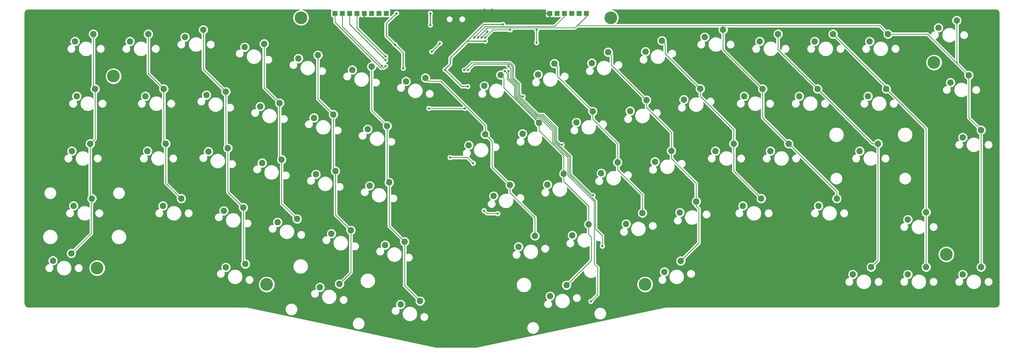
<source format=gtl>
G04 #@! TF.GenerationSoftware,KiCad,Pcbnew,(5.1.5)-3*
G04 #@! TF.CreationDate,2020-04-11T10:21:20+07:00*
G04 #@! TF.ProjectId,arisu,61726973-752e-46b6-9963-61645f706362,1.1*
G04 #@! TF.SameCoordinates,Original*
G04 #@! TF.FileFunction,Copper,L1,Top*
G04 #@! TF.FilePolarity,Positive*
%FSLAX46Y46*%
G04 Gerber Fmt 4.6, Leading zero omitted, Abs format (unit mm)*
G04 Created by KiCad (PCBNEW (5.1.5)-3) date 2020-04-11 10:21:20*
%MOMM*%
%LPD*%
G04 APERTURE LIST*
%ADD10C,4.400000*%
%ADD11R,1.700000X1.700000*%
%ADD12C,2.200000*%
%ADD13C,0.800000*%
%ADD14C,0.375000*%
%ADD15C,0.250000*%
%ADD16C,0.254000*%
G04 APERTURE END LIST*
D10*
X241060266Y-120608720D03*
X345449949Y-110157503D03*
D11*
X220726000Y-26416000D03*
X218186000Y-26416000D03*
X215646000Y-26416000D03*
X213106000Y-26416000D03*
X210566000Y-26416000D03*
X208026000Y-26416000D03*
X141224000Y-26416000D03*
X138684000Y-26416000D03*
X136144000Y-26416000D03*
X133604000Y-26416000D03*
D12*
X49880000Y-33640000D03*
X43530000Y-36180000D03*
X44130000Y-55230000D03*
X50480000Y-52690000D03*
X42446250Y-74280000D03*
X48796250Y-71740000D03*
X43033750Y-93330000D03*
X49383750Y-90790000D03*
X35900000Y-112380000D03*
X42250000Y-109840000D03*
X68930000Y-33640000D03*
X62580000Y-36180000D03*
X74290000Y-52690000D03*
X67940000Y-55230000D03*
X74990000Y-71740000D03*
X68640000Y-74280000D03*
X80340000Y-90790000D03*
X73990000Y-93330000D03*
X87980000Y-32139615D03*
X81630000Y-34679615D03*
X95793034Y-53652945D03*
X89053701Y-54817200D03*
X96490701Y-73276838D03*
X89751368Y-74441093D03*
X101846783Y-93890907D03*
X95107450Y-95055162D03*
X95805151Y-114679051D03*
X102544484Y-113514795D03*
X109070692Y-36999602D03*
X102331359Y-38163857D03*
X114426744Y-57613671D03*
X107687411Y-58777926D03*
X115124411Y-77237565D03*
X108385078Y-78401820D03*
X120480493Y-97851633D03*
X113741160Y-99015888D03*
X127704403Y-40960320D03*
X120965070Y-42124575D03*
X133060454Y-61574398D03*
X126321121Y-62738653D03*
X133758121Y-81198292D03*
X127018788Y-82362547D03*
X139114202Y-101812360D03*
X132374869Y-102976615D03*
X128414142Y-121610303D03*
X135153475Y-120446047D03*
X146338115Y-44921038D03*
X139598782Y-46085293D03*
X151694164Y-65535125D03*
X144954831Y-66699380D03*
X152391831Y-85159019D03*
X145652498Y-86323274D03*
X157747912Y-105773087D03*
X151008579Y-106937342D03*
X163104049Y-126387116D03*
X156364716Y-127551371D03*
X164971827Y-48881755D03*
X158232494Y-50046010D03*
X185660941Y-68438939D03*
X179977800Y-72243673D03*
X194280062Y-86082491D03*
X188596921Y-89887225D03*
X202899183Y-103726043D03*
X197216042Y-107530777D03*
X191017168Y-47824840D03*
X185334027Y-51629574D03*
X204294652Y-64478221D03*
X198611511Y-68282955D03*
X212913773Y-82121773D03*
X207230632Y-85926507D03*
X221532895Y-99765325D03*
X215849754Y-103570059D03*
X208164428Y-124679187D03*
X213847569Y-120874453D03*
X209650880Y-43864122D03*
X203967739Y-47668856D03*
X222928364Y-60517504D03*
X217245223Y-64322238D03*
X231547485Y-78161056D03*
X225864344Y-81965790D03*
X240166606Y-95804608D03*
X234483465Y-99609342D03*
X228284592Y-39903405D03*
X222601451Y-43708139D03*
X241562076Y-56556786D03*
X235878935Y-60361520D03*
X250181197Y-74200338D03*
X244498056Y-78005072D03*
X258800318Y-91843890D03*
X253117177Y-95648624D03*
X247761064Y-116262674D03*
X253444205Y-112457940D03*
X246918303Y-35942687D03*
X241235162Y-39747421D03*
X260195788Y-52596068D03*
X254512647Y-56400802D03*
X271790000Y-71740000D03*
X265440000Y-74280000D03*
X281315019Y-90789998D03*
X274965019Y-93329998D03*
X268110000Y-32139615D03*
X261760000Y-34679615D03*
X281800000Y-52690000D03*
X275450000Y-55230000D03*
X290840000Y-71740000D03*
X284490000Y-74280000D03*
X301158769Y-93329998D03*
X307508769Y-90789998D03*
X287160000Y-33640000D03*
X280810000Y-36180000D03*
X300850000Y-52690000D03*
X294500000Y-55230000D03*
X315446250Y-74280000D03*
X321796250Y-71740000D03*
X319414949Y-114602503D03*
X313064949Y-117142503D03*
X306210000Y-33640000D03*
X299860000Y-36180000D03*
X318320000Y-55230000D03*
X324670000Y-52690000D03*
X338464949Y-95552503D03*
X332114949Y-98092503D03*
X338464949Y-114602503D03*
X332114949Y-117142503D03*
X325260000Y-33640000D03*
X318910000Y-36180000D03*
X349072542Y-28877509D03*
X342722542Y-31417509D03*
X353245000Y-47927516D03*
X346895000Y-50467516D03*
X357514949Y-66977519D03*
X351164949Y-69517519D03*
X357514949Y-114602503D03*
X351164949Y-117142503D03*
D11*
X151384000Y-26416000D03*
X146304000Y-26416000D03*
X148844000Y-26416000D03*
X143764000Y-26416000D03*
D10*
X56865000Y-48245000D03*
X51197500Y-114920000D03*
X121827220Y-27932509D03*
X109959436Y-120609368D03*
X229192785Y-27932509D03*
X341180000Y-43482516D03*
D13*
X197866000Y-28448000D03*
X187960000Y-25146000D03*
X163830000Y-30480000D03*
X169672000Y-54864000D03*
X163068000Y-36322000D03*
X163068000Y-38354000D03*
X183642000Y-50292000D03*
X171704000Y-39116000D03*
X183134000Y-40386000D03*
X191008000Y-34798000D03*
X171704000Y-44196000D03*
X185420000Y-25146000D03*
X154432000Y-37338000D03*
X154940000Y-26416000D03*
X166654002Y-30480000D03*
X166624000Y-26416000D03*
X157226000Y-45466000D03*
X191770000Y-30235979D03*
X185674000Y-36068000D03*
X171704000Y-45974000D03*
X179578000Y-51816000D03*
X198750000Y-55338654D03*
X178435000Y-46101000D03*
X166116000Y-59424397D03*
X178639000Y-59436000D03*
X212250000Y-71992036D03*
X173500000Y-76500000D03*
X181500000Y-78500000D03*
X179705000Y-46101000D03*
X193750000Y-44750000D03*
X223000000Y-89635588D03*
X185250000Y-95000000D03*
X190000000Y-96000000D03*
X193750000Y-46500000D03*
X226250000Y-107279140D03*
X192500000Y-46500000D03*
X222250000Y-126490348D03*
X183134000Y-34798000D03*
X203454000Y-32135990D03*
X203454000Y-36576000D03*
X181864000Y-34798000D03*
X194310000Y-32135990D03*
X185674000Y-34798000D03*
X151130000Y-41402000D03*
X151130000Y-42672000D03*
X149860000Y-44704000D03*
X151130000Y-44704000D03*
X169926000Y-36830000D03*
X167132000Y-39751000D03*
X184404000Y-34798000D03*
X186436000Y-32766000D03*
D14*
X151384000Y-34290000D02*
X154432000Y-37338000D01*
X151384000Y-29972000D02*
X154940000Y-26416000D01*
X151384000Y-34290000D02*
X151384000Y-29972000D01*
X154432000Y-37338000D02*
X157226000Y-40132000D01*
X166654002Y-26446002D02*
X166624000Y-26416000D01*
X166654002Y-30480000D02*
X166654002Y-26446002D01*
X157226000Y-40132000D02*
X157226000Y-45466000D01*
X191770000Y-30235979D02*
X185260519Y-30235979D01*
X171704000Y-45974000D02*
X173586498Y-44091502D01*
X185674000Y-36068000D02*
X179428498Y-36068000D01*
X179428498Y-36068000D02*
X185260519Y-30235979D01*
X177546000Y-51816000D02*
X171704000Y-45974000D01*
X179578000Y-51816000D02*
X177546000Y-51816000D01*
X173586498Y-41910000D02*
X173586498Y-44091502D01*
X173586498Y-41910000D02*
X179428498Y-36068000D01*
D15*
X198338654Y-55338654D02*
X198750000Y-55338654D01*
X197550039Y-54550039D02*
X198338654Y-55338654D01*
X197550039Y-50973276D02*
X197550039Y-54550039D01*
X195450010Y-44740598D02*
X195450010Y-48873247D01*
X194270412Y-43561000D02*
X195450010Y-44740598D01*
X197550039Y-50973276D02*
X195450010Y-48873247D01*
X180975000Y-43561000D02*
X178435000Y-46101000D01*
X194270412Y-43561000D02*
X180975000Y-43561000D01*
X166116000Y-59424397D02*
X178627397Y-59424397D01*
X178627397Y-59424397D02*
X178639000Y-59436000D01*
X197100029Y-51159676D02*
X197100029Y-54737958D01*
X195000000Y-49059647D02*
X197100029Y-51159676D01*
X203910620Y-61548549D02*
X205798549Y-61548549D01*
X197100029Y-54737958D02*
X203910620Y-61548549D01*
X210360370Y-66110370D02*
X210360370Y-70637508D01*
X205798549Y-61548549D02*
X210360370Y-66110370D01*
X211714898Y-71992036D02*
X212250000Y-71992036D01*
X210360370Y-70637508D02*
X211714898Y-71992036D01*
X173500000Y-76500000D02*
X179500000Y-76500000D01*
X179500000Y-76500000D02*
X181500000Y-78500000D01*
X195000000Y-44926998D02*
X195000000Y-49059647D01*
X194098001Y-44024999D02*
X195000000Y-44926998D01*
X181781001Y-44024999D02*
X194098001Y-44024999D01*
X179705000Y-46101000D02*
X181781001Y-44024999D01*
X222539203Y-89635588D02*
X223000000Y-89635588D01*
X215250000Y-82346385D02*
X222539203Y-89635588D01*
X215250000Y-76163548D02*
X215250000Y-82346385D01*
X205498559Y-61998559D02*
X209910360Y-66410360D01*
X209910360Y-70823908D02*
X215250000Y-76163548D01*
X203724220Y-61998559D02*
X205498559Y-61998559D01*
X196650019Y-54924358D02*
X203724220Y-61998559D01*
X209910360Y-66410360D02*
X209910360Y-70823908D01*
X193750000Y-44750000D02*
X194475001Y-45475001D01*
X194475001Y-45475001D02*
X194475001Y-49171058D01*
X194475001Y-49171058D02*
X196650019Y-51346076D01*
X196650019Y-51346076D02*
X196650019Y-54924358D01*
X185250000Y-95000000D02*
X186250000Y-96000000D01*
X186250000Y-96000000D02*
X190000000Y-96000000D01*
X196200009Y-51532476D02*
X193750000Y-49082467D01*
X203537820Y-62448569D02*
X196200009Y-55110758D01*
X193750000Y-49082467D02*
X193750000Y-46500000D01*
X205198569Y-62448569D02*
X203537820Y-62448569D01*
X209460350Y-66710350D02*
X205198569Y-62448569D01*
X209460350Y-71010308D02*
X209460350Y-66710350D01*
X214788784Y-76338742D02*
X209460350Y-71010308D01*
X226250000Y-107279140D02*
X226248583Y-107277723D01*
X226248583Y-103642218D02*
X223912041Y-101305676D01*
X223912041Y-101305676D02*
X223912041Y-91644836D01*
X196200009Y-55110758D02*
X196200009Y-51532476D01*
X226248583Y-107277723D02*
X226248583Y-103642218D01*
X223912041Y-91644836D02*
X214788784Y-82521579D01*
X214788784Y-82521579D02*
X214788784Y-76338742D01*
X193299990Y-47299990D02*
X192500000Y-46500000D01*
X195750000Y-55297159D02*
X195750000Y-51718877D01*
X203351420Y-62898579D02*
X195750000Y-55297159D01*
X204824012Y-62898579D02*
X203351420Y-62898579D01*
X209010340Y-67084907D02*
X204824012Y-62898579D01*
X193299990Y-49268867D02*
X193299990Y-47299990D01*
X209010340Y-71196708D02*
X209010340Y-67084907D01*
X195750000Y-51718877D02*
X193299990Y-49268867D01*
X224671031Y-124069317D02*
X224671031Y-114721452D01*
X222250000Y-126490348D02*
X224671031Y-124069317D01*
X214338774Y-76525142D02*
X209010340Y-71196708D01*
X224671031Y-114721452D02*
X223462031Y-113512452D01*
X223462031Y-113512452D02*
X223462031Y-91831236D01*
X223462031Y-91831236D02*
X214338774Y-82707979D01*
X214338774Y-82707979D02*
X214338774Y-76525142D01*
X357514949Y-66977519D02*
X357514949Y-114602503D01*
X353245000Y-62707570D02*
X357514949Y-66977519D01*
X353245000Y-47927516D02*
X353245000Y-62707570D01*
X349072542Y-43755058D02*
X353245000Y-47927516D01*
X349072542Y-28877509D02*
X349072542Y-43755058D01*
X338957484Y-33640000D02*
X349072542Y-43755058D01*
X325260000Y-33640000D02*
X338957484Y-33640000D01*
X186521011Y-31410989D02*
X183134000Y-34798000D01*
X216831011Y-31410989D02*
X186521011Y-31410989D01*
X220726000Y-26416000D02*
X220726000Y-27516000D01*
X220726000Y-27516000D02*
X216831011Y-31410989D01*
X322334614Y-30714614D02*
X325260000Y-33640000D01*
X217527386Y-30714614D02*
X322334614Y-30714614D01*
X192117167Y-52300736D02*
X204294652Y-64478221D01*
X192117167Y-48924839D02*
X192117167Y-52300736D01*
X191017168Y-47824840D02*
X192117167Y-48924839D01*
X212913773Y-75736551D02*
X212913773Y-82121773D01*
X204294652Y-67117430D02*
X212913773Y-75736551D01*
X204294652Y-64478221D02*
X204294652Y-67117430D01*
X221532895Y-93380104D02*
X221532895Y-99765325D01*
X212913773Y-84760982D02*
X221532895Y-93380104D01*
X212913773Y-82121773D02*
X212913773Y-84760982D01*
X222429593Y-112292429D02*
X213847569Y-120874453D01*
X222429593Y-104146409D02*
X222429593Y-112292429D01*
X221532895Y-103249711D02*
X222429593Y-104146409D01*
X221532895Y-99765325D02*
X221532895Y-103249711D01*
X203454000Y-32135990D02*
X203454000Y-36576000D01*
X185701021Y-30960979D02*
X181864000Y-34798000D01*
X209661021Y-30960979D02*
X185701021Y-30960979D01*
X213106000Y-27516000D02*
X209661021Y-30960979D01*
X213106000Y-26416000D02*
X213106000Y-27516000D01*
X188336010Y-32135990D02*
X185674000Y-34798000D01*
X194310000Y-32135990D02*
X188336010Y-32135990D01*
X141224000Y-31496000D02*
X141224000Y-26416000D01*
X151130000Y-41402000D02*
X141224000Y-31496000D01*
X138684000Y-30226000D02*
X138684000Y-26416000D01*
X151130000Y-42672000D02*
X138684000Y-30226000D01*
X136144000Y-26416000D02*
X136144000Y-30988000D01*
X136144000Y-30988000D02*
X149860000Y-44704000D01*
X150404999Y-45429001D02*
X151130000Y-44704000D01*
X149511999Y-45429001D02*
X150404999Y-45429001D01*
X133604000Y-29521002D02*
X149511999Y-45429001D01*
X133604000Y-26416000D02*
X133604000Y-29521002D01*
X49880000Y-52090000D02*
X50480000Y-52690000D01*
X49880000Y-33640000D02*
X49880000Y-52090000D01*
X50480000Y-70056250D02*
X48796250Y-71740000D01*
X50480000Y-52690000D02*
X50480000Y-70056250D01*
X48796250Y-90202500D02*
X49383750Y-90790000D01*
X48796250Y-71740000D02*
X48796250Y-90202500D01*
X49168751Y-102921249D02*
X42250000Y-109840000D01*
X49168751Y-92560633D02*
X49168751Y-102921249D01*
X49383750Y-92345634D02*
X49168751Y-92560633D01*
X49383750Y-90790000D02*
X49383750Y-92345634D01*
X68930000Y-47330000D02*
X74290000Y-52690000D01*
X68930000Y-33640000D02*
X68930000Y-47330000D01*
X74290000Y-71040000D02*
X74990000Y-71740000D01*
X74290000Y-52690000D02*
X74290000Y-71040000D01*
X74990000Y-85440000D02*
X80340000Y-90790000D01*
X74990000Y-71740000D02*
X74990000Y-85440000D01*
X87980000Y-45839911D02*
X95793034Y-53652945D01*
X87980000Y-32139615D02*
X87980000Y-45839911D01*
X95793034Y-72579171D02*
X96490701Y-73276838D01*
X95793034Y-53652945D02*
X95793034Y-72579171D01*
X96490701Y-88534825D02*
X101846783Y-93890907D01*
X96490701Y-73276838D02*
X96490701Y-88534825D01*
X101846783Y-112817094D02*
X102544484Y-113514795D01*
X101846783Y-93890907D02*
X101846783Y-112817094D01*
X169926000Y-36957000D02*
X169926000Y-36830000D01*
X167132000Y-39751000D02*
X169926000Y-36957000D01*
X115124411Y-92495551D02*
X120480493Y-97851633D01*
X115124411Y-77237565D02*
X115124411Y-92495551D01*
X114426744Y-76539898D02*
X115124411Y-77237565D01*
X114426744Y-57613671D02*
X114426744Y-76539898D01*
X109070692Y-52257619D02*
X114426744Y-57613671D01*
X109070692Y-36999602D02*
X109070692Y-52257619D01*
X127704403Y-56218347D02*
X133060454Y-61574398D01*
X127704403Y-40960320D02*
X127704403Y-56218347D01*
X133060454Y-80500625D02*
X133758121Y-81198292D01*
X133060454Y-61574398D02*
X133060454Y-80500625D01*
X133758121Y-96456279D02*
X139114202Y-101812360D01*
X133758121Y-81198292D02*
X133758121Y-96456279D01*
X139114202Y-116485320D02*
X135153475Y-120446047D01*
X139114202Y-101812360D02*
X139114202Y-116485320D01*
X157747912Y-121030979D02*
X163104049Y-126387116D01*
X157747912Y-105773087D02*
X157747912Y-121030979D01*
X152391831Y-100417006D02*
X157747912Y-105773087D01*
X152391831Y-85159019D02*
X152391831Y-100417006D01*
X151694164Y-84461352D02*
X152391831Y-85159019D01*
X151694164Y-65535125D02*
X151694164Y-84461352D01*
X146338115Y-60179076D02*
X151694164Y-65535125D01*
X146338115Y-44921038D02*
X146338115Y-60179076D01*
X188026627Y-70804625D02*
X185660941Y-68438939D01*
X188026627Y-79829056D02*
X188026627Y-70804625D01*
X194280062Y-86082491D02*
X188026627Y-79829056D01*
X202899183Y-97340821D02*
X202899183Y-103726043D01*
X194280062Y-88721700D02*
X202899183Y-97340821D01*
X194280062Y-86082491D02*
X194280062Y-88721700D01*
X185660941Y-65384939D02*
X185660941Y-68438939D01*
X170257756Y-49981754D02*
X185660941Y-65384939D01*
X166071826Y-49981754D02*
X170257756Y-49981754D01*
X164971827Y-48881755D02*
X166071826Y-49981754D01*
X210750879Y-48340019D02*
X222928364Y-60517504D01*
X210750879Y-44964121D02*
X210750879Y-48340019D01*
X209650880Y-43864122D02*
X210750879Y-44964121D01*
X231547485Y-71775834D02*
X231547485Y-78161056D01*
X222928364Y-63156713D02*
X231547485Y-71775834D01*
X222928364Y-60517504D02*
X222928364Y-63156713D01*
X240166606Y-89419386D02*
X240166606Y-95804608D01*
X231547485Y-80800265D02*
X240166606Y-89419386D01*
X231547485Y-78161056D02*
X231547485Y-80800265D01*
X229384591Y-44379301D02*
X241562076Y-56556786D01*
X229384591Y-41003404D02*
X229384591Y-44379301D01*
X228284592Y-39903405D02*
X229384591Y-41003404D01*
X250181197Y-67751878D02*
X250181197Y-74200338D01*
X241562076Y-59132757D02*
X250181197Y-67751878D01*
X241562076Y-56556786D02*
X241562076Y-59132757D01*
X258800318Y-85458668D02*
X258800318Y-91843890D01*
X250181197Y-76839547D02*
X258800318Y-85458668D01*
X250181197Y-74200338D02*
X250181197Y-76839547D01*
X259697016Y-106205129D02*
X253444205Y-112457940D01*
X259697016Y-94296222D02*
X259697016Y-106205129D01*
X258800318Y-93399524D02*
X259697016Y-94296222D01*
X258800318Y-91843890D02*
X258800318Y-93399524D01*
X184404000Y-34798000D02*
X186436000Y-32766000D01*
X248018302Y-40418582D02*
X260195788Y-52596068D01*
X248018302Y-37042686D02*
X248018302Y-40418582D01*
X246918303Y-35942687D02*
X248018302Y-37042686D01*
X271790000Y-66829489D02*
X271790000Y-71740000D01*
X260195788Y-55235277D02*
X271790000Y-66829489D01*
X260195788Y-52596068D02*
X260195788Y-55235277D01*
X271790000Y-81264979D02*
X281315019Y-90789998D01*
X271790000Y-71740000D02*
X271790000Y-81264979D01*
X268110000Y-39000000D02*
X281800000Y-52690000D01*
X268110000Y-32139615D02*
X268110000Y-39000000D01*
X281800000Y-62700000D02*
X290840000Y-71740000D01*
X281800000Y-52690000D02*
X281800000Y-62700000D01*
X307508769Y-88408769D02*
X290840000Y-71740000D01*
X307508769Y-90789998D02*
X307508769Y-88408769D01*
X287160000Y-39000000D02*
X300850000Y-52690000D01*
X287160000Y-33640000D02*
X287160000Y-39000000D01*
X319900000Y-71740000D02*
X321796250Y-71740000D01*
X300850000Y-52690000D02*
X319900000Y-71740000D01*
X321796250Y-112221202D02*
X319414949Y-114602503D01*
X321796250Y-71740000D02*
X321796250Y-112221202D01*
X324670000Y-52100000D02*
X324670000Y-52690000D01*
X306210000Y-33640000D02*
X324670000Y-52100000D01*
X338464949Y-66484949D02*
X338464949Y-95552503D01*
X324670000Y-52690000D02*
X338464949Y-66484949D01*
X338464949Y-95552503D02*
X338464949Y-114602503D01*
D16*
G36*
X121000281Y-25206457D02*
G01*
X120484344Y-25420165D01*
X120020013Y-25730421D01*
X119625132Y-26125302D01*
X119314876Y-26589633D01*
X119101168Y-27105570D01*
X118992220Y-27653286D01*
X118992220Y-28211732D01*
X119101168Y-28759448D01*
X119314876Y-29275385D01*
X119625132Y-29739716D01*
X120020013Y-30134597D01*
X120484344Y-30444853D01*
X121000281Y-30658561D01*
X121547997Y-30767509D01*
X122106443Y-30767509D01*
X122654159Y-30658561D01*
X123170096Y-30444853D01*
X123634427Y-30134597D01*
X124029308Y-29739716D01*
X124339564Y-29275385D01*
X124553272Y-28759448D01*
X124662220Y-28211732D01*
X124662220Y-27653286D01*
X124553272Y-27105570D01*
X124339564Y-26589633D01*
X124029308Y-26125302D01*
X123634427Y-25730421D01*
X123170096Y-25420165D01*
X122654159Y-25206457D01*
X122332672Y-25142509D01*
X132280087Y-25142509D01*
X132223463Y-25211506D01*
X132164498Y-25321820D01*
X132128188Y-25441518D01*
X132115928Y-25566000D01*
X132115928Y-27266000D01*
X132128188Y-27390482D01*
X132164498Y-27510180D01*
X132223463Y-27620494D01*
X132302815Y-27717185D01*
X132399506Y-27796537D01*
X132509820Y-27855502D01*
X132629518Y-27891812D01*
X132754000Y-27904072D01*
X132844000Y-27904072D01*
X132844001Y-29483670D01*
X132840324Y-29521002D01*
X132854998Y-29669987D01*
X132898454Y-29813248D01*
X132969026Y-29945278D01*
X133005519Y-29989744D01*
X133064000Y-30061003D01*
X133092998Y-30084801D01*
X146194234Y-43186038D01*
X146167232Y-43186038D01*
X145832034Y-43252713D01*
X145516284Y-43383501D01*
X145232117Y-43573375D01*
X144990452Y-43815040D01*
X144800578Y-44099207D01*
X144669790Y-44414957D01*
X144603115Y-44750155D01*
X144603115Y-45091921D01*
X144669790Y-45427119D01*
X144800578Y-45742869D01*
X144990452Y-46027036D01*
X145232117Y-46268701D01*
X145516284Y-46458575D01*
X145578115Y-46484186D01*
X145578116Y-60141743D01*
X145574439Y-60179076D01*
X145578116Y-60216409D01*
X145578988Y-60225257D01*
X145589113Y-60328061D01*
X145632569Y-60471322D01*
X145703141Y-60603352D01*
X145728576Y-60634344D01*
X145798115Y-60719077D01*
X145827113Y-60742875D01*
X150051450Y-64967213D01*
X150025839Y-65029044D01*
X149959164Y-65364242D01*
X149959164Y-65706008D01*
X150025839Y-66041206D01*
X150156627Y-66356956D01*
X150346501Y-66641123D01*
X150588166Y-66882788D01*
X150872333Y-67072662D01*
X150934164Y-67098273D01*
X150934165Y-84217652D01*
X150854294Y-84337188D01*
X150723506Y-84652938D01*
X150656831Y-84988136D01*
X150656831Y-85329902D01*
X150723506Y-85665100D01*
X150854294Y-85980850D01*
X151044168Y-86265017D01*
X151285833Y-86506682D01*
X151570000Y-86696556D01*
X151631831Y-86722167D01*
X151631832Y-100379673D01*
X151628155Y-100417006D01*
X151631832Y-100454339D01*
X151642829Y-100565992D01*
X151656011Y-100609448D01*
X151686285Y-100709252D01*
X151756857Y-100841282D01*
X151798504Y-100892028D01*
X151851831Y-100957007D01*
X151880829Y-100980805D01*
X156105198Y-105205176D01*
X156079587Y-105267006D01*
X156012912Y-105602204D01*
X156012912Y-105943970D01*
X156079587Y-106279168D01*
X156210375Y-106594918D01*
X156400249Y-106879085D01*
X156641914Y-107120750D01*
X156926081Y-107310624D01*
X156987912Y-107336235D01*
X156987913Y-120993646D01*
X156984236Y-121030979D01*
X156998910Y-121179964D01*
X157042366Y-121323225D01*
X157112938Y-121455255D01*
X157184113Y-121541981D01*
X157207912Y-121570980D01*
X157236910Y-121594778D01*
X161461335Y-125819204D01*
X161435724Y-125881035D01*
X161369049Y-126216233D01*
X161369049Y-126557999D01*
X161435724Y-126893197D01*
X161566512Y-127208947D01*
X161756386Y-127493114D01*
X161998051Y-127734779D01*
X162282218Y-127924653D01*
X162597968Y-128055441D01*
X162933166Y-128122116D01*
X163274932Y-128122116D01*
X163610130Y-128055441D01*
X163925880Y-127924653D01*
X164210047Y-127734779D01*
X164451712Y-127493114D01*
X164593128Y-127281469D01*
X205965276Y-127281469D01*
X205965276Y-127573989D01*
X206022344Y-127860887D01*
X206134286Y-128131140D01*
X206296801Y-128374361D01*
X206503644Y-128581204D01*
X206746865Y-128743719D01*
X207017118Y-128855661D01*
X207304016Y-128912729D01*
X207596536Y-128912729D01*
X207883434Y-128855661D01*
X208153687Y-128743719D01*
X208396908Y-128581204D01*
X208603751Y-128374361D01*
X208766266Y-128131140D01*
X208878208Y-127860887D01*
X208935276Y-127573989D01*
X208935276Y-127281469D01*
X208878208Y-126994571D01*
X208766266Y-126724318D01*
X208603751Y-126481097D01*
X208503405Y-126380751D01*
X208670509Y-126347512D01*
X208986259Y-126216724D01*
X209142970Y-126112013D01*
X209784266Y-126112013D01*
X209784266Y-126631063D01*
X209885527Y-127140139D01*
X210084159Y-127619679D01*
X210372528Y-128051253D01*
X210739551Y-128418276D01*
X211171125Y-128706645D01*
X211650665Y-128905277D01*
X212159741Y-129006538D01*
X212678791Y-129006538D01*
X213187867Y-128905277D01*
X213667407Y-128706645D01*
X214098981Y-128418276D01*
X214466004Y-128051253D01*
X214754373Y-127619679D01*
X214953005Y-127140139D01*
X215054266Y-126631063D01*
X215054266Y-126112013D01*
X214953005Y-125602937D01*
X214773299Y-125169087D01*
X215903255Y-125169087D01*
X215903255Y-125461607D01*
X215960323Y-125748505D01*
X216072265Y-126018758D01*
X216234780Y-126261979D01*
X216441623Y-126468822D01*
X216684844Y-126631337D01*
X216955097Y-126743279D01*
X217241995Y-126800347D01*
X217534515Y-126800347D01*
X217821413Y-126743279D01*
X218091666Y-126631337D01*
X218334887Y-126468822D01*
X218541730Y-126261979D01*
X218704245Y-126018758D01*
X218816187Y-125748505D01*
X218873255Y-125461607D01*
X218873255Y-125169087D01*
X218816187Y-124882189D01*
X218704245Y-124611936D01*
X218541730Y-124368715D01*
X218334887Y-124161872D01*
X218091666Y-123999357D01*
X217821413Y-123887415D01*
X217534515Y-123830347D01*
X217241995Y-123830347D01*
X216955097Y-123887415D01*
X216684844Y-123999357D01*
X216441623Y-124161872D01*
X216234780Y-124368715D01*
X216072265Y-124611936D01*
X215960323Y-124882189D01*
X215903255Y-125169087D01*
X214773299Y-125169087D01*
X214754373Y-125123397D01*
X214466004Y-124691823D01*
X214098981Y-124324800D01*
X213667407Y-124036431D01*
X213187867Y-123837799D01*
X212678791Y-123736538D01*
X212159741Y-123736538D01*
X211650665Y-123837799D01*
X211171125Y-124036431D01*
X210739551Y-124324800D01*
X210372528Y-124691823D01*
X210084159Y-125123397D01*
X209885527Y-125602937D01*
X209784266Y-126112013D01*
X209142970Y-126112013D01*
X209270426Y-126026850D01*
X209512091Y-125785185D01*
X209701965Y-125501018D01*
X209832753Y-125185268D01*
X209899428Y-124850070D01*
X209899428Y-124508304D01*
X209832753Y-124173106D01*
X209701965Y-123857356D01*
X209512091Y-123573189D01*
X209270426Y-123331524D01*
X208986259Y-123141650D01*
X208670509Y-123010862D01*
X208335311Y-122944187D01*
X207993545Y-122944187D01*
X207658347Y-123010862D01*
X207342597Y-123141650D01*
X207058430Y-123331524D01*
X206816765Y-123573189D01*
X206626891Y-123857356D01*
X206496103Y-124173106D01*
X206429428Y-124508304D01*
X206429428Y-124850070D01*
X206496103Y-125185268D01*
X206626891Y-125501018D01*
X206816765Y-125785185D01*
X207029011Y-125997431D01*
X207017118Y-125999797D01*
X206746865Y-126111739D01*
X206503644Y-126274254D01*
X206296801Y-126481097D01*
X206134286Y-126724318D01*
X206022344Y-126994571D01*
X205965276Y-127281469D01*
X164593128Y-127281469D01*
X164641586Y-127208947D01*
X164772374Y-126893197D01*
X164839049Y-126557999D01*
X164839049Y-126216233D01*
X164772374Y-125881035D01*
X164641586Y-125565285D01*
X164451712Y-125281118D01*
X164210047Y-125039453D01*
X163925880Y-124849579D01*
X163610130Y-124718791D01*
X163274932Y-124652116D01*
X162933166Y-124652116D01*
X162597968Y-124718791D01*
X162536137Y-124744402D01*
X158507912Y-120716178D01*
X158507912Y-120526226D01*
X196431117Y-120526226D01*
X196431117Y-121045276D01*
X196532378Y-121554352D01*
X196731010Y-122033892D01*
X197019379Y-122465466D01*
X197386402Y-122832489D01*
X197817976Y-123120858D01*
X198297516Y-123319490D01*
X198806592Y-123420751D01*
X199325642Y-123420751D01*
X199834718Y-123319490D01*
X200314258Y-123120858D01*
X200745832Y-122832489D01*
X201112855Y-122465466D01*
X201401224Y-122033892D01*
X201599856Y-121554352D01*
X201701117Y-121045276D01*
X201701117Y-120526226D01*
X201599856Y-120017150D01*
X201401224Y-119537610D01*
X201112855Y-119106036D01*
X200745832Y-118739013D01*
X200314258Y-118450644D01*
X199834718Y-118252012D01*
X199325642Y-118150751D01*
X198806592Y-118150751D01*
X198297516Y-118252012D01*
X197817976Y-118450644D01*
X197386402Y-118739013D01*
X197019379Y-119106036D01*
X196731010Y-119537610D01*
X196532378Y-120017150D01*
X196431117Y-120526226D01*
X158507912Y-120526226D01*
X158507912Y-112600704D01*
X158743058Y-112698104D01*
X159029956Y-112755172D01*
X159322476Y-112755172D01*
X159609374Y-112698104D01*
X159879627Y-112586162D01*
X160122848Y-112423647D01*
X160329691Y-112216804D01*
X160492206Y-111973583D01*
X160604148Y-111703330D01*
X160661216Y-111416432D01*
X160661216Y-111123912D01*
X160604148Y-110837014D01*
X160492206Y-110566761D01*
X160329691Y-110323540D01*
X160139210Y-110133059D01*
X195016890Y-110133059D01*
X195016890Y-110425579D01*
X195073958Y-110712477D01*
X195185900Y-110982730D01*
X195348415Y-111225951D01*
X195555258Y-111432794D01*
X195798479Y-111595309D01*
X196068732Y-111707251D01*
X196355630Y-111764319D01*
X196648150Y-111764319D01*
X196935048Y-111707251D01*
X197205301Y-111595309D01*
X197448522Y-111432794D01*
X197655365Y-111225951D01*
X197817880Y-110982730D01*
X197929822Y-110712477D01*
X197986890Y-110425579D01*
X197986890Y-110133059D01*
X197929822Y-109846161D01*
X197817880Y-109575908D01*
X197655365Y-109332687D01*
X197555019Y-109232341D01*
X197722123Y-109199102D01*
X198037873Y-109068314D01*
X198194584Y-108963603D01*
X198835880Y-108963603D01*
X198835880Y-109482653D01*
X198937141Y-109991729D01*
X199135773Y-110471269D01*
X199424142Y-110902843D01*
X199791165Y-111269866D01*
X200222739Y-111558235D01*
X200702279Y-111756867D01*
X201211355Y-111858128D01*
X201730405Y-111858128D01*
X202239481Y-111756867D01*
X202719021Y-111558235D01*
X203150595Y-111269866D01*
X203517618Y-110902843D01*
X203805987Y-110471269D01*
X204004619Y-109991729D01*
X204105880Y-109482653D01*
X204105880Y-108963603D01*
X204004619Y-108454527D01*
X203824913Y-108020677D01*
X204954870Y-108020677D01*
X204954870Y-108313197D01*
X205011938Y-108600095D01*
X205123880Y-108870348D01*
X205286395Y-109113569D01*
X205493238Y-109320412D01*
X205736459Y-109482927D01*
X206006712Y-109594869D01*
X206293610Y-109651937D01*
X206586130Y-109651937D01*
X206873028Y-109594869D01*
X207143281Y-109482927D01*
X207386502Y-109320412D01*
X207593345Y-109113569D01*
X207755860Y-108870348D01*
X207867802Y-108600095D01*
X207924870Y-108313197D01*
X207924870Y-108020677D01*
X207867802Y-107733779D01*
X207755860Y-107463526D01*
X207593345Y-107220305D01*
X207386502Y-107013462D01*
X207143281Y-106850947D01*
X206873028Y-106739005D01*
X206586130Y-106681937D01*
X206293610Y-106681937D01*
X206006712Y-106739005D01*
X205736459Y-106850947D01*
X205493238Y-107013462D01*
X205286395Y-107220305D01*
X205123880Y-107463526D01*
X205011938Y-107733779D01*
X204954870Y-108020677D01*
X203824913Y-108020677D01*
X203805987Y-107974987D01*
X203517618Y-107543413D01*
X203150595Y-107176390D01*
X202719021Y-106888021D01*
X202239481Y-106689389D01*
X201730405Y-106588128D01*
X201211355Y-106588128D01*
X200702279Y-106689389D01*
X200222739Y-106888021D01*
X199791165Y-107176390D01*
X199424142Y-107543413D01*
X199135773Y-107974987D01*
X198937141Y-108454527D01*
X198835880Y-108963603D01*
X198194584Y-108963603D01*
X198322040Y-108878440D01*
X198563705Y-108636775D01*
X198753579Y-108352608D01*
X198884367Y-108036858D01*
X198951042Y-107701660D01*
X198951042Y-107359894D01*
X198884367Y-107024696D01*
X198753579Y-106708946D01*
X198563705Y-106424779D01*
X198322040Y-106183114D01*
X198305918Y-106172341D01*
X213650602Y-106172341D01*
X213650602Y-106464861D01*
X213707670Y-106751759D01*
X213819612Y-107022012D01*
X213982127Y-107265233D01*
X214188970Y-107472076D01*
X214432191Y-107634591D01*
X214702444Y-107746533D01*
X214989342Y-107803601D01*
X215281862Y-107803601D01*
X215568760Y-107746533D01*
X215839013Y-107634591D01*
X216082234Y-107472076D01*
X216289077Y-107265233D01*
X216451592Y-107022012D01*
X216563534Y-106751759D01*
X216620602Y-106464861D01*
X216620602Y-106172341D01*
X216563534Y-105885443D01*
X216451592Y-105615190D01*
X216289077Y-105371969D01*
X216188731Y-105271623D01*
X216355835Y-105238384D01*
X216671585Y-105107596D01*
X216955752Y-104917722D01*
X217197417Y-104676057D01*
X217387291Y-104391890D01*
X217518079Y-104076140D01*
X217584754Y-103740942D01*
X217584754Y-103399176D01*
X217518079Y-103063978D01*
X217387291Y-102748228D01*
X217197417Y-102464061D01*
X216955752Y-102222396D01*
X216671585Y-102032522D01*
X216355835Y-101901734D01*
X216020637Y-101835059D01*
X215678871Y-101835059D01*
X215343673Y-101901734D01*
X215027923Y-102032522D01*
X214743756Y-102222396D01*
X214502091Y-102464061D01*
X214312217Y-102748228D01*
X214181429Y-103063978D01*
X214114754Y-103399176D01*
X214114754Y-103740942D01*
X214181429Y-104076140D01*
X214312217Y-104391890D01*
X214502091Y-104676057D01*
X214714337Y-104888303D01*
X214702444Y-104890669D01*
X214432191Y-105002611D01*
X214188970Y-105165126D01*
X213982127Y-105371969D01*
X213819612Y-105615190D01*
X213707670Y-105885443D01*
X213650602Y-106172341D01*
X198305918Y-106172341D01*
X198037873Y-105993240D01*
X197722123Y-105862452D01*
X197386925Y-105795777D01*
X197045159Y-105795777D01*
X196709961Y-105862452D01*
X196394211Y-105993240D01*
X196110044Y-106183114D01*
X195868379Y-106424779D01*
X195678505Y-106708946D01*
X195547717Y-107024696D01*
X195481042Y-107359894D01*
X195481042Y-107701660D01*
X195547717Y-108036858D01*
X195678505Y-108352608D01*
X195868379Y-108636775D01*
X196080625Y-108849021D01*
X196068732Y-108851387D01*
X195798479Y-108963329D01*
X195555258Y-109125844D01*
X195348415Y-109332687D01*
X195185900Y-109575908D01*
X195073958Y-109846161D01*
X195016890Y-110133059D01*
X160139210Y-110133059D01*
X160122848Y-110116697D01*
X159879627Y-109954182D01*
X159609374Y-109842240D01*
X159322476Y-109785172D01*
X159029956Y-109785172D01*
X158743058Y-109842240D01*
X158507912Y-109939640D01*
X158507912Y-107336235D01*
X158569743Y-107310624D01*
X158853910Y-107120750D01*
X159095575Y-106879085D01*
X159285449Y-106594918D01*
X159416237Y-106279168D01*
X159482912Y-105943970D01*
X159482912Y-105602204D01*
X159416237Y-105267006D01*
X159285449Y-104951256D01*
X159095575Y-104667089D01*
X158853910Y-104425424D01*
X158569743Y-104235550D01*
X158253993Y-104104762D01*
X157918795Y-104038087D01*
X157577029Y-104038087D01*
X157241831Y-104104762D01*
X157180001Y-104130373D01*
X153151831Y-100102205D01*
X153151831Y-94898061D01*
X184215000Y-94898061D01*
X184215000Y-95101939D01*
X184254774Y-95301898D01*
X184332795Y-95490256D01*
X184446063Y-95659774D01*
X184590226Y-95803937D01*
X184759744Y-95917205D01*
X184948102Y-95995226D01*
X185148061Y-96035000D01*
X185210199Y-96035000D01*
X185686201Y-96511003D01*
X185709999Y-96540001D01*
X185738997Y-96563799D01*
X185825724Y-96634974D01*
X185957753Y-96705546D01*
X186101014Y-96749003D01*
X186250000Y-96763677D01*
X186287333Y-96760000D01*
X189296289Y-96760000D01*
X189340226Y-96803937D01*
X189509744Y-96917205D01*
X189698102Y-96995226D01*
X189898061Y-97035000D01*
X190101939Y-97035000D01*
X190301898Y-96995226D01*
X190490256Y-96917205D01*
X190659774Y-96803937D01*
X190803937Y-96659774D01*
X190917205Y-96490256D01*
X190995226Y-96301898D01*
X191035000Y-96101939D01*
X191035000Y-95898061D01*
X190995226Y-95698102D01*
X190917205Y-95509744D01*
X190803937Y-95340226D01*
X190659774Y-95196063D01*
X190490256Y-95082795D01*
X190301898Y-95004774D01*
X190101939Y-94965000D01*
X189898061Y-94965000D01*
X189698102Y-95004774D01*
X189509744Y-95082795D01*
X189340226Y-95196063D01*
X189296289Y-95240000D01*
X186564802Y-95240000D01*
X186285000Y-94960199D01*
X186285000Y-94898061D01*
X186245226Y-94698102D01*
X186167205Y-94509744D01*
X186053937Y-94340226D01*
X185909774Y-94196063D01*
X185740256Y-94082795D01*
X185551898Y-94004774D01*
X185351939Y-93965000D01*
X185148061Y-93965000D01*
X184948102Y-94004774D01*
X184759744Y-94082795D01*
X184590226Y-94196063D01*
X184446063Y-94340226D01*
X184332795Y-94509744D01*
X184254774Y-94698102D01*
X184215000Y-94898061D01*
X153151831Y-94898061D01*
X153151831Y-92489507D01*
X186397769Y-92489507D01*
X186397769Y-92782027D01*
X186454837Y-93068925D01*
X186566779Y-93339178D01*
X186729294Y-93582399D01*
X186936137Y-93789242D01*
X187179358Y-93951757D01*
X187449611Y-94063699D01*
X187736509Y-94120767D01*
X188029029Y-94120767D01*
X188315927Y-94063699D01*
X188586180Y-93951757D01*
X188829401Y-93789242D01*
X189036244Y-93582399D01*
X189198759Y-93339178D01*
X189310701Y-93068925D01*
X189367769Y-92782027D01*
X189367769Y-92489507D01*
X189310701Y-92202609D01*
X189198759Y-91932356D01*
X189036244Y-91689135D01*
X188935898Y-91588789D01*
X189103002Y-91555550D01*
X189418752Y-91424762D01*
X189702919Y-91234888D01*
X189944584Y-90993223D01*
X190134458Y-90709056D01*
X190265246Y-90393306D01*
X190331921Y-90058108D01*
X190331921Y-89716342D01*
X190265246Y-89381144D01*
X190134458Y-89065394D01*
X189944584Y-88781227D01*
X189702919Y-88539562D01*
X189418752Y-88349688D01*
X189103002Y-88218900D01*
X188767804Y-88152225D01*
X188426038Y-88152225D01*
X188090840Y-88218900D01*
X187775090Y-88349688D01*
X187490923Y-88539562D01*
X187249258Y-88781227D01*
X187059384Y-89065394D01*
X186928596Y-89381144D01*
X186861921Y-89716342D01*
X186861921Y-90058108D01*
X186928596Y-90393306D01*
X187059384Y-90709056D01*
X187249258Y-90993223D01*
X187461504Y-91205469D01*
X187449611Y-91207835D01*
X187179358Y-91319777D01*
X186936137Y-91482292D01*
X186729294Y-91689135D01*
X186566779Y-91932356D01*
X186454837Y-92202609D01*
X186397769Y-92489507D01*
X153151831Y-92489507D01*
X153151831Y-91986636D01*
X153386977Y-92084036D01*
X153673875Y-92141104D01*
X153966395Y-92141104D01*
X154253293Y-92084036D01*
X154523546Y-91972094D01*
X154766767Y-91809579D01*
X154973610Y-91602736D01*
X155136125Y-91359515D01*
X155248067Y-91089262D01*
X155305135Y-90802364D01*
X155305135Y-90509844D01*
X155248067Y-90222946D01*
X155136125Y-89952693D01*
X154973610Y-89709472D01*
X154766767Y-89502629D01*
X154523546Y-89340114D01*
X154253293Y-89228172D01*
X153966395Y-89171104D01*
X153673875Y-89171104D01*
X153386977Y-89228172D01*
X153151831Y-89325572D01*
X153151831Y-86722167D01*
X153213662Y-86696556D01*
X153497829Y-86506682D01*
X153739494Y-86265017D01*
X153929368Y-85980850D01*
X154060156Y-85665100D01*
X154126831Y-85329902D01*
X154126831Y-84988136D01*
X154060156Y-84652938D01*
X153929368Y-84337188D01*
X153739494Y-84053021D01*
X153497829Y-83811356D01*
X153213662Y-83621482D01*
X152897912Y-83490694D01*
X152562714Y-83424019D01*
X152454164Y-83424019D01*
X152454164Y-76398061D01*
X172465000Y-76398061D01*
X172465000Y-76601939D01*
X172504774Y-76801898D01*
X172582795Y-76990256D01*
X172696063Y-77159774D01*
X172840226Y-77303937D01*
X173009744Y-77417205D01*
X173198102Y-77495226D01*
X173398061Y-77535000D01*
X173601939Y-77535000D01*
X173801898Y-77495226D01*
X173990256Y-77417205D01*
X174159774Y-77303937D01*
X174203711Y-77260000D01*
X179185199Y-77260000D01*
X180465000Y-78539802D01*
X180465000Y-78601939D01*
X180504774Y-78801898D01*
X180582795Y-78990256D01*
X180696063Y-79159774D01*
X180840226Y-79303937D01*
X181009744Y-79417205D01*
X181198102Y-79495226D01*
X181398061Y-79535000D01*
X181601939Y-79535000D01*
X181801898Y-79495226D01*
X181990256Y-79417205D01*
X182159774Y-79303937D01*
X182303937Y-79159774D01*
X182417205Y-78990256D01*
X182495226Y-78801898D01*
X182535000Y-78601939D01*
X182535000Y-78398061D01*
X182495226Y-78198102D01*
X182417205Y-78009744D01*
X182303937Y-77840226D01*
X182159774Y-77696063D01*
X181990256Y-77582795D01*
X181801898Y-77504774D01*
X181601939Y-77465000D01*
X181539802Y-77465000D01*
X180215386Y-76140584D01*
X180417123Y-75938847D01*
X180579638Y-75695626D01*
X180691580Y-75425373D01*
X180748648Y-75138475D01*
X180748648Y-74845955D01*
X180691580Y-74559057D01*
X180579638Y-74288804D01*
X180417123Y-74045583D01*
X180316777Y-73945237D01*
X180483881Y-73911998D01*
X180799631Y-73781210D01*
X180956342Y-73676499D01*
X181597638Y-73676499D01*
X181597638Y-74195549D01*
X181698899Y-74704625D01*
X181897531Y-75184165D01*
X182185900Y-75615739D01*
X182552923Y-75982762D01*
X182984497Y-76271131D01*
X183464037Y-76469763D01*
X183973113Y-76571024D01*
X184492163Y-76571024D01*
X185001239Y-76469763D01*
X185480779Y-76271131D01*
X185912353Y-75982762D01*
X186279376Y-75615739D01*
X186567745Y-75184165D01*
X186766377Y-74704625D01*
X186867638Y-74195549D01*
X186867638Y-73676499D01*
X186766377Y-73167423D01*
X186567745Y-72687883D01*
X186279376Y-72256309D01*
X185912353Y-71889286D01*
X185480779Y-71600917D01*
X185001239Y-71402285D01*
X184492163Y-71301024D01*
X183973113Y-71301024D01*
X183464037Y-71402285D01*
X182984497Y-71600917D01*
X182552923Y-71889286D01*
X182185900Y-72256309D01*
X181897531Y-72687883D01*
X181698899Y-73167423D01*
X181597638Y-73676499D01*
X180956342Y-73676499D01*
X181083798Y-73591336D01*
X181325463Y-73349671D01*
X181515337Y-73065504D01*
X181646125Y-72749754D01*
X181712800Y-72414556D01*
X181712800Y-72072790D01*
X181646125Y-71737592D01*
X181515337Y-71421842D01*
X181325463Y-71137675D01*
X181083798Y-70896010D01*
X180799631Y-70706136D01*
X180483881Y-70575348D01*
X180148683Y-70508673D01*
X179806917Y-70508673D01*
X179471719Y-70575348D01*
X179155969Y-70706136D01*
X178871802Y-70896010D01*
X178630137Y-71137675D01*
X178440263Y-71421842D01*
X178309475Y-71737592D01*
X178242800Y-72072790D01*
X178242800Y-72414556D01*
X178309475Y-72749754D01*
X178440263Y-73065504D01*
X178630137Y-73349671D01*
X178842383Y-73561917D01*
X178830490Y-73564283D01*
X178560237Y-73676225D01*
X178317016Y-73838740D01*
X178110173Y-74045583D01*
X177947658Y-74288804D01*
X177835716Y-74559057D01*
X177778648Y-74845955D01*
X177778648Y-75138475D01*
X177835716Y-75425373D01*
X177947658Y-75695626D01*
X177977308Y-75740000D01*
X174203711Y-75740000D01*
X174159774Y-75696063D01*
X173990256Y-75582795D01*
X173801898Y-75504774D01*
X173601939Y-75465000D01*
X173398061Y-75465000D01*
X173198102Y-75504774D01*
X173009744Y-75582795D01*
X172840226Y-75696063D01*
X172696063Y-75840226D01*
X172582795Y-76009744D01*
X172504774Y-76198102D01*
X172465000Y-76398061D01*
X152454164Y-76398061D01*
X152454164Y-72362742D01*
X152689310Y-72460142D01*
X152976208Y-72517210D01*
X153268728Y-72517210D01*
X153555626Y-72460142D01*
X153825879Y-72348200D01*
X154069100Y-72185685D01*
X154275943Y-71978842D01*
X154438458Y-71735621D01*
X154550400Y-71465368D01*
X154607468Y-71178470D01*
X154607468Y-70885950D01*
X154550400Y-70599052D01*
X154438458Y-70328799D01*
X154275943Y-70085578D01*
X154069100Y-69878735D01*
X153825879Y-69716220D01*
X153555626Y-69604278D01*
X153268728Y-69547210D01*
X152976208Y-69547210D01*
X152689310Y-69604278D01*
X152454164Y-69701678D01*
X152454164Y-67098273D01*
X152515995Y-67072662D01*
X152800162Y-66882788D01*
X153041827Y-66641123D01*
X153231701Y-66356956D01*
X153362489Y-66041206D01*
X153429164Y-65706008D01*
X153429164Y-65364242D01*
X153362489Y-65029044D01*
X153231701Y-64713294D01*
X153041827Y-64429127D01*
X152800162Y-64187462D01*
X152515995Y-63997588D01*
X152200245Y-63866800D01*
X151865047Y-63800125D01*
X151523281Y-63800125D01*
X151188083Y-63866800D01*
X151126252Y-63892411D01*
X147098115Y-59864275D01*
X147098115Y-52120197D01*
X154977151Y-52120197D01*
X154977151Y-52412717D01*
X155034219Y-52699615D01*
X155146161Y-52969868D01*
X155308676Y-53213089D01*
X155515519Y-53419932D01*
X155758740Y-53582447D01*
X156028993Y-53694389D01*
X156315891Y-53751457D01*
X156608411Y-53751457D01*
X156895309Y-53694389D01*
X157165562Y-53582447D01*
X157408783Y-53419932D01*
X157615626Y-53213089D01*
X157715829Y-53063124D01*
X158796141Y-53063124D01*
X158796141Y-53582174D01*
X158897402Y-54091250D01*
X159096034Y-54570790D01*
X159384403Y-55002364D01*
X159751426Y-55369387D01*
X160183000Y-55657756D01*
X160662540Y-55856388D01*
X161171616Y-55957649D01*
X161690666Y-55957649D01*
X162199742Y-55856388D01*
X162679282Y-55657756D01*
X163110856Y-55369387D01*
X163477879Y-55002364D01*
X163766248Y-54570790D01*
X163906339Y-54232580D01*
X164915131Y-54232580D01*
X164915131Y-54525100D01*
X164972199Y-54811998D01*
X165084141Y-55082251D01*
X165246656Y-55325472D01*
X165453499Y-55532315D01*
X165696720Y-55694830D01*
X165966973Y-55806772D01*
X166253871Y-55863840D01*
X166546391Y-55863840D01*
X166833289Y-55806772D01*
X167103542Y-55694830D01*
X167346763Y-55532315D01*
X167553606Y-55325472D01*
X167716121Y-55082251D01*
X167828063Y-54811998D01*
X167885131Y-54525100D01*
X167885131Y-54232580D01*
X167828063Y-53945682D01*
X167716121Y-53675429D01*
X167553606Y-53432208D01*
X167346763Y-53225365D01*
X167103542Y-53062850D01*
X166833289Y-52950908D01*
X166546391Y-52893840D01*
X166253871Y-52893840D01*
X165966973Y-52950908D01*
X165696720Y-53062850D01*
X165453499Y-53225365D01*
X165246656Y-53432208D01*
X165084141Y-53675429D01*
X164972199Y-53945682D01*
X164915131Y-54232580D01*
X163906339Y-54232580D01*
X163964880Y-54091250D01*
X164066141Y-53582174D01*
X164066141Y-53063124D01*
X163964880Y-52554048D01*
X163766248Y-52074508D01*
X163477879Y-51642934D01*
X163110856Y-51275911D01*
X162679282Y-50987542D01*
X162199742Y-50788910D01*
X161690666Y-50687649D01*
X161171616Y-50687649D01*
X160662540Y-50788910D01*
X160183000Y-50987542D01*
X159751426Y-51275911D01*
X159384403Y-51642934D01*
X159096034Y-52074508D01*
X158897402Y-52554048D01*
X158796141Y-53063124D01*
X157715829Y-53063124D01*
X157778141Y-52969868D01*
X157890083Y-52699615D01*
X157947151Y-52412717D01*
X157947151Y-52120197D01*
X157890083Y-51833299D01*
X157851078Y-51739132D01*
X158061611Y-51781010D01*
X158403377Y-51781010D01*
X158738575Y-51714335D01*
X159054325Y-51583547D01*
X159338492Y-51393673D01*
X159580157Y-51152008D01*
X159770031Y-50867841D01*
X159900819Y-50552091D01*
X159967494Y-50216893D01*
X159967494Y-49875127D01*
X159900819Y-49539929D01*
X159770031Y-49224179D01*
X159580157Y-48940012D01*
X159351017Y-48710872D01*
X163236827Y-48710872D01*
X163236827Y-49052638D01*
X163303502Y-49387836D01*
X163434290Y-49703586D01*
X163624164Y-49987753D01*
X163865829Y-50229418D01*
X164149996Y-50419292D01*
X164465746Y-50550080D01*
X164800944Y-50616755D01*
X165142710Y-50616755D01*
X165477908Y-50550080D01*
X165536677Y-50525737D01*
X165647550Y-50616728D01*
X165779579Y-50687300D01*
X165922840Y-50730757D01*
X165969971Y-50735399D01*
X166071826Y-50745431D01*
X166109159Y-50741754D01*
X169942955Y-50741754D01*
X177865597Y-58664397D01*
X166819711Y-58664397D01*
X166775774Y-58620460D01*
X166606256Y-58507192D01*
X166417898Y-58429171D01*
X166217939Y-58389397D01*
X166014061Y-58389397D01*
X165814102Y-58429171D01*
X165625744Y-58507192D01*
X165456226Y-58620460D01*
X165312063Y-58764623D01*
X165198795Y-58934141D01*
X165120774Y-59122499D01*
X165081000Y-59322458D01*
X165081000Y-59526336D01*
X165120774Y-59726295D01*
X165198795Y-59914653D01*
X165312063Y-60084171D01*
X165456226Y-60228334D01*
X165625744Y-60341602D01*
X165814102Y-60419623D01*
X166014061Y-60459397D01*
X166217939Y-60459397D01*
X166417898Y-60419623D01*
X166606256Y-60341602D01*
X166775774Y-60228334D01*
X166819711Y-60184397D01*
X177923686Y-60184397D01*
X177979226Y-60239937D01*
X178148744Y-60353205D01*
X178337102Y-60431226D01*
X178537061Y-60471000D01*
X178740939Y-60471000D01*
X178940898Y-60431226D01*
X179129256Y-60353205D01*
X179298774Y-60239937D01*
X179369956Y-60168755D01*
X184900941Y-65699741D01*
X184900941Y-66875791D01*
X184839110Y-66901402D01*
X184554943Y-67091276D01*
X184313278Y-67332941D01*
X184123404Y-67617108D01*
X183992616Y-67932858D01*
X183925941Y-68268056D01*
X183925941Y-68609822D01*
X183992616Y-68945020D01*
X184123404Y-69260770D01*
X184313278Y-69544937D01*
X184554943Y-69786602D01*
X184839110Y-69976476D01*
X185154860Y-70107264D01*
X185490058Y-70173939D01*
X185831824Y-70173939D01*
X186167022Y-70107264D01*
X186228853Y-70081653D01*
X187266628Y-71119428D01*
X187266627Y-79791734D01*
X187262951Y-79829056D01*
X187266627Y-79866378D01*
X187266627Y-79866388D01*
X187277624Y-79978041D01*
X187312282Y-80092294D01*
X187321081Y-80121302D01*
X187391653Y-80253332D01*
X187431498Y-80301882D01*
X187486626Y-80369057D01*
X187515630Y-80392860D01*
X192637348Y-85514579D01*
X192611737Y-85576410D01*
X192545062Y-85911608D01*
X192545062Y-86253374D01*
X192611737Y-86588572D01*
X192742525Y-86904322D01*
X192932399Y-87188489D01*
X193174064Y-87430154D01*
X193458231Y-87620028D01*
X193520063Y-87645639D01*
X193520063Y-88684368D01*
X193516386Y-88721700D01*
X193531060Y-88870685D01*
X193574516Y-89013946D01*
X193588136Y-89039427D01*
X193111284Y-88944576D01*
X192592234Y-88944576D01*
X192083158Y-89045837D01*
X191603618Y-89244469D01*
X191172044Y-89532838D01*
X190805021Y-89899861D01*
X190516652Y-90331435D01*
X190318020Y-90810975D01*
X190216759Y-91320051D01*
X190216759Y-91839101D01*
X190318020Y-92348177D01*
X190516652Y-92827717D01*
X190805021Y-93259291D01*
X191172044Y-93626314D01*
X191603618Y-93914683D01*
X192083158Y-94113315D01*
X192592234Y-94214576D01*
X193111284Y-94214576D01*
X193620360Y-94113315D01*
X194099900Y-93914683D01*
X194531474Y-93626314D01*
X194898497Y-93259291D01*
X195186866Y-92827717D01*
X195385498Y-92348177D01*
X195486759Y-91839101D01*
X195486759Y-91320051D01*
X195408084Y-90924523D01*
X202139183Y-97655623D01*
X202139184Y-102162894D01*
X202077352Y-102188506D01*
X201793185Y-102378380D01*
X201551520Y-102620045D01*
X201361646Y-102904212D01*
X201230858Y-103219962D01*
X201164183Y-103555160D01*
X201164183Y-103896926D01*
X201230858Y-104232124D01*
X201361646Y-104547874D01*
X201551520Y-104832041D01*
X201793185Y-105073706D01*
X202077352Y-105263580D01*
X202393102Y-105394368D01*
X202728300Y-105461043D01*
X203070066Y-105461043D01*
X203405264Y-105394368D01*
X203721014Y-105263580D01*
X204005181Y-105073706D01*
X204246846Y-104832041D01*
X204436720Y-104547874D01*
X204567508Y-104232124D01*
X204634183Y-103896926D01*
X204634183Y-103555160D01*
X204567508Y-103219962D01*
X204436720Y-102904212D01*
X204246846Y-102620045D01*
X204005181Y-102378380D01*
X203721014Y-102188506D01*
X203659183Y-102162895D01*
X203659183Y-97378144D01*
X203662859Y-97340821D01*
X203659183Y-97303498D01*
X203659183Y-97303488D01*
X203648186Y-97191835D01*
X203604729Y-97048574D01*
X203534157Y-96916545D01*
X203439184Y-96800820D01*
X203410187Y-96777023D01*
X198487658Y-91854495D01*
X198524160Y-91839375D01*
X198767381Y-91676860D01*
X198974224Y-91470017D01*
X199136739Y-91226796D01*
X199248681Y-90956543D01*
X199305749Y-90669645D01*
X199305749Y-90377125D01*
X199248681Y-90090227D01*
X199136739Y-89819974D01*
X198974224Y-89576753D01*
X198767381Y-89369910D01*
X198524160Y-89207395D01*
X198253907Y-89095453D01*
X197967009Y-89038385D01*
X197674489Y-89038385D01*
X197387591Y-89095453D01*
X197117338Y-89207395D01*
X196874117Y-89369910D01*
X196667274Y-89576753D01*
X196504759Y-89819974D01*
X196489639Y-89856476D01*
X195161952Y-88528789D01*
X205031480Y-88528789D01*
X205031480Y-88821309D01*
X205088548Y-89108207D01*
X205200490Y-89378460D01*
X205363005Y-89621681D01*
X205569848Y-89828524D01*
X205813069Y-89991039D01*
X206083322Y-90102981D01*
X206370220Y-90160049D01*
X206662740Y-90160049D01*
X206949638Y-90102981D01*
X207219891Y-89991039D01*
X207463112Y-89828524D01*
X207669955Y-89621681D01*
X207832470Y-89378460D01*
X207944412Y-89108207D01*
X208001480Y-88821309D01*
X208001480Y-88528789D01*
X207944412Y-88241891D01*
X207832470Y-87971638D01*
X207669955Y-87728417D01*
X207569609Y-87628071D01*
X207736713Y-87594832D01*
X208052463Y-87464044D01*
X208336630Y-87274170D01*
X208578295Y-87032505D01*
X208768169Y-86748338D01*
X208898957Y-86432588D01*
X208965632Y-86097390D01*
X208965632Y-85755624D01*
X208898957Y-85420426D01*
X208768169Y-85104676D01*
X208578295Y-84820509D01*
X208336630Y-84578844D01*
X208052463Y-84388970D01*
X207736713Y-84258182D01*
X207401515Y-84191507D01*
X207059749Y-84191507D01*
X206724551Y-84258182D01*
X206408801Y-84388970D01*
X206124634Y-84578844D01*
X205882969Y-84820509D01*
X205693095Y-85104676D01*
X205562307Y-85420426D01*
X205495632Y-85755624D01*
X205495632Y-86097390D01*
X205562307Y-86432588D01*
X205693095Y-86748338D01*
X205882969Y-87032505D01*
X206095215Y-87244751D01*
X206083322Y-87247117D01*
X205813069Y-87359059D01*
X205569848Y-87521574D01*
X205363005Y-87728417D01*
X205200490Y-87971638D01*
X205088548Y-88241891D01*
X205031480Y-88528789D01*
X195161952Y-88528789D01*
X195040062Y-88406899D01*
X195040062Y-87645639D01*
X195101893Y-87620028D01*
X195386060Y-87430154D01*
X195627725Y-87188489D01*
X195817599Y-86904322D01*
X195948387Y-86588572D01*
X196015062Y-86253374D01*
X196015062Y-85911608D01*
X195948387Y-85576410D01*
X195817599Y-85260660D01*
X195627725Y-84976493D01*
X195386060Y-84734828D01*
X195101893Y-84544954D01*
X194786143Y-84414166D01*
X194450945Y-84347491D01*
X194109179Y-84347491D01*
X193773981Y-84414166D01*
X193712150Y-84439777D01*
X188786627Y-79514255D01*
X188786627Y-74311377D01*
X189055368Y-74364833D01*
X189347888Y-74364833D01*
X189634786Y-74307765D01*
X189905039Y-74195823D01*
X190148260Y-74033308D01*
X190355103Y-73826465D01*
X190517618Y-73583244D01*
X190629560Y-73312991D01*
X190686628Y-73026093D01*
X190686628Y-72733573D01*
X190629560Y-72446675D01*
X190517618Y-72176422D01*
X190355103Y-71933201D01*
X190148260Y-71726358D01*
X189905039Y-71563843D01*
X189634786Y-71451901D01*
X189347888Y-71394833D01*
X189055368Y-71394833D01*
X188786627Y-71448289D01*
X188786627Y-70885237D01*
X196412359Y-70885237D01*
X196412359Y-71177757D01*
X196469427Y-71464655D01*
X196581369Y-71734908D01*
X196743884Y-71978129D01*
X196950727Y-72184972D01*
X197193948Y-72347487D01*
X197464201Y-72459429D01*
X197751099Y-72516497D01*
X198043619Y-72516497D01*
X198330517Y-72459429D01*
X198600770Y-72347487D01*
X198843991Y-72184972D01*
X199050834Y-71978129D01*
X199213349Y-71734908D01*
X199325291Y-71464655D01*
X199382359Y-71177757D01*
X199382359Y-70885237D01*
X199325291Y-70598339D01*
X199213349Y-70328086D01*
X199050834Y-70084865D01*
X198950488Y-69984519D01*
X199117592Y-69951280D01*
X199433342Y-69820492D01*
X199717509Y-69630618D01*
X199959174Y-69388953D01*
X200149048Y-69104786D01*
X200279836Y-68789036D01*
X200346511Y-68453838D01*
X200346511Y-68112072D01*
X200279836Y-67776874D01*
X200149048Y-67461124D01*
X199959174Y-67176957D01*
X199717509Y-66935292D01*
X199433342Y-66745418D01*
X199117592Y-66614630D01*
X198782394Y-66547955D01*
X198440628Y-66547955D01*
X198105430Y-66614630D01*
X197789680Y-66745418D01*
X197505513Y-66935292D01*
X197263848Y-67176957D01*
X197073974Y-67461124D01*
X196943186Y-67776874D01*
X196876511Y-68112072D01*
X196876511Y-68453838D01*
X196943186Y-68789036D01*
X197073974Y-69104786D01*
X197263848Y-69388953D01*
X197476094Y-69601199D01*
X197464201Y-69603565D01*
X197193948Y-69715507D01*
X196950727Y-69878022D01*
X196743884Y-70084865D01*
X196581369Y-70328086D01*
X196469427Y-70598339D01*
X196412359Y-70885237D01*
X188786627Y-70885237D01*
X188786627Y-70841947D01*
X188790303Y-70804624D01*
X188786627Y-70767301D01*
X188786627Y-70767292D01*
X188775630Y-70655639D01*
X188732173Y-70512378D01*
X188661601Y-70380349D01*
X188566628Y-70264624D01*
X188537630Y-70240826D01*
X187303655Y-69006851D01*
X187329266Y-68945020D01*
X187395941Y-68609822D01*
X187395941Y-68268056D01*
X187329266Y-67932858D01*
X187198478Y-67617108D01*
X187008604Y-67332941D01*
X186766939Y-67091276D01*
X186482772Y-66901402D01*
X186420941Y-66875791D01*
X186420941Y-65422261D01*
X186424617Y-65384938D01*
X186420941Y-65347615D01*
X186420941Y-65347606D01*
X186409944Y-65235953D01*
X186366487Y-65092692D01*
X186314335Y-64995124D01*
X186295915Y-64960662D01*
X186224740Y-64873936D01*
X186200942Y-64844938D01*
X186171945Y-64821141D01*
X175582660Y-54231856D01*
X183134875Y-54231856D01*
X183134875Y-54524376D01*
X183191943Y-54811274D01*
X183303885Y-55081527D01*
X183466400Y-55324748D01*
X183673243Y-55531591D01*
X183916464Y-55694106D01*
X184186717Y-55806048D01*
X184473615Y-55863116D01*
X184766135Y-55863116D01*
X185053033Y-55806048D01*
X185323286Y-55694106D01*
X185566507Y-55531591D01*
X185773350Y-55324748D01*
X185935865Y-55081527D01*
X186047807Y-54811274D01*
X186104875Y-54524376D01*
X186104875Y-54231856D01*
X186047807Y-53944958D01*
X185935865Y-53674705D01*
X185773350Y-53431484D01*
X185673004Y-53331138D01*
X185840108Y-53297899D01*
X186155858Y-53167111D01*
X186440025Y-52977237D01*
X186681690Y-52735572D01*
X186871564Y-52451405D01*
X187002352Y-52135655D01*
X187069027Y-51800457D01*
X187069027Y-51458691D01*
X187002352Y-51123493D01*
X186871564Y-50807743D01*
X186681690Y-50523576D01*
X186440025Y-50281911D01*
X186155858Y-50092037D01*
X185840108Y-49961249D01*
X185504910Y-49894574D01*
X185163144Y-49894574D01*
X184827946Y-49961249D01*
X184512196Y-50092037D01*
X184228029Y-50281911D01*
X183986364Y-50523576D01*
X183796490Y-50807743D01*
X183665702Y-51123493D01*
X183599027Y-51458691D01*
X183599027Y-51800457D01*
X183665702Y-52135655D01*
X183796490Y-52451405D01*
X183986364Y-52735572D01*
X184198610Y-52947818D01*
X184186717Y-52950184D01*
X183916464Y-53062126D01*
X183673243Y-53224641D01*
X183466400Y-53431484D01*
X183303885Y-53674705D01*
X183191943Y-53944958D01*
X183134875Y-54231856D01*
X175582660Y-54231856D01*
X170821560Y-49470757D01*
X170797757Y-49441753D01*
X170682032Y-49346780D01*
X170550003Y-49276208D01*
X170406742Y-49232751D01*
X170295089Y-49221754D01*
X170295078Y-49221754D01*
X170257756Y-49218078D01*
X170220434Y-49221754D01*
X166673188Y-49221754D01*
X166706827Y-49052638D01*
X166706827Y-48710872D01*
X166640152Y-48375674D01*
X166509364Y-48059924D01*
X166319490Y-47775757D01*
X166077825Y-47534092D01*
X165793658Y-47344218D01*
X165477908Y-47213430D01*
X165142710Y-47146755D01*
X164800944Y-47146755D01*
X164465746Y-47213430D01*
X164149996Y-47344218D01*
X163865829Y-47534092D01*
X163624164Y-47775757D01*
X163434290Y-48059924D01*
X163303502Y-48375674D01*
X163236827Y-48710872D01*
X159351017Y-48710872D01*
X159338492Y-48698347D01*
X159054325Y-48508473D01*
X158738575Y-48377685D01*
X158403377Y-48311010D01*
X158061611Y-48311010D01*
X157726413Y-48377685D01*
X157410663Y-48508473D01*
X157126496Y-48698347D01*
X156884831Y-48940012D01*
X156694957Y-49224179D01*
X156564169Y-49539929D01*
X156497494Y-49875127D01*
X156497494Y-50216893D01*
X156564169Y-50552091D01*
X156663734Y-50792461D01*
X156608411Y-50781457D01*
X156315891Y-50781457D01*
X156028993Y-50838525D01*
X155758740Y-50950467D01*
X155515519Y-51112982D01*
X155308676Y-51319825D01*
X155146161Y-51563046D01*
X155034219Y-51833299D01*
X154977151Y-52120197D01*
X147098115Y-52120197D01*
X147098115Y-51748655D01*
X147333261Y-51846055D01*
X147620159Y-51903123D01*
X147912679Y-51903123D01*
X148199577Y-51846055D01*
X148469830Y-51734113D01*
X148713051Y-51571598D01*
X148919894Y-51364755D01*
X149082409Y-51121534D01*
X149194351Y-50851281D01*
X149251419Y-50564383D01*
X149251419Y-50271863D01*
X149194351Y-49984965D01*
X149082409Y-49714712D01*
X148919894Y-49471491D01*
X148713051Y-49264648D01*
X148469830Y-49102133D01*
X148199577Y-48990191D01*
X147912679Y-48933123D01*
X147620159Y-48933123D01*
X147333261Y-48990191D01*
X147098115Y-49087591D01*
X147098115Y-46484186D01*
X147159946Y-46458575D01*
X147444113Y-46268701D01*
X147685778Y-46027036D01*
X147875652Y-45742869D01*
X148006440Y-45427119D01*
X148073115Y-45091921D01*
X148073115Y-45064919D01*
X148948200Y-45940004D01*
X148971998Y-45969002D01*
X149000996Y-45992800D01*
X149087722Y-46063975D01*
X149203339Y-46125774D01*
X149219752Y-46134547D01*
X149363013Y-46178004D01*
X149474666Y-46189001D01*
X149474676Y-46189001D01*
X149511999Y-46192677D01*
X149549322Y-46189001D01*
X150367677Y-46189001D01*
X150404999Y-46192677D01*
X150442321Y-46189001D01*
X150442332Y-46189001D01*
X150553985Y-46178004D01*
X150697246Y-46134547D01*
X150829275Y-46063975D01*
X150945000Y-45969002D01*
X150968802Y-45939999D01*
X151169801Y-45739000D01*
X151231939Y-45739000D01*
X151431898Y-45699226D01*
X151620256Y-45621205D01*
X151789774Y-45507937D01*
X151933937Y-45363774D01*
X152047205Y-45194256D01*
X152125226Y-45005898D01*
X152165000Y-44805939D01*
X152165000Y-44602061D01*
X152125226Y-44402102D01*
X152047205Y-44213744D01*
X151933937Y-44044226D01*
X151789774Y-43900063D01*
X151620256Y-43786795D01*
X151431898Y-43708774D01*
X151327459Y-43688000D01*
X151431898Y-43667226D01*
X151620256Y-43589205D01*
X151789774Y-43475937D01*
X151933937Y-43331774D01*
X152047205Y-43162256D01*
X152125226Y-42973898D01*
X152165000Y-42773939D01*
X152165000Y-42570061D01*
X152125226Y-42370102D01*
X152047205Y-42181744D01*
X151950490Y-42037000D01*
X152047205Y-41892256D01*
X152125226Y-41703898D01*
X152165000Y-41503939D01*
X152165000Y-41300061D01*
X152125226Y-41100102D01*
X152047205Y-40911744D01*
X151933937Y-40742226D01*
X151789774Y-40598063D01*
X151620256Y-40484795D01*
X151431898Y-40406774D01*
X151231939Y-40367000D01*
X151169802Y-40367000D01*
X141984000Y-31181199D01*
X141984000Y-27904072D01*
X142074000Y-27904072D01*
X142198482Y-27891812D01*
X142318180Y-27855502D01*
X142428494Y-27796537D01*
X142494000Y-27742778D01*
X142559506Y-27796537D01*
X142669820Y-27855502D01*
X142789518Y-27891812D01*
X142914000Y-27904072D01*
X143478250Y-27901000D01*
X143637000Y-27742250D01*
X143637000Y-26543000D01*
X143617000Y-26543000D01*
X143617000Y-26289000D01*
X143637000Y-26289000D01*
X143637000Y-26269000D01*
X143891000Y-26269000D01*
X143891000Y-26289000D01*
X143911000Y-26289000D01*
X143911000Y-26543000D01*
X143891000Y-26543000D01*
X143891000Y-27742250D01*
X144049750Y-27901000D01*
X144614000Y-27904072D01*
X144738482Y-27891812D01*
X144858180Y-27855502D01*
X144968494Y-27796537D01*
X145034000Y-27742778D01*
X145099506Y-27796537D01*
X145209820Y-27855502D01*
X145329518Y-27891812D01*
X145454000Y-27904072D01*
X147154000Y-27904072D01*
X147278482Y-27891812D01*
X147398180Y-27855502D01*
X147508494Y-27796537D01*
X147574000Y-27742778D01*
X147639506Y-27796537D01*
X147749820Y-27855502D01*
X147869518Y-27891812D01*
X147994000Y-27904072D01*
X149694000Y-27904072D01*
X149818482Y-27891812D01*
X149938180Y-27855502D01*
X150048494Y-27796537D01*
X150114000Y-27742778D01*
X150179506Y-27796537D01*
X150289820Y-27855502D01*
X150409518Y-27891812D01*
X150534000Y-27904072D01*
X152234000Y-27904072D01*
X152294718Y-27898092D01*
X150830971Y-29361839D01*
X150799592Y-29387591D01*
X150696809Y-29512833D01*
X150692443Y-29521002D01*
X150620433Y-29655721D01*
X150573402Y-29810762D01*
X150557521Y-29972000D01*
X150561501Y-30012408D01*
X150561500Y-34249601D01*
X150557521Y-34290000D01*
X150573402Y-34451238D01*
X150589939Y-34505754D01*
X150620433Y-34606279D01*
X150696808Y-34749166D01*
X150799591Y-34874409D01*
X150830975Y-34900165D01*
X153403518Y-37472709D01*
X153436774Y-37639898D01*
X153514795Y-37828256D01*
X153628063Y-37997774D01*
X153772226Y-38141937D01*
X153941744Y-38255205D01*
X154130102Y-38333226D01*
X154297292Y-38366482D01*
X156403500Y-40472691D01*
X156403501Y-44834006D01*
X156308795Y-44975744D01*
X156230774Y-45164102D01*
X156191000Y-45364061D01*
X156191000Y-45567939D01*
X156230774Y-45767898D01*
X156308795Y-45956256D01*
X156422063Y-46125774D01*
X156566226Y-46269937D01*
X156735744Y-46383205D01*
X156924102Y-46461226D01*
X157124061Y-46501000D01*
X157327939Y-46501000D01*
X157527898Y-46461226D01*
X157716256Y-46383205D01*
X157885774Y-46269937D01*
X158029937Y-46125774D01*
X158143205Y-45956256D01*
X158221226Y-45767898D01*
X158261000Y-45567939D01*
X158261000Y-45364061D01*
X158221226Y-45164102D01*
X158143205Y-44975744D01*
X158048500Y-44834008D01*
X158048500Y-40172398D01*
X158052479Y-40132000D01*
X158036598Y-39970762D01*
X157989567Y-39815720D01*
X157913192Y-39672833D01*
X157893683Y-39649061D01*
X166097000Y-39649061D01*
X166097000Y-39852939D01*
X166136774Y-40052898D01*
X166214795Y-40241256D01*
X166328063Y-40410774D01*
X166472226Y-40554937D01*
X166641744Y-40668205D01*
X166830102Y-40746226D01*
X167030061Y-40786000D01*
X167233939Y-40786000D01*
X167433898Y-40746226D01*
X167622256Y-40668205D01*
X167791774Y-40554937D01*
X167935937Y-40410774D01*
X168049205Y-40241256D01*
X168127226Y-40052898D01*
X168167000Y-39852939D01*
X168167000Y-39790801D01*
X170108907Y-37848895D01*
X170227898Y-37825226D01*
X170416256Y-37747205D01*
X170585774Y-37633937D01*
X170729937Y-37489774D01*
X170843205Y-37320256D01*
X170921226Y-37131898D01*
X170961000Y-36931939D01*
X170961000Y-36728061D01*
X170921226Y-36528102D01*
X170843205Y-36339744D01*
X170729937Y-36170226D01*
X170585774Y-36026063D01*
X170416256Y-35912795D01*
X170227898Y-35834774D01*
X170027939Y-35795000D01*
X169824061Y-35795000D01*
X169624102Y-35834774D01*
X169435744Y-35912795D01*
X169266226Y-36026063D01*
X169122063Y-36170226D01*
X169008795Y-36339744D01*
X168930774Y-36528102D01*
X168891000Y-36728061D01*
X168891000Y-36917198D01*
X167092199Y-38716000D01*
X167030061Y-38716000D01*
X166830102Y-38755774D01*
X166641744Y-38833795D01*
X166472226Y-38947063D01*
X166328063Y-39091226D01*
X166214795Y-39260744D01*
X166136774Y-39449102D01*
X166097000Y-39649061D01*
X157893683Y-39649061D01*
X157836161Y-39578970D01*
X157810409Y-39547591D01*
X157779031Y-39521840D01*
X155460482Y-37203292D01*
X155427226Y-37036102D01*
X155349205Y-36847744D01*
X155235937Y-36678226D01*
X155091774Y-36534063D01*
X154922256Y-36420795D01*
X154733898Y-36342774D01*
X154566709Y-36309518D01*
X152206500Y-33949310D01*
X152206500Y-30312690D01*
X155074708Y-27444482D01*
X155241898Y-27411226D01*
X155430256Y-27333205D01*
X155599774Y-27219937D01*
X155743937Y-27075774D01*
X155857205Y-26906256D01*
X155935226Y-26717898D01*
X155975000Y-26517939D01*
X155975000Y-26314061D01*
X165589000Y-26314061D01*
X165589000Y-26517939D01*
X165628774Y-26717898D01*
X165706795Y-26906256D01*
X165820063Y-27075774D01*
X165831503Y-27087214D01*
X165831502Y-29848007D01*
X165736797Y-29989744D01*
X165658776Y-30178102D01*
X165619002Y-30378061D01*
X165619002Y-30581939D01*
X165658776Y-30781898D01*
X165736797Y-30970256D01*
X165850065Y-31139774D01*
X165994228Y-31283937D01*
X166163746Y-31397205D01*
X166352104Y-31475226D01*
X166552063Y-31515000D01*
X166755941Y-31515000D01*
X166955900Y-31475226D01*
X167144258Y-31397205D01*
X167313776Y-31283937D01*
X167457939Y-31139774D01*
X167571207Y-30970256D01*
X167649228Y-30781898D01*
X167689002Y-30581939D01*
X167689002Y-30378061D01*
X167649228Y-30178102D01*
X167571207Y-29989744D01*
X167476502Y-29848008D01*
X167476502Y-28336212D01*
X172179000Y-28336212D01*
X172179000Y-28559788D01*
X172222617Y-28779067D01*
X172308176Y-28985624D01*
X172432388Y-29171520D01*
X172590480Y-29329612D01*
X172776376Y-29453824D01*
X172982933Y-29539383D01*
X173202212Y-29583000D01*
X173425788Y-29583000D01*
X173645067Y-29539383D01*
X173851624Y-29453824D01*
X174037520Y-29329612D01*
X174195612Y-29171520D01*
X174319824Y-28985624D01*
X174405383Y-28779067D01*
X174449000Y-28559788D01*
X174449000Y-28336212D01*
X176579000Y-28336212D01*
X176579000Y-28559788D01*
X176622617Y-28779067D01*
X176708176Y-28985624D01*
X176832388Y-29171520D01*
X176990480Y-29329612D01*
X177176376Y-29453824D01*
X177382933Y-29539383D01*
X177602212Y-29583000D01*
X177825788Y-29583000D01*
X178045067Y-29539383D01*
X178251624Y-29453824D01*
X178437520Y-29329612D01*
X178595612Y-29171520D01*
X178719824Y-28985624D01*
X178805383Y-28779067D01*
X178849000Y-28559788D01*
X178849000Y-28336212D01*
X178805383Y-28116933D01*
X178719824Y-27910376D01*
X178595612Y-27724480D01*
X178437520Y-27566388D01*
X178251624Y-27442176D01*
X178045067Y-27356617D01*
X177825788Y-27313000D01*
X177602212Y-27313000D01*
X177382933Y-27356617D01*
X177176376Y-27442176D01*
X176990480Y-27566388D01*
X176832388Y-27724480D01*
X176708176Y-27910376D01*
X176622617Y-28116933D01*
X176579000Y-28336212D01*
X174449000Y-28336212D01*
X174405383Y-28116933D01*
X174319824Y-27910376D01*
X174195612Y-27724480D01*
X174037520Y-27566388D01*
X173851624Y-27442176D01*
X173645067Y-27356617D01*
X173425788Y-27313000D01*
X173202212Y-27313000D01*
X172982933Y-27356617D01*
X172776376Y-27442176D01*
X172590480Y-27566388D01*
X172432388Y-27724480D01*
X172308176Y-27910376D01*
X172222617Y-28116933D01*
X172179000Y-28336212D01*
X167476502Y-28336212D01*
X167476502Y-27266000D01*
X206537928Y-27266000D01*
X206550188Y-27390482D01*
X206586498Y-27510180D01*
X206645463Y-27620494D01*
X206724815Y-27717185D01*
X206821506Y-27796537D01*
X206931820Y-27855502D01*
X207051518Y-27891812D01*
X207176000Y-27904072D01*
X207740250Y-27901000D01*
X207899000Y-27742250D01*
X207899000Y-26543000D01*
X206699750Y-26543000D01*
X206541000Y-26701750D01*
X206537928Y-27266000D01*
X167476502Y-27266000D01*
X167476502Y-27003091D01*
X167541205Y-26906256D01*
X167619226Y-26717898D01*
X167659000Y-26517939D01*
X167659000Y-26314061D01*
X167619226Y-26114102D01*
X167541205Y-25925744D01*
X167427937Y-25756226D01*
X167283774Y-25612063D01*
X167114256Y-25498795D01*
X166925898Y-25420774D01*
X166725939Y-25381000D01*
X166522061Y-25381000D01*
X166322102Y-25420774D01*
X166133744Y-25498795D01*
X165964226Y-25612063D01*
X165820063Y-25756226D01*
X165706795Y-25925744D01*
X165628774Y-26114102D01*
X165589000Y-26314061D01*
X155975000Y-26314061D01*
X155935226Y-26114102D01*
X155857205Y-25925744D01*
X155743937Y-25756226D01*
X155599774Y-25612063D01*
X155430256Y-25498795D01*
X155241898Y-25420774D01*
X155041939Y-25381000D01*
X154838061Y-25381000D01*
X154638102Y-25420774D01*
X154449744Y-25498795D01*
X154280226Y-25612063D01*
X154136063Y-25756226D01*
X154022795Y-25925744D01*
X153944774Y-26114102D01*
X153911518Y-26281292D01*
X152866092Y-27326718D01*
X152872072Y-27266000D01*
X152872072Y-25566000D01*
X152859812Y-25441518D01*
X152823502Y-25321820D01*
X152764537Y-25211506D01*
X152707913Y-25142509D01*
X206702087Y-25142509D01*
X206645463Y-25211506D01*
X206586498Y-25321820D01*
X206550188Y-25441518D01*
X206537928Y-25566000D01*
X206541000Y-26130250D01*
X206699750Y-26289000D01*
X207899000Y-26289000D01*
X207899000Y-26269000D01*
X208153000Y-26269000D01*
X208153000Y-26289000D01*
X208173000Y-26289000D01*
X208173000Y-26543000D01*
X208153000Y-26543000D01*
X208153000Y-27742250D01*
X208311750Y-27901000D01*
X208876000Y-27904072D01*
X209000482Y-27891812D01*
X209120180Y-27855502D01*
X209230494Y-27796537D01*
X209296000Y-27742778D01*
X209361506Y-27796537D01*
X209471820Y-27855502D01*
X209591518Y-27891812D01*
X209716000Y-27904072D01*
X211416000Y-27904072D01*
X211540482Y-27891812D01*
X211660180Y-27855502D01*
X211727887Y-27819311D01*
X209346220Y-30200979D01*
X192805000Y-30200979D01*
X192805000Y-30134040D01*
X192765226Y-29934081D01*
X192687205Y-29745723D01*
X192573937Y-29576205D01*
X192429774Y-29432042D01*
X192260256Y-29318774D01*
X192071898Y-29240753D01*
X191871939Y-29200979D01*
X191668061Y-29200979D01*
X191468102Y-29240753D01*
X191279744Y-29318774D01*
X191138008Y-29413479D01*
X185300909Y-29413479D01*
X185260518Y-29409501D01*
X185220127Y-29413479D01*
X185220121Y-29413479D01*
X185115899Y-29423744D01*
X185099280Y-29425381D01*
X185077322Y-29432042D01*
X184944239Y-29472412D01*
X184801352Y-29548787D01*
X184676110Y-29651570D01*
X184650354Y-29682954D01*
X178875473Y-35457835D01*
X178844089Y-35483591D01*
X178818337Y-35514970D01*
X173033473Y-41299835D01*
X173002089Y-41325591D01*
X172899306Y-41450834D01*
X172822932Y-41593720D01*
X172822931Y-41593721D01*
X172775900Y-41748762D01*
X172760019Y-41910000D01*
X172763998Y-41950399D01*
X172763999Y-43750811D01*
X171569292Y-44945518D01*
X171402102Y-44978774D01*
X171213744Y-45056795D01*
X171044226Y-45170063D01*
X170900063Y-45314226D01*
X170786795Y-45483744D01*
X170708774Y-45672102D01*
X170669000Y-45872061D01*
X170669000Y-46075939D01*
X170708774Y-46275898D01*
X170786795Y-46464256D01*
X170900063Y-46633774D01*
X171044226Y-46777937D01*
X171213744Y-46891205D01*
X171402102Y-46969226D01*
X171569292Y-47002482D01*
X176935839Y-52369030D01*
X176961591Y-52400409D01*
X176992970Y-52426161D01*
X177086833Y-52503192D01*
X177229720Y-52579567D01*
X177384762Y-52626598D01*
X177546000Y-52642479D01*
X177586398Y-52638500D01*
X178946008Y-52638500D01*
X179087744Y-52733205D01*
X179276102Y-52811226D01*
X179476061Y-52851000D01*
X179679939Y-52851000D01*
X179879898Y-52811226D01*
X180068256Y-52733205D01*
X180237774Y-52619937D01*
X180381937Y-52475774D01*
X180495205Y-52306256D01*
X180573226Y-52117898D01*
X180613000Y-51917939D01*
X180613000Y-51714061D01*
X180573226Y-51514102D01*
X180495205Y-51325744D01*
X180381937Y-51156226D01*
X180237774Y-51012063D01*
X180068256Y-50898795D01*
X179879898Y-50820774D01*
X179679939Y-50781000D01*
X179476061Y-50781000D01*
X179276102Y-50820774D01*
X179087744Y-50898795D01*
X178946008Y-50993500D01*
X177886691Y-50993500D01*
X172892252Y-45999061D01*
X177400000Y-45999061D01*
X177400000Y-46202939D01*
X177439774Y-46402898D01*
X177517795Y-46591256D01*
X177631063Y-46760774D01*
X177775226Y-46904937D01*
X177944744Y-47018205D01*
X178133102Y-47096226D01*
X178333061Y-47136000D01*
X178536939Y-47136000D01*
X178736898Y-47096226D01*
X178925256Y-47018205D01*
X179070000Y-46921490D01*
X179214744Y-47018205D01*
X179403102Y-47096226D01*
X179603061Y-47136000D01*
X179806939Y-47136000D01*
X180006898Y-47096226D01*
X180195256Y-47018205D01*
X180364774Y-46904937D01*
X180508937Y-46760774D01*
X180622205Y-46591256D01*
X180700226Y-46402898D01*
X180740000Y-46202939D01*
X180740000Y-46140801D01*
X182095803Y-44784999D01*
X192715000Y-44784999D01*
X192715000Y-44851939D01*
X192754774Y-45051898D01*
X192832795Y-45240256D01*
X192946063Y-45409774D01*
X193090226Y-45553937D01*
X193196580Y-45625000D01*
X193125000Y-45672828D01*
X192990256Y-45582795D01*
X192801898Y-45504774D01*
X192601939Y-45465000D01*
X192398061Y-45465000D01*
X192198102Y-45504774D01*
X192009744Y-45582795D01*
X191840226Y-45696063D01*
X191696063Y-45840226D01*
X191582795Y-46009744D01*
X191522095Y-46156285D01*
X191188051Y-46089840D01*
X190846285Y-46089840D01*
X190511087Y-46156515D01*
X190195337Y-46287303D01*
X189911170Y-46477177D01*
X189669505Y-46718842D01*
X189479631Y-47003009D01*
X189348843Y-47318759D01*
X189282168Y-47653957D01*
X189282168Y-47995723D01*
X189348843Y-48330921D01*
X189479631Y-48646671D01*
X189669505Y-48930838D01*
X189911170Y-49172503D01*
X190195337Y-49362377D01*
X190511087Y-49493165D01*
X190846285Y-49559840D01*
X191188051Y-49559840D01*
X191357167Y-49526201D01*
X191357168Y-51363775D01*
X191268580Y-51275187D01*
X190837006Y-50986818D01*
X190357466Y-50788186D01*
X189848390Y-50686925D01*
X189329340Y-50686925D01*
X188820264Y-50788186D01*
X188340724Y-50986818D01*
X187909150Y-51275187D01*
X187542127Y-51642210D01*
X187253758Y-52073784D01*
X187055126Y-52553324D01*
X186953865Y-53062400D01*
X186953865Y-53581450D01*
X187055126Y-54090526D01*
X187253758Y-54570066D01*
X187542127Y-55001640D01*
X187909150Y-55368663D01*
X188340724Y-55657032D01*
X188820264Y-55855664D01*
X189329340Y-55956925D01*
X189848390Y-55956925D01*
X190357466Y-55855664D01*
X190837006Y-55657032D01*
X191268580Y-55368663D01*
X191635603Y-55001640D01*
X191923972Y-54570066D01*
X192122604Y-54090526D01*
X192223865Y-53581450D01*
X192223865Y-53482235D01*
X202651938Y-63910310D01*
X202626327Y-63972140D01*
X202559652Y-64307338D01*
X202559652Y-64649104D01*
X202626327Y-64984302D01*
X202757115Y-65300052D01*
X202946989Y-65584219D01*
X203188654Y-65825884D01*
X203472821Y-66015758D01*
X203534653Y-66041369D01*
X203534653Y-67080098D01*
X203530976Y-67117430D01*
X203534653Y-67154763D01*
X203542453Y-67233951D01*
X203545650Y-67266415D01*
X203589106Y-67409676D01*
X203602726Y-67435157D01*
X203125874Y-67340306D01*
X202606824Y-67340306D01*
X202097748Y-67441567D01*
X201618208Y-67640199D01*
X201186634Y-67928568D01*
X200819611Y-68295591D01*
X200531242Y-68727165D01*
X200332610Y-69206705D01*
X200231349Y-69715781D01*
X200231349Y-70234831D01*
X200332610Y-70743907D01*
X200531242Y-71223447D01*
X200819611Y-71655021D01*
X201186634Y-72022044D01*
X201618208Y-72310413D01*
X202097748Y-72509045D01*
X202606824Y-72610306D01*
X203125874Y-72610306D01*
X203634950Y-72509045D01*
X204114490Y-72310413D01*
X204546064Y-72022044D01*
X204913087Y-71655021D01*
X205201456Y-71223447D01*
X205400088Y-70743907D01*
X205501349Y-70234831D01*
X205501349Y-69715781D01*
X205422674Y-69320253D01*
X212153773Y-76051353D01*
X212153774Y-80558624D01*
X212091942Y-80584236D01*
X211807775Y-80774110D01*
X211566110Y-81015775D01*
X211376236Y-81299942D01*
X211245448Y-81615692D01*
X211178773Y-81950890D01*
X211178773Y-82292656D01*
X211245448Y-82627854D01*
X211376236Y-82943604D01*
X211566110Y-83227771D01*
X211807775Y-83469436D01*
X212091942Y-83659310D01*
X212153774Y-83684921D01*
X212153774Y-84723650D01*
X212150097Y-84760982D01*
X212164771Y-84909967D01*
X212208227Y-85053228D01*
X212221847Y-85078709D01*
X211744995Y-84983858D01*
X211225945Y-84983858D01*
X210716869Y-85085119D01*
X210237329Y-85283751D01*
X209805755Y-85572120D01*
X209438732Y-85939143D01*
X209150363Y-86370717D01*
X208951731Y-86850257D01*
X208850470Y-87359333D01*
X208850470Y-87878383D01*
X208951731Y-88387459D01*
X209150363Y-88866999D01*
X209438732Y-89298573D01*
X209805755Y-89665596D01*
X210237329Y-89953965D01*
X210716869Y-90152597D01*
X211225945Y-90253858D01*
X211744995Y-90253858D01*
X212254071Y-90152597D01*
X212733611Y-89953965D01*
X213165185Y-89665596D01*
X213532208Y-89298573D01*
X213820577Y-88866999D01*
X214019209Y-88387459D01*
X214120470Y-87878383D01*
X214120470Y-87359333D01*
X214041795Y-86963805D01*
X220772895Y-93694906D01*
X220772896Y-98202176D01*
X220711064Y-98227788D01*
X220426897Y-98417662D01*
X220185232Y-98659327D01*
X219995358Y-98943494D01*
X219864570Y-99259244D01*
X219797895Y-99594442D01*
X219797895Y-99936208D01*
X219864570Y-100271406D01*
X219995358Y-100587156D01*
X220185232Y-100871323D01*
X220426897Y-101112988D01*
X220711064Y-101302862D01*
X220772895Y-101328473D01*
X220772896Y-102708721D01*
X220364117Y-102627410D01*
X219845067Y-102627410D01*
X219335991Y-102728671D01*
X218856451Y-102927303D01*
X218424877Y-103215672D01*
X218057854Y-103582695D01*
X217769485Y-104014269D01*
X217570853Y-104493809D01*
X217469592Y-105002885D01*
X217469592Y-105521935D01*
X217570853Y-106031011D01*
X217769485Y-106510551D01*
X218057854Y-106942125D01*
X218424877Y-107309148D01*
X218856451Y-107597517D01*
X219335991Y-107796149D01*
X219845067Y-107897410D01*
X220364117Y-107897410D01*
X220873193Y-107796149D01*
X221352733Y-107597517D01*
X221669593Y-107385797D01*
X221669594Y-111977626D01*
X214415481Y-119231739D01*
X214353650Y-119206128D01*
X214018452Y-119139453D01*
X213676686Y-119139453D01*
X213341488Y-119206128D01*
X213025738Y-119336916D01*
X212741571Y-119526790D01*
X212499906Y-119768455D01*
X212310032Y-120052622D01*
X212179244Y-120368372D01*
X212112569Y-120703570D01*
X212112569Y-121045336D01*
X212179244Y-121380534D01*
X212310032Y-121696284D01*
X212499906Y-121980451D01*
X212741571Y-122222116D01*
X213025738Y-122411990D01*
X213341488Y-122542778D01*
X213676686Y-122609453D01*
X214018452Y-122609453D01*
X214353650Y-122542778D01*
X214669400Y-122411990D01*
X214953567Y-122222116D01*
X215195232Y-121980451D01*
X215385106Y-121696284D01*
X215515894Y-121380534D01*
X215582569Y-121045336D01*
X215582569Y-120703570D01*
X215515894Y-120368372D01*
X215490283Y-120306541D01*
X219711030Y-116085794D01*
X219711030Y-116096978D01*
X219812291Y-116606054D01*
X220010923Y-117085594D01*
X220299292Y-117517168D01*
X220666315Y-117884191D01*
X221097889Y-118172560D01*
X221577429Y-118371192D01*
X222086505Y-118472453D01*
X222605555Y-118472453D01*
X223114631Y-118371192D01*
X223594171Y-118172560D01*
X223911032Y-117960840D01*
X223911031Y-123754515D01*
X222210199Y-125455348D01*
X222148061Y-125455348D01*
X221948102Y-125495122D01*
X221759744Y-125573143D01*
X221590226Y-125686411D01*
X221446063Y-125830574D01*
X221332795Y-126000092D01*
X221254774Y-126188450D01*
X221215000Y-126388409D01*
X221215000Y-126592287D01*
X221254774Y-126792246D01*
X221332795Y-126980604D01*
X221446063Y-127150122D01*
X221590226Y-127294285D01*
X221759744Y-127407553D01*
X221948102Y-127485574D01*
X222148061Y-127525348D01*
X222351939Y-127525348D01*
X222551898Y-127485574D01*
X222740256Y-127407553D01*
X222909774Y-127294285D01*
X223053937Y-127150122D01*
X223167205Y-126980604D01*
X223245226Y-126792246D01*
X223285000Y-126592287D01*
X223285000Y-126530149D01*
X225182035Y-124633115D01*
X225211032Y-124609318D01*
X225288272Y-124515201D01*
X225306005Y-124493594D01*
X225376577Y-124361564D01*
X225387729Y-124324800D01*
X225420034Y-124218303D01*
X225431031Y-124106650D01*
X225431031Y-124106640D01*
X225434707Y-124069317D01*
X225431031Y-124031994D01*
X225431031Y-120329497D01*
X238225266Y-120329497D01*
X238225266Y-120887943D01*
X238334214Y-121435659D01*
X238547922Y-121951596D01*
X238858178Y-122415927D01*
X239253059Y-122810808D01*
X239717390Y-123121064D01*
X240233327Y-123334772D01*
X240781043Y-123443720D01*
X241339489Y-123443720D01*
X241887205Y-123334772D01*
X242403142Y-123121064D01*
X242867473Y-122810808D01*
X243262354Y-122415927D01*
X243572610Y-121951596D01*
X243786318Y-121435659D01*
X243895266Y-120887943D01*
X243895266Y-120329497D01*
X243786318Y-119781781D01*
X243572610Y-119265844D01*
X243304746Y-118864957D01*
X245561912Y-118864957D01*
X245561912Y-119157477D01*
X245618980Y-119444375D01*
X245730922Y-119714628D01*
X245893437Y-119957849D01*
X246100280Y-120164692D01*
X246343501Y-120327207D01*
X246613754Y-120439149D01*
X246900652Y-120496217D01*
X247193172Y-120496217D01*
X247480070Y-120439149D01*
X247750323Y-120327207D01*
X247993544Y-120164692D01*
X248200387Y-119957849D01*
X248362902Y-119714628D01*
X248474844Y-119444375D01*
X248531912Y-119157477D01*
X248531912Y-118864957D01*
X248474844Y-118578059D01*
X248362902Y-118307806D01*
X248200387Y-118064585D01*
X248100040Y-117964238D01*
X248267145Y-117930999D01*
X248582895Y-117800211D01*
X248739604Y-117695501D01*
X249380902Y-117695501D01*
X249380902Y-118214551D01*
X249482163Y-118723627D01*
X249680795Y-119203167D01*
X249969164Y-119634741D01*
X250336187Y-120001764D01*
X250767761Y-120290133D01*
X251247301Y-120488765D01*
X251756377Y-120590026D01*
X252275427Y-120590026D01*
X252784503Y-120488765D01*
X253264043Y-120290133D01*
X253695617Y-120001764D01*
X254062640Y-119634741D01*
X254128454Y-119536243D01*
X310309949Y-119536243D01*
X310309949Y-119828763D01*
X310367017Y-120115661D01*
X310478959Y-120385914D01*
X310641474Y-120629135D01*
X310848317Y-120835978D01*
X311091538Y-120998493D01*
X311361791Y-121110435D01*
X311648689Y-121167503D01*
X311941209Y-121167503D01*
X312228107Y-121110435D01*
X312498360Y-120998493D01*
X312741581Y-120835978D01*
X312948424Y-120629135D01*
X313110939Y-120385914D01*
X313222881Y-120115661D01*
X313279949Y-119828763D01*
X313279949Y-119536243D01*
X313257420Y-119422978D01*
X314239949Y-119422978D01*
X314239949Y-119942028D01*
X314341210Y-120451104D01*
X314539842Y-120930644D01*
X314828211Y-121362218D01*
X315195234Y-121729241D01*
X315626808Y-122017610D01*
X316106348Y-122216242D01*
X316615424Y-122317503D01*
X317134474Y-122317503D01*
X317643550Y-122216242D01*
X318123090Y-122017610D01*
X318554664Y-121729241D01*
X318921687Y-121362218D01*
X319210056Y-120930644D01*
X319408688Y-120451104D01*
X319509949Y-119942028D01*
X319509949Y-119536243D01*
X320469949Y-119536243D01*
X320469949Y-119828763D01*
X320527017Y-120115661D01*
X320638959Y-120385914D01*
X320801474Y-120629135D01*
X321008317Y-120835978D01*
X321251538Y-120998493D01*
X321521791Y-121110435D01*
X321808689Y-121167503D01*
X322101209Y-121167503D01*
X322388107Y-121110435D01*
X322658360Y-120998493D01*
X322901581Y-120835978D01*
X323108424Y-120629135D01*
X323270939Y-120385914D01*
X323382881Y-120115661D01*
X323439949Y-119828763D01*
X323439949Y-119536243D01*
X329359949Y-119536243D01*
X329359949Y-119828763D01*
X329417017Y-120115661D01*
X329528959Y-120385914D01*
X329691474Y-120629135D01*
X329898317Y-120835978D01*
X330141538Y-120998493D01*
X330411791Y-121110435D01*
X330698689Y-121167503D01*
X330991209Y-121167503D01*
X331278107Y-121110435D01*
X331548360Y-120998493D01*
X331791581Y-120835978D01*
X331998424Y-120629135D01*
X332160939Y-120385914D01*
X332272881Y-120115661D01*
X332329949Y-119828763D01*
X332329949Y-119536243D01*
X332307420Y-119422978D01*
X333289949Y-119422978D01*
X333289949Y-119942028D01*
X333391210Y-120451104D01*
X333589842Y-120930644D01*
X333878211Y-121362218D01*
X334245234Y-121729241D01*
X334676808Y-122017610D01*
X335156348Y-122216242D01*
X335665424Y-122317503D01*
X336184474Y-122317503D01*
X336693550Y-122216242D01*
X337173090Y-122017610D01*
X337604664Y-121729241D01*
X337971687Y-121362218D01*
X338260056Y-120930644D01*
X338458688Y-120451104D01*
X338559949Y-119942028D01*
X338559949Y-119536243D01*
X339519949Y-119536243D01*
X339519949Y-119828763D01*
X339577017Y-120115661D01*
X339688959Y-120385914D01*
X339851474Y-120629135D01*
X340058317Y-120835978D01*
X340301538Y-120998493D01*
X340571791Y-121110435D01*
X340858689Y-121167503D01*
X341151209Y-121167503D01*
X341438107Y-121110435D01*
X341708360Y-120998493D01*
X341951581Y-120835978D01*
X342158424Y-120629135D01*
X342320939Y-120385914D01*
X342432881Y-120115661D01*
X342489949Y-119828763D01*
X342489949Y-119536243D01*
X348409949Y-119536243D01*
X348409949Y-119828763D01*
X348467017Y-120115661D01*
X348578959Y-120385914D01*
X348741474Y-120629135D01*
X348948317Y-120835978D01*
X349191538Y-120998493D01*
X349461791Y-121110435D01*
X349748689Y-121167503D01*
X350041209Y-121167503D01*
X350328107Y-121110435D01*
X350598360Y-120998493D01*
X350841581Y-120835978D01*
X351048424Y-120629135D01*
X351210939Y-120385914D01*
X351322881Y-120115661D01*
X351379949Y-119828763D01*
X351379949Y-119536243D01*
X351357420Y-119422978D01*
X352339949Y-119422978D01*
X352339949Y-119942028D01*
X352441210Y-120451104D01*
X352639842Y-120930644D01*
X352928211Y-121362218D01*
X353295234Y-121729241D01*
X353726808Y-122017610D01*
X354206348Y-122216242D01*
X354715424Y-122317503D01*
X355234474Y-122317503D01*
X355743550Y-122216242D01*
X356223090Y-122017610D01*
X356654664Y-121729241D01*
X357021687Y-121362218D01*
X357310056Y-120930644D01*
X357508688Y-120451104D01*
X357609949Y-119942028D01*
X357609949Y-119536243D01*
X358569949Y-119536243D01*
X358569949Y-119828763D01*
X358627017Y-120115661D01*
X358738959Y-120385914D01*
X358901474Y-120629135D01*
X359108317Y-120835978D01*
X359351538Y-120998493D01*
X359621791Y-121110435D01*
X359908689Y-121167503D01*
X360201209Y-121167503D01*
X360488107Y-121110435D01*
X360758360Y-120998493D01*
X361001581Y-120835978D01*
X361208424Y-120629135D01*
X361370939Y-120385914D01*
X361482881Y-120115661D01*
X361539949Y-119828763D01*
X361539949Y-119536243D01*
X361482881Y-119249345D01*
X361370939Y-118979092D01*
X361208424Y-118735871D01*
X361001581Y-118529028D01*
X360758360Y-118366513D01*
X360488107Y-118254571D01*
X360201209Y-118197503D01*
X359908689Y-118197503D01*
X359621791Y-118254571D01*
X359351538Y-118366513D01*
X359108317Y-118529028D01*
X358901474Y-118735871D01*
X358738959Y-118979092D01*
X358627017Y-119249345D01*
X358569949Y-119536243D01*
X357609949Y-119536243D01*
X357609949Y-119422978D01*
X357508688Y-118913902D01*
X357310056Y-118434362D01*
X357021687Y-118002788D01*
X356654664Y-117635765D01*
X356223090Y-117347396D01*
X355743550Y-117148764D01*
X355234474Y-117047503D01*
X354715424Y-117047503D01*
X354206348Y-117148764D01*
X353726808Y-117347396D01*
X353295234Y-117635765D01*
X352928211Y-118002788D01*
X352639842Y-118434362D01*
X352441210Y-118913902D01*
X352339949Y-119422978D01*
X351357420Y-119422978D01*
X351322881Y-119249345D01*
X351210939Y-118979092D01*
X351143059Y-118877503D01*
X351335832Y-118877503D01*
X351671030Y-118810828D01*
X351986780Y-118680040D01*
X352270947Y-118490166D01*
X352512612Y-118248501D01*
X352702486Y-117964334D01*
X352833274Y-117648584D01*
X352899949Y-117313386D01*
X352899949Y-116971620D01*
X352833274Y-116636422D01*
X352702486Y-116320672D01*
X352512612Y-116036505D01*
X352270947Y-115794840D01*
X351986780Y-115604966D01*
X351671030Y-115474178D01*
X351335832Y-115407503D01*
X350994066Y-115407503D01*
X350658868Y-115474178D01*
X350343118Y-115604966D01*
X350058951Y-115794840D01*
X349817286Y-116036505D01*
X349627412Y-116320672D01*
X349496624Y-116636422D01*
X349429949Y-116971620D01*
X349429949Y-117313386D01*
X349496624Y-117648584D01*
X349627412Y-117964334D01*
X349783210Y-118197503D01*
X349748689Y-118197503D01*
X349461791Y-118254571D01*
X349191538Y-118366513D01*
X348948317Y-118529028D01*
X348741474Y-118735871D01*
X348578959Y-118979092D01*
X348467017Y-119249345D01*
X348409949Y-119536243D01*
X342489949Y-119536243D01*
X342432881Y-119249345D01*
X342320939Y-118979092D01*
X342158424Y-118735871D01*
X341951581Y-118529028D01*
X341708360Y-118366513D01*
X341438107Y-118254571D01*
X341151209Y-118197503D01*
X340858689Y-118197503D01*
X340571791Y-118254571D01*
X340301538Y-118366513D01*
X340058317Y-118529028D01*
X339851474Y-118735871D01*
X339688959Y-118979092D01*
X339577017Y-119249345D01*
X339519949Y-119536243D01*
X338559949Y-119536243D01*
X338559949Y-119422978D01*
X338458688Y-118913902D01*
X338260056Y-118434362D01*
X337971687Y-118002788D01*
X337604664Y-117635765D01*
X337173090Y-117347396D01*
X336693550Y-117148764D01*
X336184474Y-117047503D01*
X335665424Y-117047503D01*
X335156348Y-117148764D01*
X334676808Y-117347396D01*
X334245234Y-117635765D01*
X333878211Y-118002788D01*
X333589842Y-118434362D01*
X333391210Y-118913902D01*
X333289949Y-119422978D01*
X332307420Y-119422978D01*
X332272881Y-119249345D01*
X332160939Y-118979092D01*
X332093059Y-118877503D01*
X332285832Y-118877503D01*
X332621030Y-118810828D01*
X332936780Y-118680040D01*
X333220947Y-118490166D01*
X333462612Y-118248501D01*
X333652486Y-117964334D01*
X333783274Y-117648584D01*
X333849949Y-117313386D01*
X333849949Y-116971620D01*
X333783274Y-116636422D01*
X333652486Y-116320672D01*
X333462612Y-116036505D01*
X333220947Y-115794840D01*
X332936780Y-115604966D01*
X332621030Y-115474178D01*
X332285832Y-115407503D01*
X331944066Y-115407503D01*
X331608868Y-115474178D01*
X331293118Y-115604966D01*
X331008951Y-115794840D01*
X330767286Y-116036505D01*
X330577412Y-116320672D01*
X330446624Y-116636422D01*
X330379949Y-116971620D01*
X330379949Y-117313386D01*
X330446624Y-117648584D01*
X330577412Y-117964334D01*
X330733210Y-118197503D01*
X330698689Y-118197503D01*
X330411791Y-118254571D01*
X330141538Y-118366513D01*
X329898317Y-118529028D01*
X329691474Y-118735871D01*
X329528959Y-118979092D01*
X329417017Y-119249345D01*
X329359949Y-119536243D01*
X323439949Y-119536243D01*
X323382881Y-119249345D01*
X323270939Y-118979092D01*
X323108424Y-118735871D01*
X322901581Y-118529028D01*
X322658360Y-118366513D01*
X322388107Y-118254571D01*
X322101209Y-118197503D01*
X321808689Y-118197503D01*
X321521791Y-118254571D01*
X321251538Y-118366513D01*
X321008317Y-118529028D01*
X320801474Y-118735871D01*
X320638959Y-118979092D01*
X320527017Y-119249345D01*
X320469949Y-119536243D01*
X319509949Y-119536243D01*
X319509949Y-119422978D01*
X319408688Y-118913902D01*
X319210056Y-118434362D01*
X318921687Y-118002788D01*
X318554664Y-117635765D01*
X318123090Y-117347396D01*
X317643550Y-117148764D01*
X317134474Y-117047503D01*
X316615424Y-117047503D01*
X316106348Y-117148764D01*
X315626808Y-117347396D01*
X315195234Y-117635765D01*
X314828211Y-118002788D01*
X314539842Y-118434362D01*
X314341210Y-118913902D01*
X314239949Y-119422978D01*
X313257420Y-119422978D01*
X313222881Y-119249345D01*
X313110939Y-118979092D01*
X313043059Y-118877503D01*
X313235832Y-118877503D01*
X313571030Y-118810828D01*
X313886780Y-118680040D01*
X314170947Y-118490166D01*
X314412612Y-118248501D01*
X314602486Y-117964334D01*
X314733274Y-117648584D01*
X314799949Y-117313386D01*
X314799949Y-116971620D01*
X314733274Y-116636422D01*
X314602486Y-116320672D01*
X314412612Y-116036505D01*
X314170947Y-115794840D01*
X313886780Y-115604966D01*
X313571030Y-115474178D01*
X313235832Y-115407503D01*
X312894066Y-115407503D01*
X312558868Y-115474178D01*
X312243118Y-115604966D01*
X311958951Y-115794840D01*
X311717286Y-116036505D01*
X311527412Y-116320672D01*
X311396624Y-116636422D01*
X311329949Y-116971620D01*
X311329949Y-117313386D01*
X311396624Y-117648584D01*
X311527412Y-117964334D01*
X311683210Y-118197503D01*
X311648689Y-118197503D01*
X311361791Y-118254571D01*
X311091538Y-118366513D01*
X310848317Y-118529028D01*
X310641474Y-118735871D01*
X310478959Y-118979092D01*
X310367017Y-119249345D01*
X310309949Y-119536243D01*
X254128454Y-119536243D01*
X254351009Y-119203167D01*
X254549641Y-118723627D01*
X254650902Y-118214551D01*
X254650902Y-117695501D01*
X254549641Y-117186425D01*
X254369935Y-116752574D01*
X255499892Y-116752574D01*
X255499892Y-117045094D01*
X255556960Y-117331992D01*
X255668902Y-117602245D01*
X255831417Y-117845466D01*
X256038260Y-118052309D01*
X256281481Y-118214824D01*
X256551734Y-118326766D01*
X256838632Y-118383834D01*
X257131152Y-118383834D01*
X257418050Y-118326766D01*
X257688303Y-118214824D01*
X257931524Y-118052309D01*
X258138367Y-117845466D01*
X258300882Y-117602245D01*
X258412824Y-117331992D01*
X258469892Y-117045094D01*
X258469892Y-116752574D01*
X258412824Y-116465676D01*
X258300882Y-116195423D01*
X258138367Y-115952202D01*
X257931524Y-115745359D01*
X257688303Y-115582844D01*
X257418050Y-115470902D01*
X257131152Y-115413834D01*
X256838632Y-115413834D01*
X256551734Y-115470902D01*
X256281481Y-115582844D01*
X256038260Y-115745359D01*
X255831417Y-115952202D01*
X255668902Y-116195423D01*
X255556960Y-116465676D01*
X255499892Y-116752574D01*
X254369935Y-116752574D01*
X254351009Y-116706885D01*
X254062640Y-116275311D01*
X253695617Y-115908288D01*
X253264043Y-115619919D01*
X252784503Y-115421287D01*
X252275427Y-115320026D01*
X251756377Y-115320026D01*
X251247301Y-115421287D01*
X250767761Y-115619919D01*
X250336187Y-115908288D01*
X249969164Y-116275311D01*
X249680795Y-116706885D01*
X249482163Y-117186425D01*
X249380902Y-117695501D01*
X248739604Y-117695501D01*
X248867062Y-117610337D01*
X249108727Y-117368672D01*
X249298601Y-117084505D01*
X249429389Y-116768755D01*
X249496064Y-116433557D01*
X249496064Y-116091791D01*
X249429389Y-115756593D01*
X249298601Y-115440843D01*
X249108727Y-115156676D01*
X248867062Y-114915011D01*
X248582895Y-114725137D01*
X248267145Y-114594349D01*
X247931947Y-114527674D01*
X247590181Y-114527674D01*
X247254983Y-114594349D01*
X246939233Y-114725137D01*
X246655066Y-114915011D01*
X246413401Y-115156676D01*
X246223527Y-115440843D01*
X246092739Y-115756593D01*
X246026064Y-116091791D01*
X246026064Y-116433557D01*
X246092739Y-116768755D01*
X246223527Y-117084505D01*
X246413401Y-117368672D01*
X246625648Y-117580919D01*
X246613754Y-117583285D01*
X246343501Y-117695227D01*
X246100280Y-117857742D01*
X245893437Y-118064585D01*
X245730922Y-118307806D01*
X245618980Y-118578059D01*
X245561912Y-118864957D01*
X243304746Y-118864957D01*
X243262354Y-118801513D01*
X242867473Y-118406632D01*
X242403142Y-118096376D01*
X241887205Y-117882668D01*
X241339489Y-117773720D01*
X240781043Y-117773720D01*
X240233327Y-117882668D01*
X239717390Y-118096376D01*
X239253059Y-118406632D01*
X238858178Y-118801513D01*
X238547922Y-119265844D01*
X238334214Y-119781781D01*
X238225266Y-120329497D01*
X225431031Y-120329497D01*
X225431031Y-114758774D01*
X225434707Y-114721451D01*
X225431031Y-114684128D01*
X225431031Y-114684119D01*
X225420034Y-114572466D01*
X225376577Y-114429205D01*
X225306005Y-114297176D01*
X225211032Y-114181451D01*
X225182034Y-114157653D01*
X224222031Y-113197651D01*
X224222031Y-105423225D01*
X224370171Y-105522209D01*
X224640424Y-105634151D01*
X224927322Y-105691219D01*
X225219842Y-105691219D01*
X225488583Y-105637763D01*
X225488583Y-106576846D01*
X225446063Y-106619366D01*
X225332795Y-106788884D01*
X225254774Y-106977242D01*
X225215000Y-107177201D01*
X225215000Y-107381079D01*
X225254774Y-107581038D01*
X225332795Y-107769396D01*
X225446063Y-107938914D01*
X225590226Y-108083077D01*
X225759744Y-108196345D01*
X225948102Y-108274366D01*
X226148061Y-108314140D01*
X226351939Y-108314140D01*
X226551898Y-108274366D01*
X226740256Y-108196345D01*
X226909774Y-108083077D01*
X227053937Y-107938914D01*
X227167205Y-107769396D01*
X227245226Y-107581038D01*
X227285000Y-107381079D01*
X227285000Y-107177201D01*
X227245226Y-106977242D01*
X227167205Y-106788884D01*
X227053937Y-106619366D01*
X227008583Y-106574012D01*
X227008583Y-103679540D01*
X227012259Y-103642217D01*
X227008583Y-103604894D01*
X227008583Y-103604885D01*
X226997586Y-103493232D01*
X226954129Y-103349971D01*
X226883557Y-103217942D01*
X226841128Y-103166242D01*
X226812382Y-103131214D01*
X226812378Y-103131210D01*
X226788584Y-103102217D01*
X226759591Y-103078423D01*
X225892792Y-102211624D01*
X232284313Y-102211624D01*
X232284313Y-102504144D01*
X232341381Y-102791042D01*
X232453323Y-103061295D01*
X232615838Y-103304516D01*
X232822681Y-103511359D01*
X233065902Y-103673874D01*
X233336155Y-103785816D01*
X233623053Y-103842884D01*
X233915573Y-103842884D01*
X234202471Y-103785816D01*
X234472724Y-103673874D01*
X234715945Y-103511359D01*
X234922788Y-103304516D01*
X235085303Y-103061295D01*
X235197245Y-102791042D01*
X235254313Y-102504144D01*
X235254313Y-102211624D01*
X235197245Y-101924726D01*
X235085303Y-101654473D01*
X234922788Y-101411252D01*
X234822442Y-101310906D01*
X234989546Y-101277667D01*
X235305296Y-101146879D01*
X235462007Y-101042168D01*
X236103303Y-101042168D01*
X236103303Y-101561218D01*
X236204564Y-102070294D01*
X236403196Y-102549834D01*
X236691565Y-102981408D01*
X237058588Y-103348431D01*
X237490162Y-103636800D01*
X237969702Y-103835432D01*
X238478778Y-103936693D01*
X238997828Y-103936693D01*
X239506904Y-103835432D01*
X239986444Y-103636800D01*
X240418018Y-103348431D01*
X240785041Y-102981408D01*
X241073410Y-102549834D01*
X241272042Y-102070294D01*
X241373303Y-101561218D01*
X241373303Y-101042168D01*
X241272042Y-100533092D01*
X241092336Y-100099242D01*
X242222293Y-100099242D01*
X242222293Y-100391762D01*
X242279361Y-100678660D01*
X242391303Y-100948913D01*
X242553818Y-101192134D01*
X242760661Y-101398977D01*
X243003882Y-101561492D01*
X243274135Y-101673434D01*
X243561033Y-101730502D01*
X243853553Y-101730502D01*
X244140451Y-101673434D01*
X244410704Y-101561492D01*
X244653925Y-101398977D01*
X244860768Y-101192134D01*
X245023283Y-100948913D01*
X245135225Y-100678660D01*
X245192293Y-100391762D01*
X245192293Y-100099242D01*
X245135225Y-99812344D01*
X245023283Y-99542091D01*
X244860768Y-99298870D01*
X244653925Y-99092027D01*
X244410704Y-98929512D01*
X244140451Y-98817570D01*
X243853553Y-98760502D01*
X243561033Y-98760502D01*
X243274135Y-98817570D01*
X243003882Y-98929512D01*
X242760661Y-99092027D01*
X242553818Y-99298870D01*
X242391303Y-99542091D01*
X242279361Y-99812344D01*
X242222293Y-100099242D01*
X241092336Y-100099242D01*
X241073410Y-100053552D01*
X240785041Y-99621978D01*
X240418018Y-99254955D01*
X239986444Y-98966586D01*
X239506904Y-98767954D01*
X238997828Y-98666693D01*
X238478778Y-98666693D01*
X237969702Y-98767954D01*
X237490162Y-98966586D01*
X237058588Y-99254955D01*
X236691565Y-99621978D01*
X236403196Y-100053552D01*
X236204564Y-100533092D01*
X236103303Y-101042168D01*
X235462007Y-101042168D01*
X235589463Y-100957005D01*
X235831128Y-100715340D01*
X236021002Y-100431173D01*
X236151790Y-100115423D01*
X236218465Y-99780225D01*
X236218465Y-99438459D01*
X236151790Y-99103261D01*
X236021002Y-98787511D01*
X235831128Y-98503344D01*
X235589463Y-98261679D01*
X235573341Y-98250906D01*
X250918025Y-98250906D01*
X250918025Y-98543426D01*
X250975093Y-98830324D01*
X251087035Y-99100577D01*
X251249550Y-99343798D01*
X251456393Y-99550641D01*
X251699614Y-99713156D01*
X251969867Y-99825098D01*
X252256765Y-99882166D01*
X252549285Y-99882166D01*
X252836183Y-99825098D01*
X253106436Y-99713156D01*
X253349657Y-99550641D01*
X253556500Y-99343798D01*
X253719015Y-99100577D01*
X253830957Y-98830324D01*
X253888025Y-98543426D01*
X253888025Y-98250906D01*
X253830957Y-97964008D01*
X253719015Y-97693755D01*
X253556500Y-97450534D01*
X253456154Y-97350188D01*
X253623258Y-97316949D01*
X253939008Y-97186161D01*
X254223175Y-96996287D01*
X254464840Y-96754622D01*
X254654714Y-96470455D01*
X254785502Y-96154705D01*
X254852177Y-95819507D01*
X254852177Y-95477741D01*
X254785502Y-95142543D01*
X254654714Y-94826793D01*
X254464840Y-94542626D01*
X254223175Y-94300961D01*
X253939008Y-94111087D01*
X253623258Y-93980299D01*
X253288060Y-93913624D01*
X252946294Y-93913624D01*
X252611096Y-93980299D01*
X252295346Y-94111087D01*
X252011179Y-94300961D01*
X251769514Y-94542626D01*
X251579640Y-94826793D01*
X251448852Y-95142543D01*
X251382177Y-95477741D01*
X251382177Y-95819507D01*
X251448852Y-96154705D01*
X251579640Y-96470455D01*
X251769514Y-96754622D01*
X251981760Y-96966868D01*
X251969867Y-96969234D01*
X251699614Y-97081176D01*
X251456393Y-97243691D01*
X251249550Y-97450534D01*
X251087035Y-97693755D01*
X250975093Y-97964008D01*
X250918025Y-98250906D01*
X235573341Y-98250906D01*
X235305296Y-98071805D01*
X234989546Y-97941017D01*
X234654348Y-97874342D01*
X234312582Y-97874342D01*
X233977384Y-97941017D01*
X233661634Y-98071805D01*
X233377467Y-98261679D01*
X233135802Y-98503344D01*
X232945928Y-98787511D01*
X232815140Y-99103261D01*
X232748465Y-99438459D01*
X232748465Y-99780225D01*
X232815140Y-100115423D01*
X232945928Y-100431173D01*
X233135802Y-100715340D01*
X233348048Y-100927586D01*
X233336155Y-100929952D01*
X233065902Y-101041894D01*
X232822681Y-101204409D01*
X232615838Y-101411252D01*
X232453323Y-101654473D01*
X232341381Y-101924726D01*
X232284313Y-102211624D01*
X225892792Y-102211624D01*
X224672041Y-100990875D01*
X224672041Y-91682161D01*
X224675717Y-91644836D01*
X224672041Y-91607511D01*
X224672041Y-91607503D01*
X224661044Y-91495850D01*
X224617587Y-91352589D01*
X224547015Y-91220560D01*
X224452042Y-91104835D01*
X224423044Y-91081037D01*
X223720653Y-90378646D01*
X223803937Y-90295362D01*
X223917205Y-90125844D01*
X223995226Y-89937486D01*
X224035000Y-89737527D01*
X224035000Y-89533649D01*
X223995226Y-89333690D01*
X223917205Y-89145332D01*
X223803937Y-88975814D01*
X223659774Y-88831651D01*
X223490256Y-88718383D01*
X223301898Y-88640362D01*
X223101939Y-88600588D01*
X222898061Y-88600588D01*
X222698102Y-88640362D01*
X222642012Y-88663595D01*
X218546489Y-84568072D01*
X223665192Y-84568072D01*
X223665192Y-84860592D01*
X223722260Y-85147490D01*
X223834202Y-85417743D01*
X223996717Y-85660964D01*
X224203560Y-85867807D01*
X224446781Y-86030322D01*
X224717034Y-86142264D01*
X225003932Y-86199332D01*
X225296452Y-86199332D01*
X225583350Y-86142264D01*
X225853603Y-86030322D01*
X226096824Y-85867807D01*
X226303667Y-85660964D01*
X226466182Y-85417743D01*
X226578124Y-85147490D01*
X226635192Y-84860592D01*
X226635192Y-84568072D01*
X226578124Y-84281174D01*
X226466182Y-84010921D01*
X226303667Y-83767700D01*
X226203321Y-83667354D01*
X226370425Y-83634115D01*
X226686175Y-83503327D01*
X226970342Y-83313453D01*
X227212007Y-83071788D01*
X227401881Y-82787621D01*
X227532669Y-82471871D01*
X227599344Y-82136673D01*
X227599344Y-81794907D01*
X227532669Y-81459709D01*
X227401881Y-81143959D01*
X227212007Y-80859792D01*
X226970342Y-80618127D01*
X226686175Y-80428253D01*
X226370425Y-80297465D01*
X226035227Y-80230790D01*
X225693461Y-80230790D01*
X225358263Y-80297465D01*
X225042513Y-80428253D01*
X224758346Y-80618127D01*
X224516681Y-80859792D01*
X224326807Y-81143959D01*
X224196019Y-81459709D01*
X224129344Y-81794907D01*
X224129344Y-82136673D01*
X224196019Y-82471871D01*
X224326807Y-82787621D01*
X224516681Y-83071788D01*
X224728927Y-83284034D01*
X224717034Y-83286400D01*
X224446781Y-83398342D01*
X224203560Y-83560857D01*
X223996717Y-83767700D01*
X223834202Y-84010921D01*
X223722260Y-84281174D01*
X223665192Y-84568072D01*
X218546489Y-84568072D01*
X216010000Y-82031584D01*
X216010000Y-76200870D01*
X216013676Y-76163547D01*
X216010000Y-76126224D01*
X216010000Y-76126215D01*
X215999003Y-76014562D01*
X215955546Y-75871301D01*
X215884974Y-75739272D01*
X215790001Y-75623547D01*
X215761004Y-75599750D01*
X212933500Y-72772247D01*
X213053937Y-72651810D01*
X213167205Y-72482292D01*
X213245226Y-72293934D01*
X213285000Y-72093975D01*
X213285000Y-71890097D01*
X213245226Y-71690138D01*
X213167205Y-71501780D01*
X213053937Y-71332262D01*
X212909774Y-71188099D01*
X212740256Y-71074831D01*
X212551898Y-70996810D01*
X212351939Y-70957036D01*
X212148061Y-70957036D01*
X211948102Y-70996810D01*
X211839471Y-71041807D01*
X211120370Y-70322707D01*
X211120370Y-66924520D01*
X215046071Y-66924520D01*
X215046071Y-67217040D01*
X215103139Y-67503938D01*
X215215081Y-67774191D01*
X215377596Y-68017412D01*
X215584439Y-68224255D01*
X215827660Y-68386770D01*
X216097913Y-68498712D01*
X216384811Y-68555780D01*
X216677331Y-68555780D01*
X216964229Y-68498712D01*
X217234482Y-68386770D01*
X217477703Y-68224255D01*
X217684546Y-68017412D01*
X217847061Y-67774191D01*
X217959003Y-67503938D01*
X218016071Y-67217040D01*
X218016071Y-66924520D01*
X217959003Y-66637622D01*
X217847061Y-66367369D01*
X217684546Y-66124148D01*
X217584200Y-66023802D01*
X217751304Y-65990563D01*
X218067054Y-65859775D01*
X218351221Y-65669901D01*
X218592886Y-65428236D01*
X218782760Y-65144069D01*
X218913548Y-64828319D01*
X218980223Y-64493121D01*
X218980223Y-64151355D01*
X218913548Y-63816157D01*
X218782760Y-63500407D01*
X218592886Y-63216240D01*
X218351221Y-62974575D01*
X218067054Y-62784701D01*
X217751304Y-62653913D01*
X217416106Y-62587238D01*
X217074340Y-62587238D01*
X216739142Y-62653913D01*
X216423392Y-62784701D01*
X216139225Y-62974575D01*
X215897560Y-63216240D01*
X215707686Y-63500407D01*
X215576898Y-63816157D01*
X215510223Y-64151355D01*
X215510223Y-64493121D01*
X215576898Y-64828319D01*
X215707686Y-65144069D01*
X215897560Y-65428236D01*
X216109806Y-65640482D01*
X216097913Y-65642848D01*
X215827660Y-65754790D01*
X215584439Y-65917305D01*
X215377596Y-66124148D01*
X215215081Y-66367369D01*
X215103139Y-66637622D01*
X215046071Y-66924520D01*
X211120370Y-66924520D01*
X211120370Y-66147692D01*
X211124046Y-66110369D01*
X211120370Y-66073046D01*
X211120370Y-66073037D01*
X211109373Y-65961384D01*
X211065916Y-65818123D01*
X211061154Y-65809214D01*
X210995344Y-65686093D01*
X210924169Y-65599367D01*
X210900371Y-65570369D01*
X210871374Y-65546572D01*
X206362353Y-61037552D01*
X206338550Y-61008548D01*
X206222825Y-60913575D01*
X206090796Y-60843003D01*
X205947535Y-60799546D01*
X205835882Y-60788549D01*
X205835871Y-60788549D01*
X205798549Y-60784873D01*
X205761227Y-60788549D01*
X204225422Y-60788549D01*
X199494619Y-56057746D01*
X199553937Y-55998428D01*
X199667205Y-55828910D01*
X199745226Y-55640552D01*
X199785000Y-55440593D01*
X199785000Y-55236715D01*
X199745226Y-55036756D01*
X199667205Y-54848398D01*
X199553937Y-54678880D01*
X199409774Y-54534717D01*
X199240256Y-54421449D01*
X199051898Y-54343428D01*
X198851939Y-54303654D01*
X198648061Y-54303654D01*
X198448102Y-54343428D01*
X198426979Y-54352178D01*
X198310039Y-54235238D01*
X198310039Y-51010598D01*
X198313715Y-50973275D01*
X198310039Y-50935952D01*
X198310039Y-50935943D01*
X198299042Y-50824290D01*
X198255585Y-50681029D01*
X198185013Y-50549000D01*
X198138855Y-50492756D01*
X198113838Y-50462272D01*
X198113834Y-50462268D01*
X198090040Y-50433275D01*
X198061048Y-50409482D01*
X197922704Y-50271138D01*
X201768587Y-50271138D01*
X201768587Y-50563658D01*
X201825655Y-50850556D01*
X201937597Y-51120809D01*
X202100112Y-51364030D01*
X202306955Y-51570873D01*
X202550176Y-51733388D01*
X202820429Y-51845330D01*
X203107327Y-51902398D01*
X203399847Y-51902398D01*
X203686745Y-51845330D01*
X203956998Y-51733388D01*
X204200219Y-51570873D01*
X204407062Y-51364030D01*
X204569577Y-51120809D01*
X204681519Y-50850556D01*
X204738587Y-50563658D01*
X204738587Y-50271138D01*
X204681519Y-49984240D01*
X204569577Y-49713987D01*
X204407062Y-49470766D01*
X204306716Y-49370420D01*
X204473820Y-49337181D01*
X204789570Y-49206393D01*
X204946281Y-49101682D01*
X205587577Y-49101682D01*
X205587577Y-49620732D01*
X205688838Y-50129808D01*
X205887470Y-50609348D01*
X206175839Y-51040922D01*
X206542862Y-51407945D01*
X206974436Y-51696314D01*
X207453976Y-51894946D01*
X207963052Y-51996207D01*
X208482102Y-51996207D01*
X208991178Y-51894946D01*
X209470718Y-51696314D01*
X209902292Y-51407945D01*
X210269315Y-51040922D01*
X210557684Y-50609348D01*
X210756316Y-50129808D01*
X210857577Y-49620732D01*
X210857577Y-49521518D01*
X221285650Y-59949593D01*
X221260039Y-60011423D01*
X221193364Y-60346621D01*
X221193364Y-60688387D01*
X221260039Y-61023585D01*
X221390827Y-61339335D01*
X221580701Y-61623502D01*
X221822366Y-61865167D01*
X222106533Y-62055041D01*
X222168365Y-62080652D01*
X222168365Y-63119381D01*
X222164688Y-63156713D01*
X222168365Y-63194046D01*
X222170158Y-63212245D01*
X222179362Y-63305698D01*
X222222818Y-63448959D01*
X222236438Y-63474440D01*
X221759586Y-63379589D01*
X221240536Y-63379589D01*
X220731460Y-63480850D01*
X220251920Y-63679482D01*
X219820346Y-63967851D01*
X219453323Y-64334874D01*
X219164954Y-64766448D01*
X218966322Y-65245988D01*
X218865061Y-65755064D01*
X218865061Y-66274114D01*
X218966322Y-66783190D01*
X219164954Y-67262730D01*
X219453323Y-67694304D01*
X219820346Y-68061327D01*
X220251920Y-68349696D01*
X220731460Y-68548328D01*
X221240536Y-68649589D01*
X221759586Y-68649589D01*
X222268662Y-68548328D01*
X222748202Y-68349696D01*
X223179776Y-68061327D01*
X223546799Y-67694304D01*
X223835168Y-67262730D01*
X224033800Y-66783190D01*
X224135061Y-66274114D01*
X224135061Y-65755064D01*
X224056386Y-65359536D01*
X230787485Y-72090636D01*
X230787486Y-76597907D01*
X230725654Y-76623519D01*
X230441487Y-76813393D01*
X230199822Y-77055058D01*
X230009948Y-77339225D01*
X229879160Y-77654975D01*
X229812485Y-77990173D01*
X229812485Y-78331939D01*
X229879160Y-78667137D01*
X230009948Y-78982887D01*
X230199822Y-79267054D01*
X230441487Y-79508719D01*
X230725654Y-79698593D01*
X230787486Y-79724204D01*
X230787486Y-80762933D01*
X230783809Y-80800265D01*
X230798483Y-80949250D01*
X230841939Y-81092511D01*
X230855559Y-81117992D01*
X230378707Y-81023141D01*
X229859657Y-81023141D01*
X229350581Y-81124402D01*
X228871041Y-81323034D01*
X228439467Y-81611403D01*
X228072444Y-81978426D01*
X227784075Y-82410000D01*
X227585443Y-82889540D01*
X227484182Y-83398616D01*
X227484182Y-83917666D01*
X227585443Y-84426742D01*
X227784075Y-84906282D01*
X228072444Y-85337856D01*
X228439467Y-85704879D01*
X228871041Y-85993248D01*
X229350581Y-86191880D01*
X229859657Y-86293141D01*
X230378707Y-86293141D01*
X230887783Y-86191880D01*
X231367323Y-85993248D01*
X231798897Y-85704879D01*
X232165920Y-85337856D01*
X232454289Y-84906282D01*
X232652921Y-84426742D01*
X232754182Y-83917666D01*
X232754182Y-83398616D01*
X232675507Y-83003088D01*
X239406606Y-89734188D01*
X239406607Y-94241459D01*
X239344775Y-94267071D01*
X239060608Y-94456945D01*
X238818943Y-94698610D01*
X238629069Y-94982777D01*
X238498281Y-95298527D01*
X238431606Y-95633725D01*
X238431606Y-95975491D01*
X238498281Y-96310689D01*
X238629069Y-96626439D01*
X238818943Y-96910606D01*
X239060608Y-97152271D01*
X239344775Y-97342145D01*
X239660525Y-97472933D01*
X239995723Y-97539608D01*
X240337489Y-97539608D01*
X240672687Y-97472933D01*
X240988437Y-97342145D01*
X241272604Y-97152271D01*
X241514269Y-96910606D01*
X241704143Y-96626439D01*
X241834931Y-96310689D01*
X241901606Y-95975491D01*
X241901606Y-95633725D01*
X241834931Y-95298527D01*
X241704143Y-94982777D01*
X241514269Y-94698610D01*
X241272604Y-94456945D01*
X240988437Y-94267071D01*
X240926606Y-94241460D01*
X240926606Y-89456709D01*
X240930282Y-89419386D01*
X240926606Y-89382063D01*
X240926606Y-89382053D01*
X240915609Y-89270400D01*
X240872152Y-89127139D01*
X240801580Y-88995110D01*
X240706607Y-88879385D01*
X240677610Y-88855588D01*
X235755081Y-83933060D01*
X235791583Y-83917940D01*
X236034804Y-83755425D01*
X236241647Y-83548582D01*
X236404162Y-83305361D01*
X236516104Y-83035108D01*
X236573172Y-82748210D01*
X236573172Y-82455690D01*
X236516104Y-82168792D01*
X236404162Y-81898539D01*
X236241647Y-81655318D01*
X236034804Y-81448475D01*
X235791583Y-81285960D01*
X235521330Y-81174018D01*
X235234432Y-81116950D01*
X234941912Y-81116950D01*
X234655014Y-81174018D01*
X234384761Y-81285960D01*
X234141540Y-81448475D01*
X233934697Y-81655318D01*
X233772182Y-81898539D01*
X233757062Y-81935041D01*
X232429375Y-80607354D01*
X242298904Y-80607354D01*
X242298904Y-80899874D01*
X242355972Y-81186772D01*
X242467914Y-81457025D01*
X242630429Y-81700246D01*
X242837272Y-81907089D01*
X243080493Y-82069604D01*
X243350746Y-82181546D01*
X243637644Y-82238614D01*
X243930164Y-82238614D01*
X244217062Y-82181546D01*
X244487315Y-82069604D01*
X244730536Y-81907089D01*
X244937379Y-81700246D01*
X245099894Y-81457025D01*
X245211836Y-81186772D01*
X245268904Y-80899874D01*
X245268904Y-80607354D01*
X245211836Y-80320456D01*
X245099894Y-80050203D01*
X244937379Y-79806982D01*
X244837033Y-79706636D01*
X245004137Y-79673397D01*
X245319887Y-79542609D01*
X245604054Y-79352735D01*
X245845719Y-79111070D01*
X246035593Y-78826903D01*
X246166381Y-78511153D01*
X246233056Y-78175955D01*
X246233056Y-77834189D01*
X246166381Y-77498991D01*
X246035593Y-77183241D01*
X245845719Y-76899074D01*
X245604054Y-76657409D01*
X245319887Y-76467535D01*
X245004137Y-76336747D01*
X244668939Y-76270072D01*
X244327173Y-76270072D01*
X243991975Y-76336747D01*
X243676225Y-76467535D01*
X243392058Y-76657409D01*
X243150393Y-76899074D01*
X242960519Y-77183241D01*
X242829731Y-77498991D01*
X242763056Y-77834189D01*
X242763056Y-78175955D01*
X242829731Y-78511153D01*
X242960519Y-78826903D01*
X243150393Y-79111070D01*
X243362639Y-79323316D01*
X243350746Y-79325682D01*
X243080493Y-79437624D01*
X242837272Y-79600139D01*
X242630429Y-79806982D01*
X242467914Y-80050203D01*
X242355972Y-80320456D01*
X242298904Y-80607354D01*
X232429375Y-80607354D01*
X232307485Y-80485464D01*
X232307485Y-79724204D01*
X232369316Y-79698593D01*
X232653483Y-79508719D01*
X232895148Y-79267054D01*
X233085022Y-78982887D01*
X233215810Y-78667137D01*
X233282485Y-78331939D01*
X233282485Y-77990173D01*
X233215810Y-77654975D01*
X233085022Y-77339225D01*
X232895148Y-77055058D01*
X232653483Y-76813393D01*
X232369316Y-76623519D01*
X232307485Y-76597908D01*
X232307485Y-71813157D01*
X232311161Y-71775834D01*
X232307485Y-71738511D01*
X232307485Y-71738501D01*
X232296488Y-71626848D01*
X232253031Y-71483587D01*
X232182459Y-71351558D01*
X232087486Y-71235833D01*
X232058489Y-71212036D01*
X227135960Y-66289508D01*
X227172462Y-66274388D01*
X227415683Y-66111873D01*
X227622526Y-65905030D01*
X227785041Y-65661809D01*
X227896983Y-65391556D01*
X227954051Y-65104658D01*
X227954051Y-64812138D01*
X227896983Y-64525240D01*
X227785041Y-64254987D01*
X227622526Y-64011766D01*
X227415683Y-63804923D01*
X227172462Y-63642408D01*
X226902209Y-63530466D01*
X226615311Y-63473398D01*
X226322791Y-63473398D01*
X226035893Y-63530466D01*
X225765640Y-63642408D01*
X225522419Y-63804923D01*
X225315576Y-64011766D01*
X225153061Y-64254987D01*
X225137941Y-64291489D01*
X223810254Y-62963802D01*
X233679783Y-62963802D01*
X233679783Y-63256322D01*
X233736851Y-63543220D01*
X233848793Y-63813473D01*
X234011308Y-64056694D01*
X234218151Y-64263537D01*
X234461372Y-64426052D01*
X234731625Y-64537994D01*
X235018523Y-64595062D01*
X235311043Y-64595062D01*
X235597941Y-64537994D01*
X235868194Y-64426052D01*
X236111415Y-64263537D01*
X236318258Y-64056694D01*
X236480773Y-63813473D01*
X236592715Y-63543220D01*
X236649783Y-63256322D01*
X236649783Y-62963802D01*
X236592715Y-62676904D01*
X236480773Y-62406651D01*
X236318258Y-62163430D01*
X236217912Y-62063084D01*
X236385016Y-62029845D01*
X236700766Y-61899057D01*
X236984933Y-61709183D01*
X237226598Y-61467518D01*
X237416472Y-61183351D01*
X237547260Y-60867601D01*
X237613935Y-60532403D01*
X237613935Y-60190637D01*
X237547260Y-59855439D01*
X237416472Y-59539689D01*
X237226598Y-59255522D01*
X236984933Y-59013857D01*
X236700766Y-58823983D01*
X236385016Y-58693195D01*
X236049818Y-58626520D01*
X235708052Y-58626520D01*
X235372854Y-58693195D01*
X235057104Y-58823983D01*
X234772937Y-59013857D01*
X234531272Y-59255522D01*
X234341398Y-59539689D01*
X234210610Y-59855439D01*
X234143935Y-60190637D01*
X234143935Y-60532403D01*
X234210610Y-60867601D01*
X234341398Y-61183351D01*
X234531272Y-61467518D01*
X234743518Y-61679764D01*
X234731625Y-61682130D01*
X234461372Y-61794072D01*
X234218151Y-61956587D01*
X234011308Y-62163430D01*
X233848793Y-62406651D01*
X233736851Y-62676904D01*
X233679783Y-62963802D01*
X223810254Y-62963802D01*
X223688364Y-62841912D01*
X223688364Y-62080652D01*
X223750195Y-62055041D01*
X224034362Y-61865167D01*
X224276027Y-61623502D01*
X224465901Y-61339335D01*
X224596689Y-61023585D01*
X224663364Y-60688387D01*
X224663364Y-60346621D01*
X224596689Y-60011423D01*
X224465901Y-59695673D01*
X224276027Y-59411506D01*
X224034362Y-59169841D01*
X223750195Y-58979967D01*
X223434445Y-58849179D01*
X223099247Y-58782504D01*
X222757481Y-58782504D01*
X222422283Y-58849179D01*
X222360453Y-58874790D01*
X213275677Y-49790016D01*
X213337827Y-49790016D01*
X213624725Y-49732948D01*
X213894978Y-49621006D01*
X214138199Y-49458491D01*
X214345042Y-49251648D01*
X214507557Y-49008427D01*
X214619499Y-48738174D01*
X214676567Y-48451276D01*
X214676567Y-48158756D01*
X214619499Y-47871858D01*
X214507557Y-47601605D01*
X214345042Y-47358384D01*
X214138199Y-47151541D01*
X213894978Y-46989026D01*
X213624725Y-46877084D01*
X213337827Y-46820016D01*
X213045307Y-46820016D01*
X212758409Y-46877084D01*
X212488156Y-46989026D01*
X212244935Y-47151541D01*
X212038092Y-47358384D01*
X211875577Y-47601605D01*
X211763635Y-47871858D01*
X211706567Y-48158756D01*
X211706567Y-48220906D01*
X211510879Y-48025218D01*
X211510879Y-46310421D01*
X220402299Y-46310421D01*
X220402299Y-46602941D01*
X220459367Y-46889839D01*
X220571309Y-47160092D01*
X220733824Y-47403313D01*
X220940667Y-47610156D01*
X221183888Y-47772671D01*
X221454141Y-47884613D01*
X221741039Y-47941681D01*
X222033559Y-47941681D01*
X222320457Y-47884613D01*
X222590710Y-47772671D01*
X222833931Y-47610156D01*
X223040774Y-47403313D01*
X223203289Y-47160092D01*
X223315231Y-46889839D01*
X223372299Y-46602941D01*
X223372299Y-46310421D01*
X223315231Y-46023523D01*
X223203289Y-45753270D01*
X223040774Y-45510049D01*
X222940428Y-45409703D01*
X223107532Y-45376464D01*
X223423282Y-45245676D01*
X223579993Y-45140965D01*
X224221289Y-45140965D01*
X224221289Y-45660015D01*
X224322550Y-46169091D01*
X224521182Y-46648631D01*
X224809551Y-47080205D01*
X225176574Y-47447228D01*
X225608148Y-47735597D01*
X226087688Y-47934229D01*
X226596764Y-48035490D01*
X227115814Y-48035490D01*
X227624890Y-47934229D01*
X228104430Y-47735597D01*
X228536004Y-47447228D01*
X228903027Y-47080205D01*
X229191396Y-46648631D01*
X229390028Y-46169091D01*
X229491289Y-45660015D01*
X229491289Y-45560800D01*
X239919362Y-55988875D01*
X239893751Y-56050705D01*
X239827076Y-56385903D01*
X239827076Y-56727669D01*
X239893751Y-57062867D01*
X240024539Y-57378617D01*
X240214413Y-57662784D01*
X240456078Y-57904449D01*
X240740245Y-58094323D01*
X240802077Y-58119935D01*
X240802077Y-59095425D01*
X240798400Y-59132757D01*
X240802077Y-59170090D01*
X240812451Y-59275412D01*
X240813074Y-59281742D01*
X240856530Y-59425003D01*
X240908801Y-59522794D01*
X240902374Y-59520132D01*
X240393298Y-59418871D01*
X239874248Y-59418871D01*
X239365172Y-59520132D01*
X238885632Y-59718764D01*
X238454058Y-60007133D01*
X238087035Y-60374156D01*
X237798666Y-60805730D01*
X237600034Y-61285270D01*
X237498773Y-61794346D01*
X237498773Y-62313396D01*
X237600034Y-62822472D01*
X237798666Y-63302012D01*
X238087035Y-63733586D01*
X238454058Y-64100609D01*
X238885632Y-64388978D01*
X239365172Y-64587610D01*
X239874248Y-64688871D01*
X240393298Y-64688871D01*
X240902374Y-64587610D01*
X241381914Y-64388978D01*
X241813488Y-64100609D01*
X242180511Y-63733586D01*
X242468880Y-63302012D01*
X242667512Y-62822472D01*
X242768773Y-62313396D01*
X242768773Y-61794346D01*
X242674396Y-61319878D01*
X249421197Y-68066680D01*
X249421198Y-72637189D01*
X249359366Y-72662801D01*
X249075199Y-72852675D01*
X248833534Y-73094340D01*
X248643660Y-73378507D01*
X248512872Y-73694257D01*
X248446197Y-74029455D01*
X248446197Y-74371221D01*
X248512872Y-74706419D01*
X248643660Y-75022169D01*
X248833534Y-75306336D01*
X249075199Y-75548001D01*
X249359366Y-75737875D01*
X249421198Y-75763486D01*
X249421198Y-76802215D01*
X249417521Y-76839547D01*
X249421198Y-76876880D01*
X249428343Y-76949418D01*
X249432195Y-76988532D01*
X249475651Y-77131793D01*
X249489271Y-77157274D01*
X249012419Y-77062423D01*
X248493369Y-77062423D01*
X247984293Y-77163684D01*
X247504753Y-77362316D01*
X247073179Y-77650685D01*
X246706156Y-78017708D01*
X246417787Y-78449282D01*
X246219155Y-78928822D01*
X246117894Y-79437898D01*
X246117894Y-79956948D01*
X246219155Y-80466024D01*
X246417787Y-80945564D01*
X246706156Y-81377138D01*
X247073179Y-81744161D01*
X247504753Y-82032530D01*
X247984293Y-82231162D01*
X248493369Y-82332423D01*
X249012419Y-82332423D01*
X249521495Y-82231162D01*
X250001035Y-82032530D01*
X250432609Y-81744161D01*
X250799632Y-81377138D01*
X251088001Y-80945564D01*
X251286633Y-80466024D01*
X251387894Y-79956948D01*
X251387894Y-79437898D01*
X251309219Y-79042370D01*
X258040318Y-85773470D01*
X258040319Y-90280741D01*
X257978487Y-90306353D01*
X257694320Y-90496227D01*
X257452655Y-90737892D01*
X257262781Y-91022059D01*
X257131993Y-91337809D01*
X257065318Y-91673007D01*
X257065318Y-92014773D01*
X257131993Y-92349971D01*
X257262781Y-92665721D01*
X257452655Y-92949888D01*
X257694320Y-93191553D01*
X257978487Y-93381427D01*
X258037257Y-93405770D01*
X258051316Y-93548509D01*
X258094772Y-93691770D01*
X258165344Y-93823800D01*
X258204857Y-93871946D01*
X258260318Y-93939525D01*
X258289316Y-93963323D01*
X258937016Y-94611025D01*
X258937016Y-95217587D01*
X258620156Y-95005868D01*
X258140616Y-94807236D01*
X257631540Y-94705975D01*
X257112490Y-94705975D01*
X256603414Y-94807236D01*
X256123874Y-95005868D01*
X255692300Y-95294237D01*
X255325277Y-95661260D01*
X255036908Y-96092834D01*
X254838276Y-96572374D01*
X254737015Y-97081450D01*
X254737015Y-97600500D01*
X254838276Y-98109576D01*
X255036908Y-98589116D01*
X255325277Y-99020690D01*
X255692300Y-99387713D01*
X256123874Y-99676082D01*
X256603414Y-99874714D01*
X257112490Y-99975975D01*
X257631540Y-99975975D01*
X258140616Y-99874714D01*
X258620156Y-99676082D01*
X258937016Y-99464362D01*
X258937017Y-105890326D01*
X254012117Y-110815226D01*
X253950286Y-110789615D01*
X253615088Y-110722940D01*
X253273322Y-110722940D01*
X252938124Y-110789615D01*
X252622374Y-110920403D01*
X252338207Y-111110277D01*
X252096542Y-111351942D01*
X251906668Y-111636109D01*
X251775880Y-111951859D01*
X251709205Y-112287057D01*
X251709205Y-112628823D01*
X251775880Y-112964021D01*
X251906668Y-113279771D01*
X252096542Y-113563938D01*
X252338207Y-113805603D01*
X252622374Y-113995477D01*
X252938124Y-114126265D01*
X253273322Y-114192940D01*
X253615088Y-114192940D01*
X253950286Y-114126265D01*
X254266036Y-113995477D01*
X254550203Y-113805603D01*
X254791868Y-113563938D01*
X254981742Y-113279771D01*
X255112530Y-112964021D01*
X255179205Y-112628823D01*
X255179205Y-112287057D01*
X255112530Y-111951859D01*
X255086919Y-111890028D01*
X260208019Y-106768928D01*
X260237017Y-106745130D01*
X260266712Y-106708946D01*
X260331990Y-106629406D01*
X260402562Y-106497376D01*
X260422617Y-106431261D01*
X260446019Y-106354115D01*
X260457016Y-106242462D01*
X260457016Y-106242453D01*
X260460692Y-106205130D01*
X260457016Y-106167807D01*
X260457016Y-96138524D01*
X260856005Y-96138524D01*
X260856005Y-96431044D01*
X260913073Y-96717942D01*
X261025015Y-96988195D01*
X261187530Y-97231416D01*
X261394373Y-97438259D01*
X261637594Y-97600774D01*
X261907847Y-97712716D01*
X262194745Y-97769784D01*
X262487265Y-97769784D01*
X262774163Y-97712716D01*
X263044416Y-97600774D01*
X263287637Y-97438259D01*
X263494480Y-97231416D01*
X263656995Y-96988195D01*
X263768937Y-96717942D01*
X263826005Y-96431044D01*
X263826005Y-96138524D01*
X263768937Y-95851626D01*
X263715965Y-95723738D01*
X272210019Y-95723738D01*
X272210019Y-96016258D01*
X272267087Y-96303156D01*
X272379029Y-96573409D01*
X272541544Y-96816630D01*
X272748387Y-97023473D01*
X272991608Y-97185988D01*
X273261861Y-97297930D01*
X273548759Y-97354998D01*
X273841279Y-97354998D01*
X274128177Y-97297930D01*
X274398430Y-97185988D01*
X274641651Y-97023473D01*
X274848494Y-96816630D01*
X275011009Y-96573409D01*
X275122951Y-96303156D01*
X275180019Y-96016258D01*
X275180019Y-95723738D01*
X275157490Y-95610473D01*
X276140019Y-95610473D01*
X276140019Y-96129523D01*
X276241280Y-96638599D01*
X276439912Y-97118139D01*
X276728281Y-97549713D01*
X277095304Y-97916736D01*
X277526878Y-98205105D01*
X278006418Y-98403737D01*
X278515494Y-98504998D01*
X279034544Y-98504998D01*
X279543620Y-98403737D01*
X280023160Y-98205105D01*
X280454734Y-97916736D01*
X280821757Y-97549713D01*
X281110126Y-97118139D01*
X281308758Y-96638599D01*
X281410019Y-96129523D01*
X281410019Y-95723738D01*
X282370019Y-95723738D01*
X282370019Y-96016258D01*
X282427087Y-96303156D01*
X282539029Y-96573409D01*
X282701544Y-96816630D01*
X282908387Y-97023473D01*
X283151608Y-97185988D01*
X283421861Y-97297930D01*
X283708759Y-97354998D01*
X284001279Y-97354998D01*
X284288177Y-97297930D01*
X284558430Y-97185988D01*
X284801651Y-97023473D01*
X285008494Y-96816630D01*
X285171009Y-96573409D01*
X285282951Y-96303156D01*
X285340019Y-96016258D01*
X285340019Y-95723738D01*
X298403769Y-95723738D01*
X298403769Y-96016258D01*
X298460837Y-96303156D01*
X298572779Y-96573409D01*
X298735294Y-96816630D01*
X298942137Y-97023473D01*
X299185358Y-97185988D01*
X299455611Y-97297930D01*
X299742509Y-97354998D01*
X300035029Y-97354998D01*
X300321927Y-97297930D01*
X300592180Y-97185988D01*
X300835401Y-97023473D01*
X301042244Y-96816630D01*
X301204759Y-96573409D01*
X301316701Y-96303156D01*
X301373769Y-96016258D01*
X301373769Y-95723738D01*
X301351240Y-95610473D01*
X302333769Y-95610473D01*
X302333769Y-96129523D01*
X302435030Y-96638599D01*
X302633662Y-97118139D01*
X302922031Y-97549713D01*
X303289054Y-97916736D01*
X303720628Y-98205105D01*
X304200168Y-98403737D01*
X304709244Y-98504998D01*
X305228294Y-98504998D01*
X305737370Y-98403737D01*
X306216910Y-98205105D01*
X306648484Y-97916736D01*
X307015507Y-97549713D01*
X307303876Y-97118139D01*
X307502508Y-96638599D01*
X307603769Y-96129523D01*
X307603769Y-95723738D01*
X308563769Y-95723738D01*
X308563769Y-96016258D01*
X308620837Y-96303156D01*
X308732779Y-96573409D01*
X308895294Y-96816630D01*
X309102137Y-97023473D01*
X309345358Y-97185988D01*
X309615611Y-97297930D01*
X309902509Y-97354998D01*
X310195029Y-97354998D01*
X310481927Y-97297930D01*
X310752180Y-97185988D01*
X310995401Y-97023473D01*
X311202244Y-96816630D01*
X311364759Y-96573409D01*
X311476701Y-96303156D01*
X311533769Y-96016258D01*
X311533769Y-95723738D01*
X311476701Y-95436840D01*
X311364759Y-95166587D01*
X311202244Y-94923366D01*
X310995401Y-94716523D01*
X310752180Y-94554008D01*
X310481927Y-94442066D01*
X310195029Y-94384998D01*
X309902509Y-94384998D01*
X309615611Y-94442066D01*
X309345358Y-94554008D01*
X309102137Y-94716523D01*
X308895294Y-94923366D01*
X308732779Y-95166587D01*
X308620837Y-95436840D01*
X308563769Y-95723738D01*
X307603769Y-95723738D01*
X307603769Y-95610473D01*
X307502508Y-95101397D01*
X307303876Y-94621857D01*
X307015507Y-94190283D01*
X306648484Y-93823260D01*
X306216910Y-93534891D01*
X305737370Y-93336259D01*
X305228294Y-93234998D01*
X304709244Y-93234998D01*
X304200168Y-93336259D01*
X303720628Y-93534891D01*
X303289054Y-93823260D01*
X302922031Y-94190283D01*
X302633662Y-94621857D01*
X302435030Y-95101397D01*
X302333769Y-95610473D01*
X301351240Y-95610473D01*
X301316701Y-95436840D01*
X301204759Y-95166587D01*
X301136879Y-95064998D01*
X301329652Y-95064998D01*
X301664850Y-94998323D01*
X301980600Y-94867535D01*
X302264767Y-94677661D01*
X302506432Y-94435996D01*
X302696306Y-94151829D01*
X302827094Y-93836079D01*
X302893769Y-93500881D01*
X302893769Y-93159115D01*
X302827094Y-92823917D01*
X302696306Y-92508167D01*
X302506432Y-92224000D01*
X302264767Y-91982335D01*
X301980600Y-91792461D01*
X301664850Y-91661673D01*
X301329652Y-91594998D01*
X300987886Y-91594998D01*
X300652688Y-91661673D01*
X300336938Y-91792461D01*
X300052771Y-91982335D01*
X299811106Y-92224000D01*
X299621232Y-92508167D01*
X299490444Y-92823917D01*
X299423769Y-93159115D01*
X299423769Y-93500881D01*
X299490444Y-93836079D01*
X299621232Y-94151829D01*
X299777030Y-94384998D01*
X299742509Y-94384998D01*
X299455611Y-94442066D01*
X299185358Y-94554008D01*
X298942137Y-94716523D01*
X298735294Y-94923366D01*
X298572779Y-95166587D01*
X298460837Y-95436840D01*
X298403769Y-95723738D01*
X285340019Y-95723738D01*
X285282951Y-95436840D01*
X285171009Y-95166587D01*
X285008494Y-94923366D01*
X284801651Y-94716523D01*
X284558430Y-94554008D01*
X284288177Y-94442066D01*
X284001279Y-94384998D01*
X283708759Y-94384998D01*
X283421861Y-94442066D01*
X283151608Y-94554008D01*
X282908387Y-94716523D01*
X282701544Y-94923366D01*
X282539029Y-95166587D01*
X282427087Y-95436840D01*
X282370019Y-95723738D01*
X281410019Y-95723738D01*
X281410019Y-95610473D01*
X281308758Y-95101397D01*
X281110126Y-94621857D01*
X280821757Y-94190283D01*
X280454734Y-93823260D01*
X280023160Y-93534891D01*
X279543620Y-93336259D01*
X279034544Y-93234998D01*
X278515494Y-93234998D01*
X278006418Y-93336259D01*
X277526878Y-93534891D01*
X277095304Y-93823260D01*
X276728281Y-94190283D01*
X276439912Y-94621857D01*
X276241280Y-95101397D01*
X276140019Y-95610473D01*
X275157490Y-95610473D01*
X275122951Y-95436840D01*
X275011009Y-95166587D01*
X274943129Y-95064998D01*
X275135902Y-95064998D01*
X275471100Y-94998323D01*
X275786850Y-94867535D01*
X276071017Y-94677661D01*
X276312682Y-94435996D01*
X276502556Y-94151829D01*
X276633344Y-93836079D01*
X276700019Y-93500881D01*
X276700019Y-93159115D01*
X276633344Y-92823917D01*
X276502556Y-92508167D01*
X276312682Y-92224000D01*
X276071017Y-91982335D01*
X275786850Y-91792461D01*
X275471100Y-91661673D01*
X275135902Y-91594998D01*
X274794136Y-91594998D01*
X274458938Y-91661673D01*
X274143188Y-91792461D01*
X273859021Y-91982335D01*
X273617356Y-92224000D01*
X273427482Y-92508167D01*
X273296694Y-92823917D01*
X273230019Y-93159115D01*
X273230019Y-93500881D01*
X273296694Y-93836079D01*
X273427482Y-94151829D01*
X273583280Y-94384998D01*
X273548759Y-94384998D01*
X273261861Y-94442066D01*
X272991608Y-94554008D01*
X272748387Y-94716523D01*
X272541544Y-94923366D01*
X272379029Y-95166587D01*
X272267087Y-95436840D01*
X272210019Y-95723738D01*
X263715965Y-95723738D01*
X263656995Y-95581373D01*
X263494480Y-95338152D01*
X263287637Y-95131309D01*
X263044416Y-94968794D01*
X262774163Y-94856852D01*
X262487265Y-94799784D01*
X262194745Y-94799784D01*
X261907847Y-94856852D01*
X261637594Y-94968794D01*
X261394373Y-95131309D01*
X261187530Y-95338152D01*
X261025015Y-95581373D01*
X260913073Y-95851626D01*
X260856005Y-96138524D01*
X260457016Y-96138524D01*
X260457016Y-94333544D01*
X260460692Y-94296221D01*
X260457016Y-94258898D01*
X260457016Y-94258889D01*
X260446019Y-94147236D01*
X260402562Y-94003975D01*
X260331990Y-93871946D01*
X260316913Y-93853575D01*
X260260815Y-93785218D01*
X260260811Y-93785214D01*
X260237017Y-93756221D01*
X260208025Y-93732428D01*
X259762946Y-93287350D01*
X259906316Y-93191553D01*
X260147981Y-92949888D01*
X260337855Y-92665721D01*
X260468643Y-92349971D01*
X260535318Y-92014773D01*
X260535318Y-91673007D01*
X260468643Y-91337809D01*
X260337855Y-91022059D01*
X260147981Y-90737892D01*
X259906316Y-90496227D01*
X259622149Y-90306353D01*
X259560318Y-90280742D01*
X259560318Y-85495991D01*
X259563994Y-85458668D01*
X259560318Y-85421345D01*
X259560318Y-85421335D01*
X259549321Y-85309682D01*
X259505864Y-85166421D01*
X259435292Y-85034392D01*
X259340319Y-84918667D01*
X259311322Y-84894870D01*
X254388793Y-79972342D01*
X254425295Y-79957222D01*
X254668516Y-79794707D01*
X254875359Y-79587864D01*
X255037874Y-79344643D01*
X255149816Y-79074390D01*
X255206884Y-78787492D01*
X255206884Y-78494972D01*
X255149816Y-78208074D01*
X255037874Y-77937821D01*
X254875359Y-77694600D01*
X254668516Y-77487757D01*
X254425295Y-77325242D01*
X254155042Y-77213300D01*
X253868144Y-77156232D01*
X253575624Y-77156232D01*
X253288726Y-77213300D01*
X253018473Y-77325242D01*
X252775252Y-77487757D01*
X252568409Y-77694600D01*
X252405894Y-77937821D01*
X252390774Y-77974323D01*
X251090191Y-76673740D01*
X262685000Y-76673740D01*
X262685000Y-76966260D01*
X262742068Y-77253158D01*
X262854010Y-77523411D01*
X263016525Y-77766632D01*
X263223368Y-77973475D01*
X263466589Y-78135990D01*
X263736842Y-78247932D01*
X264023740Y-78305000D01*
X264316260Y-78305000D01*
X264603158Y-78247932D01*
X264873411Y-78135990D01*
X265116632Y-77973475D01*
X265323475Y-77766632D01*
X265485990Y-77523411D01*
X265597932Y-77253158D01*
X265655000Y-76966260D01*
X265655000Y-76673740D01*
X265597932Y-76386842D01*
X265485990Y-76116589D01*
X265418110Y-76015000D01*
X265610883Y-76015000D01*
X265946081Y-75948325D01*
X266261831Y-75817537D01*
X266545998Y-75627663D01*
X266787663Y-75385998D01*
X266977537Y-75101831D01*
X267108325Y-74786081D01*
X267175000Y-74450883D01*
X267175000Y-74109117D01*
X267108325Y-73773919D01*
X266977537Y-73458169D01*
X266787663Y-73174002D01*
X266545998Y-72932337D01*
X266261831Y-72742463D01*
X265946081Y-72611675D01*
X265610883Y-72545000D01*
X265269117Y-72545000D01*
X264933919Y-72611675D01*
X264618169Y-72742463D01*
X264334002Y-72932337D01*
X264092337Y-73174002D01*
X263902463Y-73458169D01*
X263771675Y-73773919D01*
X263705000Y-74109117D01*
X263705000Y-74450883D01*
X263771675Y-74786081D01*
X263902463Y-75101831D01*
X264058261Y-75335000D01*
X264023740Y-75335000D01*
X263736842Y-75392068D01*
X263466589Y-75504010D01*
X263223368Y-75666525D01*
X263016525Y-75873368D01*
X262854010Y-76116589D01*
X262742068Y-76386842D01*
X262685000Y-76673740D01*
X251090191Y-76673740D01*
X250941197Y-76524746D01*
X250941197Y-75763486D01*
X251003028Y-75737875D01*
X251287195Y-75548001D01*
X251528860Y-75306336D01*
X251718734Y-75022169D01*
X251849522Y-74706419D01*
X251916197Y-74371221D01*
X251916197Y-74029455D01*
X251849522Y-73694257D01*
X251718734Y-73378507D01*
X251528860Y-73094340D01*
X251287195Y-72852675D01*
X251003028Y-72662801D01*
X250941197Y-72637190D01*
X250941197Y-67789201D01*
X250944873Y-67751878D01*
X250941197Y-67714555D01*
X250941197Y-67714545D01*
X250930200Y-67602892D01*
X250886743Y-67459631D01*
X250816171Y-67327602D01*
X250721198Y-67211877D01*
X250692201Y-67188080D01*
X245813138Y-62309017D01*
X246049395Y-62151155D01*
X246256238Y-61944312D01*
X246418753Y-61701091D01*
X246530695Y-61430838D01*
X246587763Y-61143940D01*
X246587763Y-60851420D01*
X246530695Y-60564522D01*
X246418753Y-60294269D01*
X246256238Y-60051048D01*
X246049395Y-59844205D01*
X245806174Y-59681690D01*
X245535921Y-59569748D01*
X245249023Y-59512680D01*
X244956503Y-59512680D01*
X244669605Y-59569748D01*
X244399352Y-59681690D01*
X244156131Y-59844205D01*
X243949288Y-60051048D01*
X243791426Y-60287306D01*
X242507204Y-59003084D01*
X252313495Y-59003084D01*
X252313495Y-59295604D01*
X252370563Y-59582502D01*
X252482505Y-59852755D01*
X252645020Y-60095976D01*
X252851863Y-60302819D01*
X253095084Y-60465334D01*
X253365337Y-60577276D01*
X253652235Y-60634344D01*
X253944755Y-60634344D01*
X254231653Y-60577276D01*
X254501906Y-60465334D01*
X254745127Y-60302819D01*
X254951970Y-60095976D01*
X255114485Y-59852755D01*
X255226427Y-59582502D01*
X255283495Y-59295604D01*
X255283495Y-59003084D01*
X255226427Y-58716186D01*
X255114485Y-58445933D01*
X254951970Y-58202712D01*
X254851624Y-58102366D01*
X255018728Y-58069127D01*
X255334478Y-57938339D01*
X255618645Y-57748465D01*
X255860310Y-57506800D01*
X256050184Y-57222633D01*
X256180972Y-56906883D01*
X256247647Y-56571685D01*
X256247647Y-56229919D01*
X256180972Y-55894721D01*
X256050184Y-55578971D01*
X255860310Y-55294804D01*
X255618645Y-55053139D01*
X255334478Y-54863265D01*
X255018728Y-54732477D01*
X254683530Y-54665802D01*
X254341764Y-54665802D01*
X254006566Y-54732477D01*
X253690816Y-54863265D01*
X253406649Y-55053139D01*
X253164984Y-55294804D01*
X252975110Y-55578971D01*
X252844322Y-55894721D01*
X252777647Y-56229919D01*
X252777647Y-56571685D01*
X252844322Y-56906883D01*
X252975110Y-57222633D01*
X253164984Y-57506800D01*
X253377230Y-57719046D01*
X253365337Y-57721412D01*
X253095084Y-57833354D01*
X252851863Y-57995869D01*
X252645020Y-58202712D01*
X252482505Y-58445933D01*
X252370563Y-58716186D01*
X252313495Y-59003084D01*
X242507204Y-59003084D01*
X242322076Y-58817956D01*
X242322076Y-58119934D01*
X242383907Y-58094323D01*
X242668074Y-57904449D01*
X242909739Y-57662784D01*
X243099613Y-57378617D01*
X243230401Y-57062867D01*
X243297076Y-56727669D01*
X243297076Y-56385903D01*
X243230401Y-56050705D01*
X243099613Y-55734955D01*
X242909739Y-55450788D01*
X242668074Y-55209123D01*
X242383907Y-55019249D01*
X242068157Y-54888461D01*
X241732959Y-54821786D01*
X241391193Y-54821786D01*
X241055995Y-54888461D01*
X240994165Y-54914072D01*
X231909390Y-45829299D01*
X231971539Y-45829299D01*
X232258437Y-45772231D01*
X232528690Y-45660289D01*
X232771911Y-45497774D01*
X232978754Y-45290931D01*
X233141269Y-45047710D01*
X233253211Y-44777457D01*
X233310279Y-44490559D01*
X233310279Y-44198039D01*
X233253211Y-43911141D01*
X233141269Y-43640888D01*
X232978754Y-43397667D01*
X232771911Y-43190824D01*
X232528690Y-43028309D01*
X232258437Y-42916367D01*
X231971539Y-42859299D01*
X231679019Y-42859299D01*
X231392121Y-42916367D01*
X231121868Y-43028309D01*
X230878647Y-43190824D01*
X230671804Y-43397667D01*
X230509289Y-43640888D01*
X230397347Y-43911141D01*
X230340279Y-44198039D01*
X230340279Y-44260188D01*
X230144591Y-44064500D01*
X230144591Y-42349703D01*
X239036010Y-42349703D01*
X239036010Y-42642223D01*
X239093078Y-42929121D01*
X239205020Y-43199374D01*
X239367535Y-43442595D01*
X239574378Y-43649438D01*
X239817599Y-43811953D01*
X240087852Y-43923895D01*
X240374750Y-43980963D01*
X240667270Y-43980963D01*
X240954168Y-43923895D01*
X241224421Y-43811953D01*
X241467642Y-43649438D01*
X241674485Y-43442595D01*
X241837000Y-43199374D01*
X241948942Y-42929121D01*
X242006010Y-42642223D01*
X242006010Y-42349703D01*
X241948942Y-42062805D01*
X241837000Y-41792552D01*
X241674485Y-41549331D01*
X241574139Y-41448985D01*
X241741243Y-41415746D01*
X242056993Y-41284958D01*
X242213704Y-41180247D01*
X242855000Y-41180247D01*
X242855000Y-41699297D01*
X242956261Y-42208373D01*
X243154893Y-42687913D01*
X243443262Y-43119487D01*
X243810285Y-43486510D01*
X244241859Y-43774879D01*
X244721399Y-43973511D01*
X245230475Y-44074772D01*
X245749525Y-44074772D01*
X246258601Y-43973511D01*
X246738141Y-43774879D01*
X247169715Y-43486510D01*
X247536738Y-43119487D01*
X247825107Y-42687913D01*
X248023739Y-42208373D01*
X248125000Y-41699297D01*
X248125000Y-41600081D01*
X258553074Y-52028156D01*
X258527463Y-52089987D01*
X258460788Y-52425185D01*
X258460788Y-52766951D01*
X258527463Y-53102149D01*
X258658251Y-53417899D01*
X258848125Y-53702066D01*
X259089790Y-53943731D01*
X259373957Y-54133605D01*
X259435789Y-54159216D01*
X259435789Y-55197945D01*
X259432112Y-55235277D01*
X259446786Y-55384262D01*
X259490242Y-55527523D01*
X259503862Y-55553004D01*
X259027010Y-55458153D01*
X258507960Y-55458153D01*
X257998884Y-55559414D01*
X257519344Y-55758046D01*
X257087770Y-56046415D01*
X256720747Y-56413438D01*
X256432378Y-56845012D01*
X256233746Y-57324552D01*
X256132485Y-57833628D01*
X256132485Y-58352678D01*
X256233746Y-58861754D01*
X256432378Y-59341294D01*
X256720747Y-59772868D01*
X257087770Y-60139891D01*
X257519344Y-60428260D01*
X257998884Y-60626892D01*
X258507960Y-60728153D01*
X259027010Y-60728153D01*
X259536086Y-60626892D01*
X260015626Y-60428260D01*
X260447200Y-60139891D01*
X260814223Y-59772868D01*
X261102592Y-59341294D01*
X261301224Y-58861754D01*
X261402485Y-58352678D01*
X261402485Y-57833628D01*
X261323810Y-57438100D01*
X271030000Y-67144291D01*
X271030001Y-70176851D01*
X270968169Y-70202463D01*
X270684002Y-70392337D01*
X270442337Y-70634002D01*
X270252463Y-70918169D01*
X270121675Y-71233919D01*
X270055000Y-71569117D01*
X270055000Y-71910883D01*
X270121675Y-72246081D01*
X270252463Y-72561831D01*
X270442337Y-72845998D01*
X270684002Y-73087663D01*
X270968169Y-73277537D01*
X271030000Y-73303148D01*
X271030000Y-74873547D01*
X270929715Y-74773262D01*
X270498141Y-74484893D01*
X270018601Y-74286261D01*
X269509525Y-74185000D01*
X268990475Y-74185000D01*
X268481399Y-74286261D01*
X268001859Y-74484893D01*
X267570285Y-74773262D01*
X267203262Y-75140285D01*
X266914893Y-75571859D01*
X266716261Y-76051399D01*
X266615000Y-76560475D01*
X266615000Y-77079525D01*
X266716261Y-77588601D01*
X266914893Y-78068141D01*
X267203262Y-78499715D01*
X267570285Y-78866738D01*
X268001859Y-79155107D01*
X268481399Y-79353739D01*
X268990475Y-79455000D01*
X269509525Y-79455000D01*
X270018601Y-79353739D01*
X270498141Y-79155107D01*
X270929715Y-78866738D01*
X271030001Y-78766452D01*
X271030001Y-81227647D01*
X271026324Y-81264979D01*
X271030001Y-81302312D01*
X271040998Y-81413965D01*
X271047451Y-81435239D01*
X271084454Y-81557225D01*
X271155026Y-81689255D01*
X271226005Y-81775742D01*
X271250000Y-81804980D01*
X271278998Y-81828778D01*
X279672305Y-90222086D01*
X279646694Y-90283917D01*
X279580019Y-90619115D01*
X279580019Y-90960881D01*
X279646694Y-91296079D01*
X279777482Y-91611829D01*
X279967356Y-91895996D01*
X280209021Y-92137661D01*
X280493188Y-92327535D01*
X280808938Y-92458323D01*
X281144136Y-92524998D01*
X281485902Y-92524998D01*
X281821100Y-92458323D01*
X282136850Y-92327535D01*
X282421017Y-92137661D01*
X282662682Y-91895996D01*
X282852556Y-91611829D01*
X282983344Y-91296079D01*
X283050019Y-90960881D01*
X283050019Y-90619115D01*
X282983344Y-90283917D01*
X282852556Y-89968167D01*
X282662682Y-89684000D01*
X282421017Y-89442335D01*
X282136850Y-89252461D01*
X281821100Y-89121673D01*
X281485902Y-89054998D01*
X281144136Y-89054998D01*
X280808938Y-89121673D01*
X280747107Y-89147284D01*
X272550000Y-80950178D01*
X272550000Y-76673740D01*
X272845000Y-76673740D01*
X272845000Y-76966260D01*
X272902068Y-77253158D01*
X273014010Y-77523411D01*
X273176525Y-77766632D01*
X273383368Y-77973475D01*
X273626589Y-78135990D01*
X273896842Y-78247932D01*
X274183740Y-78305000D01*
X274476260Y-78305000D01*
X274763158Y-78247932D01*
X275033411Y-78135990D01*
X275276632Y-77973475D01*
X275483475Y-77766632D01*
X275645990Y-77523411D01*
X275757932Y-77253158D01*
X275815000Y-76966260D01*
X275815000Y-76673740D01*
X281735000Y-76673740D01*
X281735000Y-76966260D01*
X281792068Y-77253158D01*
X281904010Y-77523411D01*
X282066525Y-77766632D01*
X282273368Y-77973475D01*
X282516589Y-78135990D01*
X282786842Y-78247932D01*
X283073740Y-78305000D01*
X283366260Y-78305000D01*
X283653158Y-78247932D01*
X283923411Y-78135990D01*
X284166632Y-77973475D01*
X284373475Y-77766632D01*
X284535990Y-77523411D01*
X284647932Y-77253158D01*
X284705000Y-76966260D01*
X284705000Y-76673740D01*
X284682471Y-76560475D01*
X285665000Y-76560475D01*
X285665000Y-77079525D01*
X285766261Y-77588601D01*
X285964893Y-78068141D01*
X286253262Y-78499715D01*
X286620285Y-78866738D01*
X287051859Y-79155107D01*
X287531399Y-79353739D01*
X288040475Y-79455000D01*
X288559525Y-79455000D01*
X289068601Y-79353739D01*
X289548141Y-79155107D01*
X289979715Y-78866738D01*
X290346738Y-78499715D01*
X290635107Y-78068141D01*
X290833739Y-77588601D01*
X290935000Y-77079525D01*
X290935000Y-76560475D01*
X290833739Y-76051399D01*
X290635107Y-75571859D01*
X290346738Y-75140285D01*
X289979715Y-74773262D01*
X289548141Y-74484893D01*
X289068601Y-74286261D01*
X288559525Y-74185000D01*
X288040475Y-74185000D01*
X287531399Y-74286261D01*
X287051859Y-74484893D01*
X286620285Y-74773262D01*
X286253262Y-75140285D01*
X285964893Y-75571859D01*
X285766261Y-76051399D01*
X285665000Y-76560475D01*
X284682471Y-76560475D01*
X284647932Y-76386842D01*
X284535990Y-76116589D01*
X284468110Y-76015000D01*
X284660883Y-76015000D01*
X284996081Y-75948325D01*
X285311831Y-75817537D01*
X285595998Y-75627663D01*
X285837663Y-75385998D01*
X286027537Y-75101831D01*
X286158325Y-74786081D01*
X286225000Y-74450883D01*
X286225000Y-74109117D01*
X286158325Y-73773919D01*
X286027537Y-73458169D01*
X285837663Y-73174002D01*
X285595998Y-72932337D01*
X285311831Y-72742463D01*
X284996081Y-72611675D01*
X284660883Y-72545000D01*
X284319117Y-72545000D01*
X283983919Y-72611675D01*
X283668169Y-72742463D01*
X283384002Y-72932337D01*
X283142337Y-73174002D01*
X282952463Y-73458169D01*
X282821675Y-73773919D01*
X282755000Y-74109117D01*
X282755000Y-74450883D01*
X282821675Y-74786081D01*
X282952463Y-75101831D01*
X283108261Y-75335000D01*
X283073740Y-75335000D01*
X282786842Y-75392068D01*
X282516589Y-75504010D01*
X282273368Y-75666525D01*
X282066525Y-75873368D01*
X281904010Y-76116589D01*
X281792068Y-76386842D01*
X281735000Y-76673740D01*
X275815000Y-76673740D01*
X275757932Y-76386842D01*
X275645990Y-76116589D01*
X275483475Y-75873368D01*
X275276632Y-75666525D01*
X275033411Y-75504010D01*
X274763158Y-75392068D01*
X274476260Y-75335000D01*
X274183740Y-75335000D01*
X273896842Y-75392068D01*
X273626589Y-75504010D01*
X273383368Y-75666525D01*
X273176525Y-75873368D01*
X273014010Y-76116589D01*
X272902068Y-76386842D01*
X272845000Y-76673740D01*
X272550000Y-76673740D01*
X272550000Y-73303148D01*
X272611831Y-73277537D01*
X272895998Y-73087663D01*
X273137663Y-72845998D01*
X273327537Y-72561831D01*
X273458325Y-72246081D01*
X273525000Y-71910883D01*
X273525000Y-71569117D01*
X273458325Y-71233919D01*
X273327537Y-70918169D01*
X273137663Y-70634002D01*
X272895998Y-70392337D01*
X272611831Y-70202463D01*
X272550000Y-70176852D01*
X272550000Y-66866812D01*
X272553676Y-66829489D01*
X272550000Y-66792166D01*
X272550000Y-66792156D01*
X272539003Y-66680503D01*
X272495546Y-66537242D01*
X272424974Y-66405213D01*
X272330001Y-66289488D01*
X272301004Y-66265691D01*
X264403384Y-58368072D01*
X264439886Y-58352952D01*
X264683107Y-58190437D01*
X264889950Y-57983594D01*
X265052465Y-57740373D01*
X265100775Y-57623740D01*
X272695000Y-57623740D01*
X272695000Y-57916260D01*
X272752068Y-58203158D01*
X272864010Y-58473411D01*
X273026525Y-58716632D01*
X273233368Y-58923475D01*
X273476589Y-59085990D01*
X273746842Y-59197932D01*
X274033740Y-59255000D01*
X274326260Y-59255000D01*
X274613158Y-59197932D01*
X274883411Y-59085990D01*
X275126632Y-58923475D01*
X275333475Y-58716632D01*
X275495990Y-58473411D01*
X275607932Y-58203158D01*
X275665000Y-57916260D01*
X275665000Y-57623740D01*
X275607932Y-57336842D01*
X275495990Y-57066589D01*
X275428110Y-56965000D01*
X275620883Y-56965000D01*
X275956081Y-56898325D01*
X276271831Y-56767537D01*
X276555998Y-56577663D01*
X276797663Y-56335998D01*
X276987537Y-56051831D01*
X277118325Y-55736081D01*
X277185000Y-55400883D01*
X277185000Y-55059117D01*
X277118325Y-54723919D01*
X276987537Y-54408169D01*
X276797663Y-54124002D01*
X276555998Y-53882337D01*
X276271831Y-53692463D01*
X275956081Y-53561675D01*
X275620883Y-53495000D01*
X275279117Y-53495000D01*
X274943919Y-53561675D01*
X274628169Y-53692463D01*
X274344002Y-53882337D01*
X274102337Y-54124002D01*
X273912463Y-54408169D01*
X273781675Y-54723919D01*
X273715000Y-55059117D01*
X273715000Y-55400883D01*
X273781675Y-55736081D01*
X273912463Y-56051831D01*
X274068261Y-56285000D01*
X274033740Y-56285000D01*
X273746842Y-56342068D01*
X273476589Y-56454010D01*
X273233368Y-56616525D01*
X273026525Y-56823368D01*
X272864010Y-57066589D01*
X272752068Y-57336842D01*
X272695000Y-57623740D01*
X265100775Y-57623740D01*
X265164407Y-57470120D01*
X265221475Y-57183222D01*
X265221475Y-56890702D01*
X265164407Y-56603804D01*
X265052465Y-56333551D01*
X264889950Y-56090330D01*
X264683107Y-55883487D01*
X264439886Y-55720972D01*
X264169633Y-55609030D01*
X263882735Y-55551962D01*
X263590215Y-55551962D01*
X263303317Y-55609030D01*
X263033064Y-55720972D01*
X262789843Y-55883487D01*
X262583000Y-56090330D01*
X262420485Y-56333551D01*
X262405365Y-56370053D01*
X260955788Y-54920476D01*
X260955788Y-54159216D01*
X261017619Y-54133605D01*
X261301786Y-53943731D01*
X261543451Y-53702066D01*
X261733325Y-53417899D01*
X261864113Y-53102149D01*
X261930788Y-52766951D01*
X261930788Y-52425185D01*
X261864113Y-52089987D01*
X261733325Y-51774237D01*
X261543451Y-51490070D01*
X261301786Y-51248405D01*
X261017619Y-51058531D01*
X260701869Y-50927743D01*
X260366671Y-50861068D01*
X260024905Y-50861068D01*
X259689707Y-50927743D01*
X259627876Y-50953354D01*
X250543102Y-41868581D01*
X250605250Y-41868581D01*
X250892148Y-41811513D01*
X251162401Y-41699571D01*
X251405622Y-41537056D01*
X251612465Y-41330213D01*
X251774980Y-41086992D01*
X251886922Y-40816739D01*
X251943990Y-40529841D01*
X251943990Y-40237321D01*
X251886922Y-39950423D01*
X251774980Y-39680170D01*
X251612465Y-39436949D01*
X251405622Y-39230106D01*
X251162401Y-39067591D01*
X250892148Y-38955649D01*
X250605250Y-38898581D01*
X250312730Y-38898581D01*
X250025832Y-38955649D01*
X249755579Y-39067591D01*
X249512358Y-39230106D01*
X249305515Y-39436949D01*
X249143000Y-39680170D01*
X249031058Y-39950423D01*
X248973990Y-40237321D01*
X248973990Y-40299469D01*
X248778302Y-40103781D01*
X248778302Y-37080019D01*
X248778958Y-37073355D01*
X259005000Y-37073355D01*
X259005000Y-37365875D01*
X259062068Y-37652773D01*
X259174010Y-37923026D01*
X259336525Y-38166247D01*
X259543368Y-38373090D01*
X259786589Y-38535605D01*
X260056842Y-38647547D01*
X260343740Y-38704615D01*
X260636260Y-38704615D01*
X260923158Y-38647547D01*
X261193411Y-38535605D01*
X261436632Y-38373090D01*
X261643475Y-38166247D01*
X261805990Y-37923026D01*
X261917932Y-37652773D01*
X261975000Y-37365875D01*
X261975000Y-37073355D01*
X261917932Y-36786457D01*
X261805990Y-36516204D01*
X261738110Y-36414615D01*
X261930883Y-36414615D01*
X262266081Y-36347940D01*
X262581831Y-36217152D01*
X262865998Y-36027278D01*
X263107663Y-35785613D01*
X263297537Y-35501446D01*
X263428325Y-35185696D01*
X263495000Y-34850498D01*
X263495000Y-34508732D01*
X263428325Y-34173534D01*
X263297537Y-33857784D01*
X263107663Y-33573617D01*
X262865998Y-33331952D01*
X262581831Y-33142078D01*
X262266081Y-33011290D01*
X261930883Y-32944615D01*
X261589117Y-32944615D01*
X261253919Y-33011290D01*
X260938169Y-33142078D01*
X260654002Y-33331952D01*
X260412337Y-33573617D01*
X260222463Y-33857784D01*
X260091675Y-34173534D01*
X260025000Y-34508732D01*
X260025000Y-34850498D01*
X260091675Y-35185696D01*
X260222463Y-35501446D01*
X260378261Y-35734615D01*
X260343740Y-35734615D01*
X260056842Y-35791683D01*
X259786589Y-35903625D01*
X259543368Y-36066140D01*
X259336525Y-36272983D01*
X259174010Y-36516204D01*
X259062068Y-36786457D01*
X259005000Y-37073355D01*
X248778958Y-37073355D01*
X248781979Y-37042686D01*
X248777217Y-36994332D01*
X248767305Y-36893700D01*
X248723848Y-36750439D01*
X248653276Y-36618410D01*
X248562285Y-36507537D01*
X248586628Y-36448768D01*
X248653303Y-36113570D01*
X248653303Y-35771804D01*
X248586628Y-35436606D01*
X248455840Y-35120856D01*
X248265966Y-34836689D01*
X248024301Y-34595024D01*
X247740134Y-34405150D01*
X247424384Y-34274362D01*
X247089186Y-34207687D01*
X246747420Y-34207687D01*
X246412222Y-34274362D01*
X246096472Y-34405150D01*
X245812305Y-34595024D01*
X245570640Y-34836689D01*
X245380766Y-35120856D01*
X245249978Y-35436606D01*
X245183303Y-35771804D01*
X245183303Y-36113570D01*
X245249978Y-36448768D01*
X245380766Y-36764518D01*
X245570640Y-37048685D01*
X245812305Y-37290350D01*
X246096472Y-37480224D01*
X246412222Y-37611012D01*
X246747420Y-37677687D01*
X247089186Y-37677687D01*
X247258302Y-37644048D01*
X247258303Y-39481622D01*
X247169715Y-39393034D01*
X246738141Y-39104665D01*
X246258601Y-38906033D01*
X245749525Y-38804772D01*
X245230475Y-38804772D01*
X244721399Y-38906033D01*
X244241859Y-39104665D01*
X243810285Y-39393034D01*
X243443262Y-39760057D01*
X243154893Y-40191631D01*
X242956261Y-40671171D01*
X242855000Y-41180247D01*
X242213704Y-41180247D01*
X242341160Y-41095084D01*
X242582825Y-40853419D01*
X242772699Y-40569252D01*
X242903487Y-40253502D01*
X242970162Y-39918304D01*
X242970162Y-39576538D01*
X242903487Y-39241340D01*
X242772699Y-38925590D01*
X242582825Y-38641423D01*
X242341160Y-38399758D01*
X242056993Y-38209884D01*
X241741243Y-38079096D01*
X241406045Y-38012421D01*
X241064279Y-38012421D01*
X240729081Y-38079096D01*
X240413331Y-38209884D01*
X240129164Y-38399758D01*
X239887499Y-38641423D01*
X239697625Y-38925590D01*
X239566837Y-39241340D01*
X239500162Y-39576538D01*
X239500162Y-39918304D01*
X239566837Y-40253502D01*
X239697625Y-40569252D01*
X239887499Y-40853419D01*
X240099745Y-41065665D01*
X240087852Y-41068031D01*
X239817599Y-41179973D01*
X239574378Y-41342488D01*
X239367535Y-41549331D01*
X239205020Y-41792552D01*
X239093078Y-42062805D01*
X239036010Y-42349703D01*
X230144591Y-42349703D01*
X230144591Y-41040737D01*
X230148268Y-41003404D01*
X230133594Y-40854418D01*
X230090137Y-40711157D01*
X230019565Y-40579128D01*
X229948390Y-40492401D01*
X229928574Y-40468255D01*
X229952917Y-40409486D01*
X230019592Y-40074288D01*
X230019592Y-39732522D01*
X229952917Y-39397324D01*
X229822129Y-39081574D01*
X229632255Y-38797407D01*
X229390590Y-38555742D01*
X229106423Y-38365868D01*
X228790673Y-38235080D01*
X228455475Y-38168405D01*
X228113709Y-38168405D01*
X227778511Y-38235080D01*
X227462761Y-38365868D01*
X227178594Y-38555742D01*
X226936929Y-38797407D01*
X226747055Y-39081574D01*
X226616267Y-39397324D01*
X226549592Y-39732522D01*
X226549592Y-40074288D01*
X226616267Y-40409486D01*
X226747055Y-40725236D01*
X226936929Y-41009403D01*
X227178594Y-41251068D01*
X227462761Y-41440942D01*
X227778511Y-41571730D01*
X228113709Y-41638405D01*
X228455475Y-41638405D01*
X228624591Y-41604766D01*
X228624592Y-43442340D01*
X228536004Y-43353752D01*
X228104430Y-43065383D01*
X227624890Y-42866751D01*
X227115814Y-42765490D01*
X226596764Y-42765490D01*
X226087688Y-42866751D01*
X225608148Y-43065383D01*
X225176574Y-43353752D01*
X224809551Y-43720775D01*
X224521182Y-44152349D01*
X224322550Y-44631889D01*
X224221289Y-45140965D01*
X223579993Y-45140965D01*
X223707449Y-45055802D01*
X223949114Y-44814137D01*
X224138988Y-44529970D01*
X224269776Y-44214220D01*
X224336451Y-43879022D01*
X224336451Y-43537256D01*
X224269776Y-43202058D01*
X224138988Y-42886308D01*
X223949114Y-42602141D01*
X223707449Y-42360476D01*
X223423282Y-42170602D01*
X223107532Y-42039814D01*
X222772334Y-41973139D01*
X222430568Y-41973139D01*
X222095370Y-42039814D01*
X221779620Y-42170602D01*
X221495453Y-42360476D01*
X221253788Y-42602141D01*
X221063914Y-42886308D01*
X220933126Y-43202058D01*
X220866451Y-43537256D01*
X220866451Y-43879022D01*
X220933126Y-44214220D01*
X221063914Y-44529970D01*
X221253788Y-44814137D01*
X221466034Y-45026383D01*
X221454141Y-45028749D01*
X221183888Y-45140691D01*
X220940667Y-45303206D01*
X220733824Y-45510049D01*
X220571309Y-45753270D01*
X220459367Y-46023523D01*
X220402299Y-46310421D01*
X211510879Y-46310421D01*
X211510879Y-45001454D01*
X211514556Y-44964121D01*
X211499882Y-44815135D01*
X211456425Y-44671874D01*
X211385853Y-44539845D01*
X211314678Y-44453118D01*
X211294862Y-44428972D01*
X211319205Y-44370203D01*
X211385880Y-44035005D01*
X211385880Y-43693239D01*
X211319205Y-43358041D01*
X211188417Y-43042291D01*
X210998543Y-42758124D01*
X210756878Y-42516459D01*
X210472711Y-42326585D01*
X210156961Y-42195797D01*
X209821763Y-42129122D01*
X209479997Y-42129122D01*
X209144799Y-42195797D01*
X208829049Y-42326585D01*
X208544882Y-42516459D01*
X208303217Y-42758124D01*
X208113343Y-43042291D01*
X207982555Y-43358041D01*
X207915880Y-43693239D01*
X207915880Y-44035005D01*
X207982555Y-44370203D01*
X208113343Y-44685953D01*
X208303217Y-44970120D01*
X208544882Y-45211785D01*
X208829049Y-45401659D01*
X209144799Y-45532447D01*
X209479997Y-45599122D01*
X209821763Y-45599122D01*
X209990879Y-45565483D01*
X209990880Y-47403057D01*
X209902292Y-47314469D01*
X209470718Y-47026100D01*
X208991178Y-46827468D01*
X208482102Y-46726207D01*
X207963052Y-46726207D01*
X207453976Y-46827468D01*
X206974436Y-47026100D01*
X206542862Y-47314469D01*
X206175839Y-47681492D01*
X205887470Y-48113066D01*
X205688838Y-48592606D01*
X205587577Y-49101682D01*
X204946281Y-49101682D01*
X205073737Y-49016519D01*
X205315402Y-48774854D01*
X205505276Y-48490687D01*
X205636064Y-48174937D01*
X205702739Y-47839739D01*
X205702739Y-47497973D01*
X205636064Y-47162775D01*
X205505276Y-46847025D01*
X205315402Y-46562858D01*
X205073737Y-46321193D01*
X204789570Y-46131319D01*
X204473820Y-46000531D01*
X204138622Y-45933856D01*
X203796856Y-45933856D01*
X203461658Y-46000531D01*
X203145908Y-46131319D01*
X202861741Y-46321193D01*
X202620076Y-46562858D01*
X202430202Y-46847025D01*
X202299414Y-47162775D01*
X202232739Y-47497973D01*
X202232739Y-47839739D01*
X202299414Y-48174937D01*
X202430202Y-48490687D01*
X202620076Y-48774854D01*
X202832322Y-48987100D01*
X202820429Y-48989466D01*
X202550176Y-49101408D01*
X202306955Y-49263923D01*
X202100112Y-49470766D01*
X201937597Y-49713987D01*
X201825655Y-49984240D01*
X201768587Y-50271138D01*
X197922704Y-50271138D01*
X196210010Y-48558446D01*
X196210010Y-44777920D01*
X196213686Y-44740597D01*
X196210010Y-44703274D01*
X196210010Y-44703265D01*
X196199013Y-44591612D01*
X196155556Y-44448351D01*
X196084984Y-44316322D01*
X196065043Y-44292024D01*
X196013809Y-44229594D01*
X196013805Y-44229590D01*
X195990011Y-44200597D01*
X195961019Y-44176804D01*
X194834215Y-43050002D01*
X194810413Y-43020999D01*
X194694688Y-42926026D01*
X194562659Y-42855454D01*
X194419398Y-42811997D01*
X194307745Y-42801000D01*
X194307734Y-42801000D01*
X194270412Y-42797324D01*
X194233090Y-42801000D01*
X181012322Y-42801000D01*
X180974999Y-42797324D01*
X180937676Y-42801000D01*
X180937667Y-42801000D01*
X180826014Y-42811997D01*
X180682753Y-42855454D01*
X180550724Y-42926026D01*
X180550722Y-42926027D01*
X180550723Y-42926027D01*
X180463996Y-42997201D01*
X180463992Y-42997205D01*
X180434999Y-43020999D01*
X180411205Y-43049992D01*
X178395199Y-45066000D01*
X178333061Y-45066000D01*
X178133102Y-45105774D01*
X177944744Y-45183795D01*
X177775226Y-45297063D01*
X177631063Y-45441226D01*
X177517795Y-45610744D01*
X177439774Y-45799102D01*
X177400000Y-45999061D01*
X172892252Y-45999061D01*
X172867190Y-45974000D01*
X174139523Y-44701667D01*
X174170907Y-44675911D01*
X174273690Y-44550669D01*
X174350065Y-44407782D01*
X174392908Y-44266546D01*
X174397096Y-44252741D01*
X174400765Y-44215492D01*
X174408998Y-44131900D01*
X174408998Y-44131894D01*
X174412976Y-44091503D01*
X174408998Y-44051112D01*
X174408998Y-42250690D01*
X179769189Y-36890500D01*
X185042008Y-36890500D01*
X185183744Y-36985205D01*
X185372102Y-37063226D01*
X185572061Y-37103000D01*
X185775939Y-37103000D01*
X185975898Y-37063226D01*
X186164256Y-36985205D01*
X186333774Y-36871937D01*
X186477937Y-36727774D01*
X186591205Y-36558256D01*
X186669226Y-36369898D01*
X186709000Y-36169939D01*
X186709000Y-35966061D01*
X186669226Y-35766102D01*
X186591205Y-35577744D01*
X186494490Y-35433000D01*
X186591205Y-35288256D01*
X186669226Y-35099898D01*
X186709000Y-34899939D01*
X186709000Y-34837801D01*
X188650812Y-32895990D01*
X193606289Y-32895990D01*
X193650226Y-32939927D01*
X193819744Y-33053195D01*
X194008102Y-33131216D01*
X194208061Y-33170990D01*
X194411939Y-33170990D01*
X194611898Y-33131216D01*
X194800256Y-33053195D01*
X194969774Y-32939927D01*
X195113937Y-32795764D01*
X195227205Y-32626246D01*
X195305226Y-32437888D01*
X195345000Y-32237929D01*
X195345000Y-32170989D01*
X202419000Y-32170989D01*
X202419000Y-32237929D01*
X202458774Y-32437888D01*
X202536795Y-32626246D01*
X202650063Y-32795764D01*
X202694000Y-32839701D01*
X202694001Y-35872288D01*
X202650063Y-35916226D01*
X202536795Y-36085744D01*
X202458774Y-36274102D01*
X202419000Y-36474061D01*
X202419000Y-36677939D01*
X202458774Y-36877898D01*
X202536795Y-37066256D01*
X202650063Y-37235774D01*
X202794226Y-37379937D01*
X202963744Y-37493205D01*
X203152102Y-37571226D01*
X203352061Y-37611000D01*
X203555939Y-37611000D01*
X203755898Y-37571226D01*
X203944256Y-37493205D01*
X204113774Y-37379937D01*
X204257937Y-37235774D01*
X204371205Y-37066256D01*
X204449226Y-36877898D01*
X204489000Y-36677939D01*
X204489000Y-36474061D01*
X204449226Y-36274102D01*
X204371205Y-36085744D01*
X204257937Y-35916226D01*
X204214000Y-35872289D01*
X204214000Y-32839701D01*
X204257937Y-32795764D01*
X204371205Y-32626246D01*
X204449226Y-32437888D01*
X204489000Y-32237929D01*
X204489000Y-32170989D01*
X216793689Y-32170989D01*
X216831011Y-32174665D01*
X216868333Y-32170989D01*
X216868344Y-32170989D01*
X216979997Y-32159992D01*
X217123258Y-32116535D01*
X217255287Y-32045963D01*
X217371012Y-31950990D01*
X217394815Y-31921986D01*
X217842187Y-31474614D01*
X266507502Y-31474614D01*
X266441675Y-31633534D01*
X266375000Y-31968732D01*
X266375000Y-32310498D01*
X266441675Y-32645696D01*
X266572463Y-32961446D01*
X266762337Y-33245613D01*
X267004002Y-33487278D01*
X267288169Y-33677152D01*
X267350000Y-33702763D01*
X267350000Y-35273162D01*
X267249715Y-35172877D01*
X266818141Y-34884508D01*
X266338601Y-34685876D01*
X265829525Y-34584615D01*
X265310475Y-34584615D01*
X264801399Y-34685876D01*
X264321859Y-34884508D01*
X263890285Y-35172877D01*
X263523262Y-35539900D01*
X263234893Y-35971474D01*
X263036261Y-36451014D01*
X262935000Y-36960090D01*
X262935000Y-37479140D01*
X263036261Y-37988216D01*
X263234893Y-38467756D01*
X263523262Y-38899330D01*
X263890285Y-39266353D01*
X264321859Y-39554722D01*
X264801399Y-39753354D01*
X265310475Y-39854615D01*
X265829525Y-39854615D01*
X266338601Y-39753354D01*
X266818141Y-39554722D01*
X267249715Y-39266353D01*
X267362414Y-39153654D01*
X267404454Y-39292246D01*
X267475026Y-39424276D01*
X267527817Y-39488601D01*
X267570000Y-39540001D01*
X267598998Y-39563799D01*
X280157286Y-52122088D01*
X280131675Y-52183919D01*
X280065000Y-52519117D01*
X280065000Y-52860883D01*
X280131675Y-53196081D01*
X280262463Y-53511831D01*
X280452337Y-53795998D01*
X280694002Y-54037663D01*
X280978169Y-54227537D01*
X281040000Y-54253148D01*
X281040000Y-55823547D01*
X280939715Y-55723262D01*
X280508141Y-55434893D01*
X280028601Y-55236261D01*
X279519525Y-55135000D01*
X279000475Y-55135000D01*
X278491399Y-55236261D01*
X278011859Y-55434893D01*
X277580285Y-55723262D01*
X277213262Y-56090285D01*
X276924893Y-56521859D01*
X276726261Y-57001399D01*
X276625000Y-57510475D01*
X276625000Y-58029525D01*
X276726261Y-58538601D01*
X276924893Y-59018141D01*
X277213262Y-59449715D01*
X277580285Y-59816738D01*
X278011859Y-60105107D01*
X278491399Y-60303739D01*
X279000475Y-60405000D01*
X279519525Y-60405000D01*
X280028601Y-60303739D01*
X280508141Y-60105107D01*
X280939715Y-59816738D01*
X281040001Y-59716452D01*
X281040001Y-62662668D01*
X281036324Y-62700000D01*
X281040001Y-62737333D01*
X281050998Y-62848986D01*
X281064180Y-62892442D01*
X281094454Y-62992246D01*
X281165026Y-63124276D01*
X281225179Y-63197572D01*
X281260000Y-63240001D01*
X281288998Y-63263799D01*
X289197286Y-71172088D01*
X289171675Y-71233919D01*
X289105000Y-71569117D01*
X289105000Y-71910883D01*
X289171675Y-72246081D01*
X289302463Y-72561831D01*
X289492337Y-72845998D01*
X289734002Y-73087663D01*
X290018169Y-73277537D01*
X290333919Y-73408325D01*
X290669117Y-73475000D01*
X291010883Y-73475000D01*
X291346081Y-73408325D01*
X291407912Y-73382714D01*
X293360199Y-75335000D01*
X293233740Y-75335000D01*
X292946842Y-75392068D01*
X292676589Y-75504010D01*
X292433368Y-75666525D01*
X292226525Y-75873368D01*
X292064010Y-76116589D01*
X291952068Y-76386842D01*
X291895000Y-76673740D01*
X291895000Y-76966260D01*
X291952068Y-77253158D01*
X292064010Y-77523411D01*
X292226525Y-77766632D01*
X292433368Y-77973475D01*
X292676589Y-78135990D01*
X292946842Y-78247932D01*
X293233740Y-78305000D01*
X293526260Y-78305000D01*
X293813158Y-78247932D01*
X294083411Y-78135990D01*
X294326632Y-77973475D01*
X294533475Y-77766632D01*
X294695990Y-77523411D01*
X294807932Y-77253158D01*
X294865000Y-76966260D01*
X294865000Y-76839801D01*
X306748770Y-88723572D01*
X306748770Y-89226849D01*
X306686938Y-89252461D01*
X306402771Y-89442335D01*
X306161106Y-89684000D01*
X305971232Y-89968167D01*
X305840444Y-90283917D01*
X305773769Y-90619115D01*
X305773769Y-90960881D01*
X305840444Y-91296079D01*
X305971232Y-91611829D01*
X306161106Y-91895996D01*
X306402771Y-92137661D01*
X306686938Y-92327535D01*
X307002688Y-92458323D01*
X307337886Y-92524998D01*
X307679652Y-92524998D01*
X308014850Y-92458323D01*
X308330600Y-92327535D01*
X308614767Y-92137661D01*
X308856432Y-91895996D01*
X309046306Y-91611829D01*
X309177094Y-91296079D01*
X309243769Y-90960881D01*
X309243769Y-90619115D01*
X309177094Y-90283917D01*
X309046306Y-89968167D01*
X308856432Y-89684000D01*
X308614767Y-89442335D01*
X308330600Y-89252461D01*
X308268769Y-89226850D01*
X308268769Y-88446091D01*
X308272445Y-88408768D01*
X308268769Y-88371445D01*
X308268769Y-88371436D01*
X308257772Y-88259783D01*
X308214315Y-88116522D01*
X308143743Y-87984493D01*
X308048770Y-87868768D01*
X308019772Y-87844970D01*
X303782061Y-83607259D01*
X305196250Y-83607259D01*
X305196250Y-84032741D01*
X305279258Y-84450049D01*
X305442083Y-84843144D01*
X305678469Y-85196920D01*
X305979330Y-85497781D01*
X306333106Y-85734167D01*
X306726201Y-85896992D01*
X307143509Y-85980000D01*
X307568991Y-85980000D01*
X307986299Y-85896992D01*
X308379394Y-85734167D01*
X308733170Y-85497781D01*
X309034031Y-85196920D01*
X309270417Y-84843144D01*
X309433242Y-84450049D01*
X309516250Y-84032741D01*
X309516250Y-83607259D01*
X309433242Y-83189951D01*
X309270417Y-82796856D01*
X309034031Y-82443080D01*
X308733170Y-82142219D01*
X308379394Y-81905833D01*
X307986299Y-81743008D01*
X307568991Y-81660000D01*
X307143509Y-81660000D01*
X306726201Y-81743008D01*
X306333106Y-81905833D01*
X305979330Y-82142219D01*
X305678469Y-82443080D01*
X305442083Y-82796856D01*
X305279258Y-83189951D01*
X305196250Y-83607259D01*
X303782061Y-83607259D01*
X296848542Y-76673740D01*
X312691250Y-76673740D01*
X312691250Y-76966260D01*
X312748318Y-77253158D01*
X312860260Y-77523411D01*
X313022775Y-77766632D01*
X313229618Y-77973475D01*
X313472839Y-78135990D01*
X313743092Y-78247932D01*
X314029990Y-78305000D01*
X314322510Y-78305000D01*
X314609408Y-78247932D01*
X314879661Y-78135990D01*
X315122882Y-77973475D01*
X315329725Y-77766632D01*
X315492240Y-77523411D01*
X315604182Y-77253158D01*
X315661250Y-76966260D01*
X315661250Y-76673740D01*
X315604182Y-76386842D01*
X315492240Y-76116589D01*
X315424360Y-76015000D01*
X315617133Y-76015000D01*
X315952331Y-75948325D01*
X316268081Y-75817537D01*
X316552248Y-75627663D01*
X316793913Y-75385998D01*
X316983787Y-75101831D01*
X317114575Y-74786081D01*
X317181250Y-74450883D01*
X317181250Y-74109117D01*
X317114575Y-73773919D01*
X316983787Y-73458169D01*
X316793913Y-73174002D01*
X316552248Y-72932337D01*
X316268081Y-72742463D01*
X315952331Y-72611675D01*
X315617133Y-72545000D01*
X315275367Y-72545000D01*
X314940169Y-72611675D01*
X314624419Y-72742463D01*
X314340252Y-72932337D01*
X314098587Y-73174002D01*
X313908713Y-73458169D01*
X313777925Y-73773919D01*
X313711250Y-74109117D01*
X313711250Y-74450883D01*
X313777925Y-74786081D01*
X313908713Y-75101831D01*
X314064511Y-75335000D01*
X314029990Y-75335000D01*
X313743092Y-75392068D01*
X313472839Y-75504010D01*
X313229618Y-75666525D01*
X313022775Y-75873368D01*
X312860260Y-76116589D01*
X312748318Y-76386842D01*
X312691250Y-76673740D01*
X296848542Y-76673740D01*
X292482714Y-72307912D01*
X292508325Y-72246081D01*
X292575000Y-71910883D01*
X292575000Y-71569117D01*
X292508325Y-71233919D01*
X292377537Y-70918169D01*
X292187663Y-70634002D01*
X291945998Y-70392337D01*
X291661831Y-70202463D01*
X291346081Y-70071675D01*
X291010883Y-70005000D01*
X290669117Y-70005000D01*
X290333919Y-70071675D01*
X290272088Y-70097286D01*
X288495277Y-68320475D01*
X304721250Y-68320475D01*
X304721250Y-68839525D01*
X304822511Y-69348601D01*
X305021143Y-69828141D01*
X305309512Y-70259715D01*
X305676535Y-70626738D01*
X306108109Y-70915107D01*
X306587649Y-71113739D01*
X307096725Y-71215000D01*
X307615775Y-71215000D01*
X308124851Y-71113739D01*
X308604391Y-70915107D01*
X309035965Y-70626738D01*
X309402988Y-70259715D01*
X309691357Y-69828141D01*
X309889989Y-69348601D01*
X309991250Y-68839525D01*
X309991250Y-68320475D01*
X309889989Y-67811399D01*
X309691357Y-67331859D01*
X309402988Y-66900285D01*
X309035965Y-66533262D01*
X308604391Y-66244893D01*
X308124851Y-66046261D01*
X307615775Y-65945000D01*
X307096725Y-65945000D01*
X306587649Y-66046261D01*
X306108109Y-66244893D01*
X305676535Y-66533262D01*
X305309512Y-66900285D01*
X305021143Y-67331859D01*
X304822511Y-67811399D01*
X304721250Y-68320475D01*
X288495277Y-68320475D01*
X282560000Y-62385199D01*
X282560000Y-57623740D01*
X282855000Y-57623740D01*
X282855000Y-57916260D01*
X282912068Y-58203158D01*
X283024010Y-58473411D01*
X283186525Y-58716632D01*
X283393368Y-58923475D01*
X283636589Y-59085990D01*
X283906842Y-59197932D01*
X284193740Y-59255000D01*
X284486260Y-59255000D01*
X284773158Y-59197932D01*
X285043411Y-59085990D01*
X285286632Y-58923475D01*
X285493475Y-58716632D01*
X285655990Y-58473411D01*
X285767932Y-58203158D01*
X285825000Y-57916260D01*
X285825000Y-57623740D01*
X291745000Y-57623740D01*
X291745000Y-57916260D01*
X291802068Y-58203158D01*
X291914010Y-58473411D01*
X292076525Y-58716632D01*
X292283368Y-58923475D01*
X292526589Y-59085990D01*
X292796842Y-59197932D01*
X293083740Y-59255000D01*
X293376260Y-59255000D01*
X293663158Y-59197932D01*
X293933411Y-59085990D01*
X294176632Y-58923475D01*
X294383475Y-58716632D01*
X294545990Y-58473411D01*
X294657932Y-58203158D01*
X294715000Y-57916260D01*
X294715000Y-57623740D01*
X294692471Y-57510475D01*
X295675000Y-57510475D01*
X295675000Y-58029525D01*
X295776261Y-58538601D01*
X295974893Y-59018141D01*
X296263262Y-59449715D01*
X296630285Y-59816738D01*
X297061859Y-60105107D01*
X297541399Y-60303739D01*
X298050475Y-60405000D01*
X298569525Y-60405000D01*
X299078601Y-60303739D01*
X299558141Y-60105107D01*
X299989715Y-59816738D01*
X300356738Y-59449715D01*
X300645107Y-59018141D01*
X300843739Y-58538601D01*
X300945000Y-58029525D01*
X300945000Y-57510475D01*
X300843739Y-57001399D01*
X300645107Y-56521859D01*
X300356738Y-56090285D01*
X299989715Y-55723262D01*
X299558141Y-55434893D01*
X299078601Y-55236261D01*
X298569525Y-55135000D01*
X298050475Y-55135000D01*
X297541399Y-55236261D01*
X297061859Y-55434893D01*
X296630285Y-55723262D01*
X296263262Y-56090285D01*
X295974893Y-56521859D01*
X295776261Y-57001399D01*
X295675000Y-57510475D01*
X294692471Y-57510475D01*
X294657932Y-57336842D01*
X294545990Y-57066589D01*
X294478110Y-56965000D01*
X294670883Y-56965000D01*
X295006081Y-56898325D01*
X295321831Y-56767537D01*
X295605998Y-56577663D01*
X295847663Y-56335998D01*
X296037537Y-56051831D01*
X296168325Y-55736081D01*
X296235000Y-55400883D01*
X296235000Y-55059117D01*
X296168325Y-54723919D01*
X296037537Y-54408169D01*
X295847663Y-54124002D01*
X295605998Y-53882337D01*
X295321831Y-53692463D01*
X295006081Y-53561675D01*
X294670883Y-53495000D01*
X294329117Y-53495000D01*
X293993919Y-53561675D01*
X293678169Y-53692463D01*
X293394002Y-53882337D01*
X293152337Y-54124002D01*
X292962463Y-54408169D01*
X292831675Y-54723919D01*
X292765000Y-55059117D01*
X292765000Y-55400883D01*
X292831675Y-55736081D01*
X292962463Y-56051831D01*
X293118261Y-56285000D01*
X293083740Y-56285000D01*
X292796842Y-56342068D01*
X292526589Y-56454010D01*
X292283368Y-56616525D01*
X292076525Y-56823368D01*
X291914010Y-57066589D01*
X291802068Y-57336842D01*
X291745000Y-57623740D01*
X285825000Y-57623740D01*
X285767932Y-57336842D01*
X285655990Y-57066589D01*
X285493475Y-56823368D01*
X285286632Y-56616525D01*
X285043411Y-56454010D01*
X284773158Y-56342068D01*
X284486260Y-56285000D01*
X284193740Y-56285000D01*
X283906842Y-56342068D01*
X283636589Y-56454010D01*
X283393368Y-56616525D01*
X283186525Y-56823368D01*
X283024010Y-57066589D01*
X282912068Y-57336842D01*
X282855000Y-57623740D01*
X282560000Y-57623740D01*
X282560000Y-54253148D01*
X282621831Y-54227537D01*
X282905998Y-54037663D01*
X283147663Y-53795998D01*
X283337537Y-53511831D01*
X283468325Y-53196081D01*
X283535000Y-52860883D01*
X283535000Y-52519117D01*
X283468325Y-52183919D01*
X283337537Y-51868169D01*
X283147663Y-51584002D01*
X282905998Y-51342337D01*
X282621831Y-51152463D01*
X282306081Y-51021675D01*
X281970883Y-50955000D01*
X281629117Y-50955000D01*
X281293919Y-51021675D01*
X281232088Y-51047286D01*
X268870000Y-38685199D01*
X268870000Y-37073355D01*
X269165000Y-37073355D01*
X269165000Y-37365875D01*
X269222068Y-37652773D01*
X269334010Y-37923026D01*
X269496525Y-38166247D01*
X269703368Y-38373090D01*
X269946589Y-38535605D01*
X270216842Y-38647547D01*
X270503740Y-38704615D01*
X270796260Y-38704615D01*
X271083158Y-38647547D01*
X271261344Y-38573740D01*
X278055000Y-38573740D01*
X278055000Y-38866260D01*
X278112068Y-39153158D01*
X278224010Y-39423411D01*
X278386525Y-39666632D01*
X278593368Y-39873475D01*
X278836589Y-40035990D01*
X279106842Y-40147932D01*
X279393740Y-40205000D01*
X279686260Y-40205000D01*
X279973158Y-40147932D01*
X280243411Y-40035990D01*
X280486632Y-39873475D01*
X280693475Y-39666632D01*
X280855990Y-39423411D01*
X280967932Y-39153158D01*
X281025000Y-38866260D01*
X281025000Y-38573740D01*
X281002471Y-38460475D01*
X281985000Y-38460475D01*
X281985000Y-38979525D01*
X282086261Y-39488601D01*
X282284893Y-39968141D01*
X282573262Y-40399715D01*
X282940285Y-40766738D01*
X283371859Y-41055107D01*
X283851399Y-41253739D01*
X284360475Y-41355000D01*
X284879525Y-41355000D01*
X285388601Y-41253739D01*
X285868141Y-41055107D01*
X286299715Y-40766738D01*
X286666738Y-40399715D01*
X286955107Y-39968141D01*
X286983879Y-39898680D01*
X299207286Y-52122088D01*
X299181675Y-52183919D01*
X299115000Y-52519117D01*
X299115000Y-52860883D01*
X299181675Y-53196081D01*
X299312463Y-53511831D01*
X299502337Y-53795998D01*
X299744002Y-54037663D01*
X300028169Y-54227537D01*
X300343919Y-54358325D01*
X300679117Y-54425000D01*
X301020883Y-54425000D01*
X301356081Y-54358325D01*
X301417912Y-54332714D01*
X303370199Y-56285000D01*
X303243740Y-56285000D01*
X302956842Y-56342068D01*
X302686589Y-56454010D01*
X302443368Y-56616525D01*
X302236525Y-56823368D01*
X302074010Y-57066589D01*
X301962068Y-57336842D01*
X301905000Y-57623740D01*
X301905000Y-57916260D01*
X301962068Y-58203158D01*
X302074010Y-58473411D01*
X302236525Y-58716632D01*
X302443368Y-58923475D01*
X302686589Y-59085990D01*
X302956842Y-59197932D01*
X303243740Y-59255000D01*
X303536260Y-59255000D01*
X303823158Y-59197932D01*
X304093411Y-59085990D01*
X304336632Y-58923475D01*
X304543475Y-58716632D01*
X304705990Y-58473411D01*
X304817932Y-58203158D01*
X304875000Y-57916260D01*
X304875000Y-57789801D01*
X319336200Y-72251002D01*
X319359999Y-72280001D01*
X319475724Y-72374974D01*
X319607753Y-72445546D01*
X319751014Y-72489003D01*
X319862667Y-72500000D01*
X319862676Y-72500000D01*
X319899999Y-72503676D01*
X319937322Y-72500000D01*
X320233102Y-72500000D01*
X320258713Y-72561831D01*
X320448587Y-72845998D01*
X320690252Y-73087663D01*
X320974419Y-73277537D01*
X321036250Y-73303148D01*
X321036250Y-74873547D01*
X320935965Y-74773262D01*
X320504391Y-74484893D01*
X320024851Y-74286261D01*
X319515775Y-74185000D01*
X318996725Y-74185000D01*
X318487649Y-74286261D01*
X318008109Y-74484893D01*
X317576535Y-74773262D01*
X317209512Y-75140285D01*
X316921143Y-75571859D01*
X316722511Y-76051399D01*
X316621250Y-76560475D01*
X316621250Y-77079525D01*
X316722511Y-77588601D01*
X316921143Y-78068141D01*
X317209512Y-78499715D01*
X317576535Y-78866738D01*
X318008109Y-79155107D01*
X318487649Y-79353739D01*
X318996725Y-79455000D01*
X319515775Y-79455000D01*
X320024851Y-79353739D01*
X320504391Y-79155107D01*
X320935965Y-78866738D01*
X321036250Y-78766453D01*
X321036251Y-111906399D01*
X319982861Y-112959789D01*
X319921030Y-112934178D01*
X319585832Y-112867503D01*
X319244066Y-112867503D01*
X318908868Y-112934178D01*
X318593118Y-113064966D01*
X318308951Y-113254840D01*
X318067286Y-113496505D01*
X317877412Y-113780672D01*
X317746624Y-114096422D01*
X317679949Y-114431620D01*
X317679949Y-114773386D01*
X317746624Y-115108584D01*
X317877412Y-115424334D01*
X318067286Y-115708501D01*
X318308951Y-115950166D01*
X318593118Y-116140040D01*
X318908868Y-116270828D01*
X319244066Y-116337503D01*
X319585832Y-116337503D01*
X319921030Y-116270828D01*
X320236780Y-116140040D01*
X320520947Y-115950166D01*
X320762612Y-115708501D01*
X320952486Y-115424334D01*
X321083274Y-115108584D01*
X321149949Y-114773386D01*
X321149949Y-114431620D01*
X321083274Y-114096422D01*
X321057663Y-114034591D01*
X322307253Y-112785001D01*
X322336251Y-112761203D01*
X322431224Y-112645478D01*
X322501796Y-112513449D01*
X322545253Y-112370188D01*
X322556250Y-112258535D01*
X322556250Y-112258526D01*
X322559926Y-112221203D01*
X322556250Y-112183880D01*
X322556250Y-100486243D01*
X329359949Y-100486243D01*
X329359949Y-100778763D01*
X329417017Y-101065661D01*
X329528959Y-101335914D01*
X329691474Y-101579135D01*
X329898317Y-101785978D01*
X330141538Y-101948493D01*
X330411791Y-102060435D01*
X330698689Y-102117503D01*
X330991209Y-102117503D01*
X331278107Y-102060435D01*
X331548360Y-101948493D01*
X331791581Y-101785978D01*
X331998424Y-101579135D01*
X332160939Y-101335914D01*
X332272881Y-101065661D01*
X332329949Y-100778763D01*
X332329949Y-100486243D01*
X332272881Y-100199345D01*
X332160939Y-99929092D01*
X332093059Y-99827503D01*
X332285832Y-99827503D01*
X332621030Y-99760828D01*
X332936780Y-99630040D01*
X333220947Y-99440166D01*
X333462612Y-99198501D01*
X333652486Y-98914334D01*
X333783274Y-98598584D01*
X333849949Y-98263386D01*
X333849949Y-97921620D01*
X333783274Y-97586422D01*
X333652486Y-97270672D01*
X333462612Y-96986505D01*
X333220947Y-96744840D01*
X332936780Y-96554966D01*
X332621030Y-96424178D01*
X332285832Y-96357503D01*
X331944066Y-96357503D01*
X331608868Y-96424178D01*
X331293118Y-96554966D01*
X331008951Y-96744840D01*
X330767286Y-96986505D01*
X330577412Y-97270672D01*
X330446624Y-97586422D01*
X330379949Y-97921620D01*
X330379949Y-98263386D01*
X330446624Y-98598584D01*
X330577412Y-98914334D01*
X330733210Y-99147503D01*
X330698689Y-99147503D01*
X330411791Y-99204571D01*
X330141538Y-99316513D01*
X329898317Y-99479028D01*
X329691474Y-99685871D01*
X329528959Y-99929092D01*
X329417017Y-100199345D01*
X329359949Y-100486243D01*
X322556250Y-100486243D01*
X322556250Y-83607259D01*
X328996250Y-83607259D01*
X328996250Y-84032741D01*
X329079258Y-84450049D01*
X329242083Y-84843144D01*
X329478469Y-85196920D01*
X329779330Y-85497781D01*
X330133106Y-85734167D01*
X330526201Y-85896992D01*
X330943509Y-85980000D01*
X331368991Y-85980000D01*
X331786299Y-85896992D01*
X332179394Y-85734167D01*
X332533170Y-85497781D01*
X332834031Y-85196920D01*
X333070417Y-84843144D01*
X333233242Y-84450049D01*
X333316250Y-84032741D01*
X333316250Y-83607259D01*
X333233242Y-83189951D01*
X333070417Y-82796856D01*
X332834031Y-82443080D01*
X332533170Y-82142219D01*
X332179394Y-81905833D01*
X331786299Y-81743008D01*
X331368991Y-81660000D01*
X330943509Y-81660000D01*
X330526201Y-81743008D01*
X330133106Y-81905833D01*
X329779330Y-82142219D01*
X329478469Y-82443080D01*
X329242083Y-82796856D01*
X329079258Y-83189951D01*
X328996250Y-83607259D01*
X322556250Y-83607259D01*
X322556250Y-76673740D01*
X322851250Y-76673740D01*
X322851250Y-76966260D01*
X322908318Y-77253158D01*
X323020260Y-77523411D01*
X323182775Y-77766632D01*
X323389618Y-77973475D01*
X323632839Y-78135990D01*
X323903092Y-78247932D01*
X324189990Y-78305000D01*
X324482510Y-78305000D01*
X324769408Y-78247932D01*
X325039661Y-78135990D01*
X325282882Y-77973475D01*
X325489725Y-77766632D01*
X325652240Y-77523411D01*
X325764182Y-77253158D01*
X325821250Y-76966260D01*
X325821250Y-76673740D01*
X325764182Y-76386842D01*
X325652240Y-76116589D01*
X325489725Y-75873368D01*
X325282882Y-75666525D01*
X325039661Y-75504010D01*
X324769408Y-75392068D01*
X324482510Y-75335000D01*
X324189990Y-75335000D01*
X323903092Y-75392068D01*
X323632839Y-75504010D01*
X323389618Y-75666525D01*
X323182775Y-75873368D01*
X323020260Y-76116589D01*
X322908318Y-76386842D01*
X322851250Y-76673740D01*
X322556250Y-76673740D01*
X322556250Y-73303148D01*
X322618081Y-73277537D01*
X322902248Y-73087663D01*
X323143913Y-72845998D01*
X323333787Y-72561831D01*
X323464575Y-72246081D01*
X323531250Y-71910883D01*
X323531250Y-71569117D01*
X323464575Y-71233919D01*
X323333787Y-70918169D01*
X323143913Y-70634002D01*
X322902248Y-70392337D01*
X322618081Y-70202463D01*
X322302331Y-70071675D01*
X321967133Y-70005000D01*
X321625367Y-70005000D01*
X321290169Y-70071675D01*
X320974419Y-70202463D01*
X320690252Y-70392337D01*
X320448587Y-70634002D01*
X320258713Y-70918169D01*
X320233102Y-70980000D01*
X320214802Y-70980000D01*
X317555277Y-68320475D01*
X328521250Y-68320475D01*
X328521250Y-68839525D01*
X328622511Y-69348601D01*
X328821143Y-69828141D01*
X329109512Y-70259715D01*
X329476535Y-70626738D01*
X329908109Y-70915107D01*
X330387649Y-71113739D01*
X330896725Y-71215000D01*
X331415775Y-71215000D01*
X331924851Y-71113739D01*
X332404391Y-70915107D01*
X332835965Y-70626738D01*
X333202988Y-70259715D01*
X333491357Y-69828141D01*
X333689989Y-69348601D01*
X333791250Y-68839525D01*
X333791250Y-68320475D01*
X333689989Y-67811399D01*
X333491357Y-67331859D01*
X333202988Y-66900285D01*
X332835965Y-66533262D01*
X332404391Y-66244893D01*
X331924851Y-66046261D01*
X331415775Y-65945000D01*
X330896725Y-65945000D01*
X330387649Y-66046261D01*
X329908109Y-66244893D01*
X329476535Y-66533262D01*
X329109512Y-66900285D01*
X328821143Y-67331859D01*
X328622511Y-67811399D01*
X328521250Y-68320475D01*
X317555277Y-68320475D01*
X306858542Y-57623740D01*
X315565000Y-57623740D01*
X315565000Y-57916260D01*
X315622068Y-58203158D01*
X315734010Y-58473411D01*
X315896525Y-58716632D01*
X316103368Y-58923475D01*
X316346589Y-59085990D01*
X316616842Y-59197932D01*
X316903740Y-59255000D01*
X317196260Y-59255000D01*
X317483158Y-59197932D01*
X317753411Y-59085990D01*
X317996632Y-58923475D01*
X318203475Y-58716632D01*
X318365990Y-58473411D01*
X318477932Y-58203158D01*
X318535000Y-57916260D01*
X318535000Y-57623740D01*
X318512471Y-57510475D01*
X319495000Y-57510475D01*
X319495000Y-58029525D01*
X319596261Y-58538601D01*
X319794893Y-59018141D01*
X320083262Y-59449715D01*
X320450285Y-59816738D01*
X320881859Y-60105107D01*
X321361399Y-60303739D01*
X321870475Y-60405000D01*
X322389525Y-60405000D01*
X322898601Y-60303739D01*
X323378141Y-60105107D01*
X323809715Y-59816738D01*
X324176738Y-59449715D01*
X324465107Y-59018141D01*
X324663739Y-58538601D01*
X324765000Y-58029525D01*
X324765000Y-57510475D01*
X324663739Y-57001399D01*
X324465107Y-56521859D01*
X324176738Y-56090285D01*
X323809715Y-55723262D01*
X323378141Y-55434893D01*
X322898601Y-55236261D01*
X322389525Y-55135000D01*
X321870475Y-55135000D01*
X321361399Y-55236261D01*
X320881859Y-55434893D01*
X320450285Y-55723262D01*
X320083262Y-56090285D01*
X319794893Y-56521859D01*
X319596261Y-57001399D01*
X319495000Y-57510475D01*
X318512471Y-57510475D01*
X318477932Y-57336842D01*
X318365990Y-57066589D01*
X318298110Y-56965000D01*
X318490883Y-56965000D01*
X318826081Y-56898325D01*
X319141831Y-56767537D01*
X319425998Y-56577663D01*
X319667663Y-56335998D01*
X319857537Y-56051831D01*
X319988325Y-55736081D01*
X320055000Y-55400883D01*
X320055000Y-55059117D01*
X319988325Y-54723919D01*
X319857537Y-54408169D01*
X319667663Y-54124002D01*
X319425998Y-53882337D01*
X319141831Y-53692463D01*
X318826081Y-53561675D01*
X318490883Y-53495000D01*
X318149117Y-53495000D01*
X317813919Y-53561675D01*
X317498169Y-53692463D01*
X317214002Y-53882337D01*
X316972337Y-54124002D01*
X316782463Y-54408169D01*
X316651675Y-54723919D01*
X316585000Y-55059117D01*
X316585000Y-55400883D01*
X316651675Y-55736081D01*
X316782463Y-56051831D01*
X316938261Y-56285000D01*
X316903740Y-56285000D01*
X316616842Y-56342068D01*
X316346589Y-56454010D01*
X316103368Y-56616525D01*
X315896525Y-56823368D01*
X315734010Y-57066589D01*
X315622068Y-57336842D01*
X315565000Y-57623740D01*
X306858542Y-57623740D01*
X302492714Y-53257912D01*
X302518325Y-53196081D01*
X302585000Y-52860883D01*
X302585000Y-52519117D01*
X302518325Y-52183919D01*
X302387537Y-51868169D01*
X302197663Y-51584002D01*
X301955998Y-51342337D01*
X301671831Y-51152463D01*
X301356081Y-51021675D01*
X301020883Y-50955000D01*
X300679117Y-50955000D01*
X300343919Y-51021675D01*
X300282088Y-51047286D01*
X289411510Y-40176708D01*
X289553740Y-40205000D01*
X289846260Y-40205000D01*
X290133158Y-40147932D01*
X290403411Y-40035990D01*
X290646632Y-39873475D01*
X290853475Y-39666632D01*
X291015990Y-39423411D01*
X291127932Y-39153158D01*
X291185000Y-38866260D01*
X291185000Y-38573740D01*
X297105000Y-38573740D01*
X297105000Y-38866260D01*
X297162068Y-39153158D01*
X297274010Y-39423411D01*
X297436525Y-39666632D01*
X297643368Y-39873475D01*
X297886589Y-40035990D01*
X298156842Y-40147932D01*
X298443740Y-40205000D01*
X298736260Y-40205000D01*
X299023158Y-40147932D01*
X299293411Y-40035990D01*
X299536632Y-39873475D01*
X299743475Y-39666632D01*
X299905990Y-39423411D01*
X300017932Y-39153158D01*
X300075000Y-38866260D01*
X300075000Y-38573740D01*
X300052471Y-38460475D01*
X301035000Y-38460475D01*
X301035000Y-38979525D01*
X301136261Y-39488601D01*
X301334893Y-39968141D01*
X301623262Y-40399715D01*
X301990285Y-40766738D01*
X302421859Y-41055107D01*
X302901399Y-41253739D01*
X303410475Y-41355000D01*
X303929525Y-41355000D01*
X304438601Y-41253739D01*
X304918141Y-41055107D01*
X305349715Y-40766738D01*
X305716738Y-40399715D01*
X306005107Y-39968141D01*
X306203739Y-39488601D01*
X306305000Y-38979525D01*
X306305000Y-38460475D01*
X306203739Y-37951399D01*
X306005107Y-37471859D01*
X305716738Y-37040285D01*
X305349715Y-36673262D01*
X304918141Y-36384893D01*
X304438601Y-36186261D01*
X303929525Y-36085000D01*
X303410475Y-36085000D01*
X302901399Y-36186261D01*
X302421859Y-36384893D01*
X301990285Y-36673262D01*
X301623262Y-37040285D01*
X301334893Y-37471859D01*
X301136261Y-37951399D01*
X301035000Y-38460475D01*
X300052471Y-38460475D01*
X300017932Y-38286842D01*
X299905990Y-38016589D01*
X299838110Y-37915000D01*
X300030883Y-37915000D01*
X300366081Y-37848325D01*
X300681831Y-37717537D01*
X300965998Y-37527663D01*
X301207663Y-37285998D01*
X301397537Y-37001831D01*
X301528325Y-36686081D01*
X301595000Y-36350883D01*
X301595000Y-36009117D01*
X301528325Y-35673919D01*
X301397537Y-35358169D01*
X301207663Y-35074002D01*
X300965998Y-34832337D01*
X300681831Y-34642463D01*
X300366081Y-34511675D01*
X300030883Y-34445000D01*
X299689117Y-34445000D01*
X299353919Y-34511675D01*
X299038169Y-34642463D01*
X298754002Y-34832337D01*
X298512337Y-35074002D01*
X298322463Y-35358169D01*
X298191675Y-35673919D01*
X298125000Y-36009117D01*
X298125000Y-36350883D01*
X298191675Y-36686081D01*
X298322463Y-37001831D01*
X298478261Y-37235000D01*
X298443740Y-37235000D01*
X298156842Y-37292068D01*
X297886589Y-37404010D01*
X297643368Y-37566525D01*
X297436525Y-37773368D01*
X297274010Y-38016589D01*
X297162068Y-38286842D01*
X297105000Y-38573740D01*
X291185000Y-38573740D01*
X291127932Y-38286842D01*
X291015990Y-38016589D01*
X290853475Y-37773368D01*
X290646632Y-37566525D01*
X290403411Y-37404010D01*
X290133158Y-37292068D01*
X289846260Y-37235000D01*
X289553740Y-37235000D01*
X289266842Y-37292068D01*
X288996589Y-37404010D01*
X288753368Y-37566525D01*
X288546525Y-37773368D01*
X288384010Y-38016589D01*
X288272068Y-38286842D01*
X288215000Y-38573740D01*
X288215000Y-38866260D01*
X288243292Y-39008491D01*
X287920000Y-38685199D01*
X287920000Y-35203148D01*
X287981831Y-35177537D01*
X288265998Y-34987663D01*
X288507663Y-34745998D01*
X288697537Y-34461831D01*
X288828325Y-34146081D01*
X288895000Y-33810883D01*
X288895000Y-33469117D01*
X304475000Y-33469117D01*
X304475000Y-33810883D01*
X304541675Y-34146081D01*
X304672463Y-34461831D01*
X304862337Y-34745998D01*
X305104002Y-34987663D01*
X305388169Y-35177537D01*
X305703919Y-35308325D01*
X306039117Y-35375000D01*
X306380883Y-35375000D01*
X306716081Y-35308325D01*
X306777912Y-35282714D01*
X308730199Y-37235000D01*
X308603740Y-37235000D01*
X308316842Y-37292068D01*
X308046589Y-37404010D01*
X307803368Y-37566525D01*
X307596525Y-37773368D01*
X307434010Y-38016589D01*
X307322068Y-38286842D01*
X307265000Y-38573740D01*
X307265000Y-38866260D01*
X307322068Y-39153158D01*
X307434010Y-39423411D01*
X307596525Y-39666632D01*
X307803368Y-39873475D01*
X308046589Y-40035990D01*
X308316842Y-40147932D01*
X308603740Y-40205000D01*
X308896260Y-40205000D01*
X309183158Y-40147932D01*
X309453411Y-40035990D01*
X309696632Y-39873475D01*
X309903475Y-39666632D01*
X310065990Y-39423411D01*
X310177932Y-39153158D01*
X310235000Y-38866260D01*
X310235000Y-38739801D01*
X323224950Y-51729752D01*
X323132463Y-51868169D01*
X323001675Y-52183919D01*
X322935000Y-52519117D01*
X322935000Y-52860883D01*
X323001675Y-53196081D01*
X323132463Y-53511831D01*
X323322337Y-53795998D01*
X323564002Y-54037663D01*
X323848169Y-54227537D01*
X324163919Y-54358325D01*
X324499117Y-54425000D01*
X324840883Y-54425000D01*
X325176081Y-54358325D01*
X325237912Y-54332714D01*
X327190199Y-56285000D01*
X327063740Y-56285000D01*
X326776842Y-56342068D01*
X326506589Y-56454010D01*
X326263368Y-56616525D01*
X326056525Y-56823368D01*
X325894010Y-57066589D01*
X325782068Y-57336842D01*
X325725000Y-57623740D01*
X325725000Y-57916260D01*
X325782068Y-58203158D01*
X325894010Y-58473411D01*
X326056525Y-58716632D01*
X326263368Y-58923475D01*
X326506589Y-59085990D01*
X326776842Y-59197932D01*
X327063740Y-59255000D01*
X327356260Y-59255000D01*
X327643158Y-59197932D01*
X327913411Y-59085990D01*
X328156632Y-58923475D01*
X328363475Y-58716632D01*
X328525990Y-58473411D01*
X328637932Y-58203158D01*
X328695000Y-57916260D01*
X328695000Y-57789801D01*
X337704949Y-66799751D01*
X337704950Y-93989354D01*
X337643118Y-94014966D01*
X337358951Y-94204840D01*
X337117286Y-94446505D01*
X336927412Y-94730672D01*
X336796624Y-95046422D01*
X336729949Y-95381620D01*
X336729949Y-95723386D01*
X336796624Y-96058584D01*
X336927412Y-96374334D01*
X337117286Y-96658501D01*
X337358951Y-96900166D01*
X337643118Y-97090040D01*
X337704949Y-97115651D01*
X337704949Y-98686050D01*
X337604664Y-98585765D01*
X337173090Y-98297396D01*
X336693550Y-98098764D01*
X336184474Y-97997503D01*
X335665424Y-97997503D01*
X335156348Y-98098764D01*
X334676808Y-98297396D01*
X334245234Y-98585765D01*
X333878211Y-98952788D01*
X333589842Y-99384362D01*
X333391210Y-99863902D01*
X333289949Y-100372978D01*
X333289949Y-100892028D01*
X333391210Y-101401104D01*
X333589842Y-101880644D01*
X333878211Y-102312218D01*
X334245234Y-102679241D01*
X334676808Y-102967610D01*
X335156348Y-103166242D01*
X335665424Y-103267503D01*
X336184474Y-103267503D01*
X336693550Y-103166242D01*
X337173090Y-102967610D01*
X337604664Y-102679241D01*
X337704949Y-102578956D01*
X337704950Y-113039354D01*
X337643118Y-113064966D01*
X337358951Y-113254840D01*
X337117286Y-113496505D01*
X336927412Y-113780672D01*
X336796624Y-114096422D01*
X336729949Y-114431620D01*
X336729949Y-114773386D01*
X336796624Y-115108584D01*
X336927412Y-115424334D01*
X337117286Y-115708501D01*
X337358951Y-115950166D01*
X337643118Y-116140040D01*
X337958868Y-116270828D01*
X338294066Y-116337503D01*
X338635832Y-116337503D01*
X338971030Y-116270828D01*
X339286780Y-116140040D01*
X339570947Y-115950166D01*
X339812612Y-115708501D01*
X340002486Y-115424334D01*
X340133274Y-115108584D01*
X340199949Y-114773386D01*
X340199949Y-114431620D01*
X340133274Y-114096422D01*
X340002486Y-113780672D01*
X339812612Y-113496505D01*
X339570947Y-113254840D01*
X339286780Y-113064966D01*
X339224949Y-113039355D01*
X339224949Y-109878280D01*
X342614949Y-109878280D01*
X342614949Y-110436726D01*
X342723897Y-110984442D01*
X342937605Y-111500379D01*
X343247861Y-111964710D01*
X343642742Y-112359591D01*
X344107073Y-112669847D01*
X344623010Y-112883555D01*
X345170726Y-112992503D01*
X345729172Y-112992503D01*
X346276888Y-112883555D01*
X346792825Y-112669847D01*
X347257156Y-112359591D01*
X347652037Y-111964710D01*
X347962293Y-111500379D01*
X348176001Y-110984442D01*
X348284949Y-110436726D01*
X348284949Y-109878280D01*
X348176001Y-109330564D01*
X347962293Y-108814627D01*
X347652037Y-108350296D01*
X347257156Y-107955415D01*
X346792825Y-107645159D01*
X346276888Y-107431451D01*
X345729172Y-107322503D01*
X345170726Y-107322503D01*
X344623010Y-107431451D01*
X344107073Y-107645159D01*
X343642742Y-107955415D01*
X343247861Y-108350296D01*
X342937605Y-108814627D01*
X342723897Y-109330564D01*
X342614949Y-109878280D01*
X339224949Y-109878280D01*
X339224949Y-100486243D01*
X339519949Y-100486243D01*
X339519949Y-100778763D01*
X339577017Y-101065661D01*
X339688959Y-101335914D01*
X339851474Y-101579135D01*
X340058317Y-101785978D01*
X340301538Y-101948493D01*
X340571791Y-102060435D01*
X340858689Y-102117503D01*
X341151209Y-102117503D01*
X341438107Y-102060435D01*
X341708360Y-101948493D01*
X341951581Y-101785978D01*
X342158424Y-101579135D01*
X342320939Y-101335914D01*
X342432881Y-101065661D01*
X342489949Y-100778763D01*
X342489949Y-100486243D01*
X342432881Y-100199345D01*
X342320939Y-99929092D01*
X342158424Y-99685871D01*
X341951581Y-99479028D01*
X341708360Y-99316513D01*
X341438107Y-99204571D01*
X341151209Y-99147503D01*
X340858689Y-99147503D01*
X340571791Y-99204571D01*
X340301538Y-99316513D01*
X340058317Y-99479028D01*
X339851474Y-99685871D01*
X339688959Y-99929092D01*
X339577017Y-100199345D01*
X339519949Y-100486243D01*
X339224949Y-100486243D01*
X339224949Y-97115651D01*
X339286780Y-97090040D01*
X339570947Y-96900166D01*
X339812612Y-96658501D01*
X340002486Y-96374334D01*
X340133274Y-96058584D01*
X340199949Y-95723386D01*
X340199949Y-95381620D01*
X340133274Y-95046422D01*
X340002486Y-94730672D01*
X339812612Y-94446505D01*
X339570947Y-94204840D01*
X339286780Y-94014966D01*
X339224949Y-93989355D01*
X339224949Y-71911259D01*
X348409949Y-71911259D01*
X348409949Y-72203779D01*
X348467017Y-72490677D01*
X348578959Y-72760930D01*
X348741474Y-73004151D01*
X348948317Y-73210994D01*
X349191538Y-73373509D01*
X349461791Y-73485451D01*
X349748689Y-73542519D01*
X350041209Y-73542519D01*
X350328107Y-73485451D01*
X350598360Y-73373509D01*
X350841581Y-73210994D01*
X351048424Y-73004151D01*
X351210939Y-72760930D01*
X351322881Y-72490677D01*
X351379949Y-72203779D01*
X351379949Y-71911259D01*
X351322881Y-71624361D01*
X351210939Y-71354108D01*
X351143059Y-71252519D01*
X351335832Y-71252519D01*
X351671030Y-71185844D01*
X351986780Y-71055056D01*
X352270947Y-70865182D01*
X352512612Y-70623517D01*
X352702486Y-70339350D01*
X352833274Y-70023600D01*
X352899949Y-69688402D01*
X352899949Y-69346636D01*
X352833274Y-69011438D01*
X352702486Y-68695688D01*
X352512612Y-68411521D01*
X352270947Y-68169856D01*
X351986780Y-67979982D01*
X351671030Y-67849194D01*
X351335832Y-67782519D01*
X350994066Y-67782519D01*
X350658868Y-67849194D01*
X350343118Y-67979982D01*
X350058951Y-68169856D01*
X349817286Y-68411521D01*
X349627412Y-68695688D01*
X349496624Y-69011438D01*
X349429949Y-69346636D01*
X349429949Y-69688402D01*
X349496624Y-70023600D01*
X349627412Y-70339350D01*
X349783210Y-70572519D01*
X349748689Y-70572519D01*
X349461791Y-70629587D01*
X349191538Y-70741529D01*
X348948317Y-70904044D01*
X348741474Y-71110887D01*
X348578959Y-71354108D01*
X348467017Y-71624361D01*
X348409949Y-71911259D01*
X339224949Y-71911259D01*
X339224949Y-66522272D01*
X339228625Y-66484949D01*
X339224949Y-66447626D01*
X339224949Y-66447616D01*
X339213952Y-66335963D01*
X339170495Y-66192702D01*
X339139086Y-66133941D01*
X339099923Y-66060672D01*
X339028748Y-65973946D01*
X339004950Y-65944948D01*
X338975953Y-65921151D01*
X326312714Y-53257912D01*
X326338325Y-53196081D01*
X326404925Y-52861256D01*
X344140000Y-52861256D01*
X344140000Y-53153776D01*
X344197068Y-53440674D01*
X344309010Y-53710927D01*
X344471525Y-53954148D01*
X344678368Y-54160991D01*
X344921589Y-54323506D01*
X345191842Y-54435448D01*
X345478740Y-54492516D01*
X345771260Y-54492516D01*
X346058158Y-54435448D01*
X346328411Y-54323506D01*
X346571632Y-54160991D01*
X346778475Y-53954148D01*
X346940990Y-53710927D01*
X347052932Y-53440674D01*
X347110000Y-53153776D01*
X347110000Y-52861256D01*
X347052932Y-52574358D01*
X346940990Y-52304105D01*
X346873110Y-52202516D01*
X347065883Y-52202516D01*
X347401081Y-52135841D01*
X347716831Y-52005053D01*
X348000998Y-51815179D01*
X348242663Y-51573514D01*
X348432537Y-51289347D01*
X348563325Y-50973597D01*
X348630000Y-50638399D01*
X348630000Y-50296633D01*
X348563325Y-49961435D01*
X348432537Y-49645685D01*
X348242663Y-49361518D01*
X348000998Y-49119853D01*
X347716831Y-48929979D01*
X347401081Y-48799191D01*
X347065883Y-48732516D01*
X346724117Y-48732516D01*
X346388919Y-48799191D01*
X346073169Y-48929979D01*
X345789002Y-49119853D01*
X345547337Y-49361518D01*
X345357463Y-49645685D01*
X345226675Y-49961435D01*
X345160000Y-50296633D01*
X345160000Y-50638399D01*
X345226675Y-50973597D01*
X345357463Y-51289347D01*
X345513261Y-51522516D01*
X345478740Y-51522516D01*
X345191842Y-51579584D01*
X344921589Y-51691526D01*
X344678368Y-51854041D01*
X344471525Y-52060884D01*
X344309010Y-52304105D01*
X344197068Y-52574358D01*
X344140000Y-52861256D01*
X326404925Y-52861256D01*
X326405000Y-52860883D01*
X326405000Y-52519117D01*
X326338325Y-52183919D01*
X326207537Y-51868169D01*
X326017663Y-51584002D01*
X325775998Y-51342337D01*
X325491831Y-51152463D01*
X325176081Y-51021675D01*
X324840883Y-50955000D01*
X324599802Y-50955000D01*
X316848095Y-43203293D01*
X338345000Y-43203293D01*
X338345000Y-43761739D01*
X338453948Y-44309455D01*
X338667656Y-44825392D01*
X338977912Y-45289723D01*
X339372793Y-45684604D01*
X339837124Y-45994860D01*
X340353061Y-46208568D01*
X340900777Y-46317516D01*
X341459223Y-46317516D01*
X342006939Y-46208568D01*
X342522876Y-45994860D01*
X342987207Y-45684604D01*
X343382088Y-45289723D01*
X343692344Y-44825392D01*
X343906052Y-44309455D01*
X344015000Y-43761739D01*
X344015000Y-43203293D01*
X343906052Y-42655577D01*
X343692344Y-42139640D01*
X343382088Y-41675309D01*
X342987207Y-41280428D01*
X342522876Y-40970172D01*
X342006939Y-40756464D01*
X341459223Y-40647516D01*
X340900777Y-40647516D01*
X340353061Y-40756464D01*
X339837124Y-40970172D01*
X339372793Y-41280428D01*
X338977912Y-41675309D01*
X338667656Y-42139640D01*
X338453948Y-42655577D01*
X338345000Y-43203293D01*
X316848095Y-43203293D01*
X312218542Y-38573740D01*
X316155000Y-38573740D01*
X316155000Y-38866260D01*
X316212068Y-39153158D01*
X316324010Y-39423411D01*
X316486525Y-39666632D01*
X316693368Y-39873475D01*
X316936589Y-40035990D01*
X317206842Y-40147932D01*
X317493740Y-40205000D01*
X317786260Y-40205000D01*
X318073158Y-40147932D01*
X318343411Y-40035990D01*
X318586632Y-39873475D01*
X318793475Y-39666632D01*
X318955990Y-39423411D01*
X319067932Y-39153158D01*
X319125000Y-38866260D01*
X319125000Y-38573740D01*
X319102471Y-38460475D01*
X320085000Y-38460475D01*
X320085000Y-38979525D01*
X320186261Y-39488601D01*
X320384893Y-39968141D01*
X320673262Y-40399715D01*
X321040285Y-40766738D01*
X321471859Y-41055107D01*
X321951399Y-41253739D01*
X322460475Y-41355000D01*
X322979525Y-41355000D01*
X323488601Y-41253739D01*
X323968141Y-41055107D01*
X324399715Y-40766738D01*
X324766738Y-40399715D01*
X325055107Y-39968141D01*
X325253739Y-39488601D01*
X325355000Y-38979525D01*
X325355000Y-38573740D01*
X326315000Y-38573740D01*
X326315000Y-38866260D01*
X326372068Y-39153158D01*
X326484010Y-39423411D01*
X326646525Y-39666632D01*
X326853368Y-39873475D01*
X327096589Y-40035990D01*
X327366842Y-40147932D01*
X327653740Y-40205000D01*
X327946260Y-40205000D01*
X328233158Y-40147932D01*
X328503411Y-40035990D01*
X328746632Y-39873475D01*
X328953475Y-39666632D01*
X329115990Y-39423411D01*
X329227932Y-39153158D01*
X329285000Y-38866260D01*
X329285000Y-38573740D01*
X329227932Y-38286842D01*
X329115990Y-38016589D01*
X328953475Y-37773368D01*
X328746632Y-37566525D01*
X328503411Y-37404010D01*
X328233158Y-37292068D01*
X327946260Y-37235000D01*
X327653740Y-37235000D01*
X327366842Y-37292068D01*
X327096589Y-37404010D01*
X326853368Y-37566525D01*
X326646525Y-37773368D01*
X326484010Y-38016589D01*
X326372068Y-38286842D01*
X326315000Y-38573740D01*
X325355000Y-38573740D01*
X325355000Y-38460475D01*
X325253739Y-37951399D01*
X325055107Y-37471859D01*
X324766738Y-37040285D01*
X324399715Y-36673262D01*
X323968141Y-36384893D01*
X323488601Y-36186261D01*
X322979525Y-36085000D01*
X322460475Y-36085000D01*
X321951399Y-36186261D01*
X321471859Y-36384893D01*
X321040285Y-36673262D01*
X320673262Y-37040285D01*
X320384893Y-37471859D01*
X320186261Y-37951399D01*
X320085000Y-38460475D01*
X319102471Y-38460475D01*
X319067932Y-38286842D01*
X318955990Y-38016589D01*
X318888110Y-37915000D01*
X319080883Y-37915000D01*
X319416081Y-37848325D01*
X319731831Y-37717537D01*
X320015998Y-37527663D01*
X320257663Y-37285998D01*
X320447537Y-37001831D01*
X320578325Y-36686081D01*
X320645000Y-36350883D01*
X320645000Y-36009117D01*
X320578325Y-35673919D01*
X320447537Y-35358169D01*
X320257663Y-35074002D01*
X320015998Y-34832337D01*
X319731831Y-34642463D01*
X319416081Y-34511675D01*
X319080883Y-34445000D01*
X318739117Y-34445000D01*
X318403919Y-34511675D01*
X318088169Y-34642463D01*
X317804002Y-34832337D01*
X317562337Y-35074002D01*
X317372463Y-35358169D01*
X317241675Y-35673919D01*
X317175000Y-36009117D01*
X317175000Y-36350883D01*
X317241675Y-36686081D01*
X317372463Y-37001831D01*
X317528261Y-37235000D01*
X317493740Y-37235000D01*
X317206842Y-37292068D01*
X316936589Y-37404010D01*
X316693368Y-37566525D01*
X316486525Y-37773368D01*
X316324010Y-38016589D01*
X316212068Y-38286842D01*
X316155000Y-38573740D01*
X312218542Y-38573740D01*
X307852714Y-34207912D01*
X307878325Y-34146081D01*
X307945000Y-33810883D01*
X307945000Y-33469117D01*
X307878325Y-33133919D01*
X307747537Y-32818169D01*
X307557663Y-32534002D01*
X307315998Y-32292337D01*
X307031831Y-32102463D01*
X306716081Y-31971675D01*
X306380883Y-31905000D01*
X306039117Y-31905000D01*
X305703919Y-31971675D01*
X305388169Y-32102463D01*
X305104002Y-32292337D01*
X304862337Y-32534002D01*
X304672463Y-32818169D01*
X304541675Y-33133919D01*
X304475000Y-33469117D01*
X288895000Y-33469117D01*
X288828325Y-33133919D01*
X288697537Y-32818169D01*
X288507663Y-32534002D01*
X288265998Y-32292337D01*
X287981831Y-32102463D01*
X287666081Y-31971675D01*
X287330883Y-31905000D01*
X286989117Y-31905000D01*
X286653919Y-31971675D01*
X286338169Y-32102463D01*
X286054002Y-32292337D01*
X285812337Y-32534002D01*
X285622463Y-32818169D01*
X285491675Y-33133919D01*
X285425000Y-33469117D01*
X285425000Y-33810883D01*
X285491675Y-34146081D01*
X285622463Y-34461831D01*
X285812337Y-34745998D01*
X286054002Y-34987663D01*
X286338169Y-35177537D01*
X286400000Y-35203148D01*
X286400001Y-36773548D01*
X286299715Y-36673262D01*
X285868141Y-36384893D01*
X285388601Y-36186261D01*
X284879525Y-36085000D01*
X284360475Y-36085000D01*
X283851399Y-36186261D01*
X283371859Y-36384893D01*
X282940285Y-36673262D01*
X282573262Y-37040285D01*
X282284893Y-37471859D01*
X282086261Y-37951399D01*
X281985000Y-38460475D01*
X281002471Y-38460475D01*
X280967932Y-38286842D01*
X280855990Y-38016589D01*
X280788110Y-37915000D01*
X280980883Y-37915000D01*
X281316081Y-37848325D01*
X281631831Y-37717537D01*
X281915998Y-37527663D01*
X282157663Y-37285998D01*
X282347537Y-37001831D01*
X282478325Y-36686081D01*
X282545000Y-36350883D01*
X282545000Y-36009117D01*
X282478325Y-35673919D01*
X282347537Y-35358169D01*
X282157663Y-35074002D01*
X281915998Y-34832337D01*
X281631831Y-34642463D01*
X281316081Y-34511675D01*
X280980883Y-34445000D01*
X280639117Y-34445000D01*
X280303919Y-34511675D01*
X279988169Y-34642463D01*
X279704002Y-34832337D01*
X279462337Y-35074002D01*
X279272463Y-35358169D01*
X279141675Y-35673919D01*
X279075000Y-36009117D01*
X279075000Y-36350883D01*
X279141675Y-36686081D01*
X279272463Y-37001831D01*
X279428261Y-37235000D01*
X279393740Y-37235000D01*
X279106842Y-37292068D01*
X278836589Y-37404010D01*
X278593368Y-37566525D01*
X278386525Y-37773368D01*
X278224010Y-38016589D01*
X278112068Y-38286842D01*
X278055000Y-38573740D01*
X271261344Y-38573740D01*
X271353411Y-38535605D01*
X271596632Y-38373090D01*
X271803475Y-38166247D01*
X271965990Y-37923026D01*
X272077932Y-37652773D01*
X272135000Y-37365875D01*
X272135000Y-37073355D01*
X272077932Y-36786457D01*
X271965990Y-36516204D01*
X271803475Y-36272983D01*
X271596632Y-36066140D01*
X271353411Y-35903625D01*
X271083158Y-35791683D01*
X270796260Y-35734615D01*
X270503740Y-35734615D01*
X270216842Y-35791683D01*
X269946589Y-35903625D01*
X269703368Y-36066140D01*
X269496525Y-36272983D01*
X269334010Y-36516204D01*
X269222068Y-36786457D01*
X269165000Y-37073355D01*
X268870000Y-37073355D01*
X268870000Y-33702763D01*
X268931831Y-33677152D01*
X269215998Y-33487278D01*
X269457663Y-33245613D01*
X269647537Y-32961446D01*
X269778325Y-32645696D01*
X269845000Y-32310498D01*
X269845000Y-31968732D01*
X269778325Y-31633534D01*
X269712498Y-31474614D01*
X322019813Y-31474614D01*
X323617286Y-33072088D01*
X323591675Y-33133919D01*
X323525000Y-33469117D01*
X323525000Y-33810883D01*
X323591675Y-34146081D01*
X323722463Y-34461831D01*
X323912337Y-34745998D01*
X324154002Y-34987663D01*
X324438169Y-35177537D01*
X324753919Y-35308325D01*
X325089117Y-35375000D01*
X325430883Y-35375000D01*
X325766081Y-35308325D01*
X326081831Y-35177537D01*
X326365998Y-34987663D01*
X326607663Y-34745998D01*
X326797537Y-34461831D01*
X326823148Y-34400000D01*
X338642683Y-34400000D01*
X348508748Y-44266066D01*
X348532542Y-44295059D01*
X348561535Y-44318853D01*
X348561539Y-44318857D01*
X348561545Y-44318862D01*
X351602286Y-47359604D01*
X351576675Y-47421435D01*
X351510000Y-47756633D01*
X351510000Y-48098399D01*
X351576675Y-48433597D01*
X351707463Y-48749347D01*
X351897337Y-49033514D01*
X352139002Y-49275179D01*
X352423169Y-49465053D01*
X352485000Y-49490664D01*
X352485000Y-51061063D01*
X352384715Y-50960778D01*
X351953141Y-50672409D01*
X351473601Y-50473777D01*
X350964525Y-50372516D01*
X350445475Y-50372516D01*
X349936399Y-50473777D01*
X349456859Y-50672409D01*
X349025285Y-50960778D01*
X348658262Y-51327801D01*
X348369893Y-51759375D01*
X348171261Y-52238915D01*
X348070000Y-52747991D01*
X348070000Y-53267041D01*
X348171261Y-53776117D01*
X348369893Y-54255657D01*
X348658262Y-54687231D01*
X349025285Y-55054254D01*
X349456859Y-55342623D01*
X349936399Y-55541255D01*
X350445475Y-55642516D01*
X350964525Y-55642516D01*
X351473601Y-55541255D01*
X351953141Y-55342623D01*
X352384715Y-55054254D01*
X352485000Y-54953969D01*
X352485001Y-62670238D01*
X352481324Y-62707570D01*
X352485001Y-62744903D01*
X352495253Y-62848986D01*
X352495998Y-62856555D01*
X352539454Y-62999816D01*
X352610026Y-63131846D01*
X352676009Y-63212245D01*
X352705000Y-63247571D01*
X352733998Y-63271369D01*
X355872235Y-66409607D01*
X355846624Y-66471438D01*
X355779949Y-66806636D01*
X355779949Y-67148402D01*
X355846624Y-67483600D01*
X355977412Y-67799350D01*
X356167286Y-68083517D01*
X356408951Y-68325182D01*
X356693118Y-68515056D01*
X356754949Y-68540667D01*
X356754949Y-70111066D01*
X356654664Y-70010781D01*
X356223090Y-69722412
... [426417 chars truncated]
</source>
